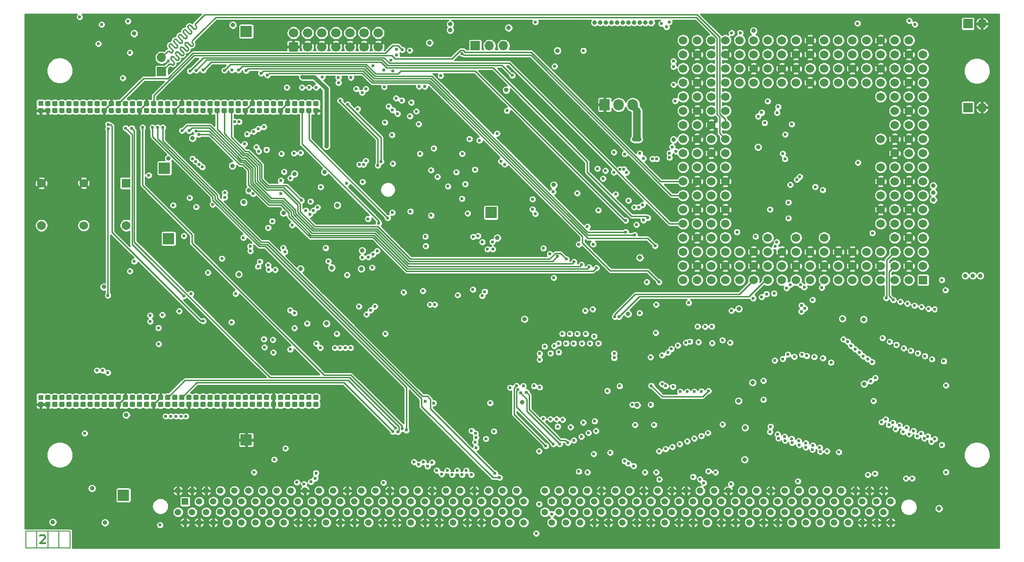
<source format=gbr>
G04 #@! TF.GenerationSoftware,KiCad,Pcbnew,(5.1.10-1-10_14)*
G04 #@! TF.CreationDate,2021-08-09T19:17:03+02:00*
G04 #@! TF.ProjectId,A3660_shanshe_mod2,41333636-305f-4736-9861-6e7368655f6d,rev?*
G04 #@! TF.SameCoordinates,Original*
G04 #@! TF.FileFunction,Copper,L2,Inr*
G04 #@! TF.FilePolarity,Positive*
%FSLAX46Y46*%
G04 Gerber Fmt 4.6, Leading zero omitted, Abs format (unit mm)*
G04 Created by KiCad (PCBNEW (5.1.10-1-10_14)) date 2021-08-09 19:17:03*
%MOMM*%
%LPD*%
G01*
G04 APERTURE LIST*
G04 #@! TA.AperFunction,NonConductor*
%ADD10C,0.150000*%
G04 #@! TD*
G04 #@! TA.AperFunction,NonConductor*
%ADD11C,0.300000*%
G04 #@! TD*
G04 #@! TA.AperFunction,ComponentPad*
%ADD12R,1.524000X1.524000*%
G04 #@! TD*
G04 #@! TA.AperFunction,ComponentPad*
%ADD13C,1.524000*%
G04 #@! TD*
G04 #@! TA.AperFunction,ComponentPad*
%ADD14R,0.950000X0.950000*%
G04 #@! TD*
G04 #@! TA.AperFunction,ComponentPad*
%ADD15C,1.700000*%
G04 #@! TD*
G04 #@! TA.AperFunction,ComponentPad*
%ADD16R,1.905000X2.000000*%
G04 #@! TD*
G04 #@! TA.AperFunction,ComponentPad*
%ADD17O,1.905000X2.000000*%
G04 #@! TD*
G04 #@! TA.AperFunction,ComponentPad*
%ADD18R,1.700000X1.700000*%
G04 #@! TD*
G04 #@! TA.AperFunction,ComponentPad*
%ADD19O,1.700000X1.700000*%
G04 #@! TD*
G04 #@! TA.AperFunction,ComponentPad*
%ADD20O,1.200000X1.200000*%
G04 #@! TD*
G04 #@! TA.AperFunction,ComponentPad*
%ADD21R,1.200000X1.200000*%
G04 #@! TD*
G04 #@! TA.AperFunction,ComponentPad*
%ADD22C,1.600000*%
G04 #@! TD*
G04 #@! TA.AperFunction,ComponentPad*
%ADD23R,1.600000X1.600000*%
G04 #@! TD*
G04 #@! TA.AperFunction,ComponentPad*
%ADD24R,2.000000X2.000000*%
G04 #@! TD*
G04 #@! TA.AperFunction,ViaPad*
%ADD25C,0.800000*%
G04 #@! TD*
G04 #@! TA.AperFunction,ViaPad*
%ADD26C,0.600000*%
G04 #@! TD*
G04 #@! TA.AperFunction,Conductor*
%ADD27C,0.800000*%
G04 #@! TD*
G04 #@! TA.AperFunction,Conductor*
%ADD28C,0.250000*%
G04 #@! TD*
G04 #@! TA.AperFunction,Conductor*
%ADD29C,0.300000*%
G04 #@! TD*
G04 #@! TA.AperFunction,Conductor*
%ADD30C,0.254000*%
G04 #@! TD*
G04 #@! TA.AperFunction,Conductor*
%ADD31C,0.100000*%
G04 #@! TD*
G04 APERTURE END LIST*
D10*
X84555500Y-122301000D02*
X84555500Y-125349000D01*
X80555500Y-122301000D02*
X80555500Y-125349000D01*
X82555500Y-122301000D02*
X82555500Y-125349000D01*
X78549500Y-122301000D02*
X86549500Y-122301000D01*
X78549500Y-125349000D02*
X78549500Y-122301000D01*
X86549500Y-125349000D02*
X78549500Y-125349000D01*
X86549500Y-122301000D02*
X86549500Y-125349000D01*
D11*
X81168928Y-123146428D02*
X81240357Y-123075000D01*
X81383214Y-123003571D01*
X81740357Y-123003571D01*
X81883214Y-123075000D01*
X81954642Y-123146428D01*
X82026071Y-123289285D01*
X82026071Y-123432142D01*
X81954642Y-123646428D01*
X81097500Y-124503571D01*
X82026071Y-124503571D01*
D12*
X240055000Y-77050900D03*
D13*
X237515000Y-77050900D03*
X234975000Y-77050900D03*
X232435000Y-77050900D03*
X229895000Y-77050900D03*
X227355000Y-77050900D03*
X224815000Y-77050900D03*
X222275000Y-77050900D03*
X219735000Y-77050900D03*
X217195000Y-77050900D03*
X214655000Y-77050900D03*
X212115000Y-77050900D03*
X209575000Y-77050900D03*
X207035000Y-77050900D03*
X204495000Y-77050900D03*
X201955000Y-77050900D03*
X199415000Y-77050900D03*
X196875000Y-77050900D03*
X240055000Y-74510900D03*
X237515000Y-74510900D03*
X234975000Y-74510900D03*
X232435000Y-74510900D03*
X229895000Y-74510900D03*
X227355000Y-74510900D03*
X224815000Y-74510900D03*
X222275000Y-74510900D03*
X219735000Y-74510900D03*
X217195000Y-74510900D03*
X214655000Y-74510900D03*
X212115000Y-74510900D03*
X209575000Y-74510900D03*
X207035000Y-74510900D03*
X204495000Y-74510900D03*
X201955000Y-74510900D03*
X199415000Y-74510900D03*
X196875000Y-74510900D03*
X240055000Y-71970900D03*
X237515000Y-71970900D03*
X234975000Y-71970900D03*
X232435000Y-71970900D03*
X229895000Y-71970900D03*
X227355000Y-71970900D03*
X224815000Y-71970900D03*
X222275000Y-71970900D03*
X219735000Y-71970900D03*
X217195000Y-71970900D03*
X214655000Y-71970900D03*
X212115000Y-71970900D03*
X209575000Y-71970900D03*
X207035000Y-71970900D03*
X204495000Y-71970900D03*
X201955000Y-71970900D03*
X199415000Y-71970900D03*
X196875000Y-71970900D03*
X240055000Y-69430900D03*
X237515000Y-69430900D03*
X234975000Y-69430900D03*
X201955000Y-69430900D03*
X199415000Y-69430900D03*
X196875000Y-69430900D03*
X240055000Y-66890900D03*
X237515000Y-66890900D03*
X234975000Y-66890900D03*
X201955000Y-66890900D03*
X199415000Y-66890900D03*
X196875000Y-66890900D03*
X240055000Y-64350900D03*
X237515000Y-64350900D03*
X234975000Y-64350900D03*
X201955000Y-64350900D03*
X199415000Y-64350900D03*
X196875000Y-64350900D03*
X240055000Y-61810900D03*
X237515000Y-61810900D03*
X234975000Y-61810900D03*
X201955000Y-61810900D03*
X199415000Y-61810900D03*
X196875000Y-61810900D03*
X240055000Y-59270900D03*
X237515000Y-59270900D03*
X234975000Y-59270900D03*
X201955000Y-59270900D03*
X199415000Y-59270900D03*
X196875000Y-59270900D03*
X240055000Y-56730900D03*
X237515000Y-56730900D03*
X234975000Y-56730900D03*
X201955000Y-56730900D03*
X199415000Y-56730900D03*
X196875000Y-56730900D03*
X240055000Y-54190900D03*
X237515000Y-54190900D03*
X234975000Y-54190900D03*
X201955000Y-54190900D03*
X199415000Y-54190900D03*
X196875000Y-54190900D03*
X240055000Y-51650900D03*
X237515000Y-51650900D03*
X234975000Y-51650900D03*
X201955000Y-51650900D03*
X199415000Y-51650900D03*
X196875000Y-51650900D03*
X240055000Y-49110900D03*
X237515000Y-49110900D03*
X234975000Y-49110900D03*
X201955000Y-49110900D03*
X199415000Y-49110900D03*
X196875000Y-49110900D03*
X240055000Y-46570900D03*
X237515000Y-46570900D03*
X234975000Y-46570900D03*
X201955000Y-46570900D03*
X199415000Y-46570900D03*
X196875000Y-46570900D03*
X240055000Y-44030900D03*
X237515000Y-44030900D03*
X234975000Y-44030900D03*
X201955000Y-44030900D03*
X199415000Y-44030900D03*
X196875000Y-44030900D03*
X240055000Y-41490900D03*
X237515000Y-41490900D03*
X234975000Y-41490900D03*
X201955000Y-41490900D03*
X199415000Y-41490900D03*
X196875000Y-41490900D03*
X240055000Y-38950900D03*
X237515000Y-38950900D03*
X234975000Y-38950900D03*
X232435000Y-38950900D03*
X229895000Y-38950900D03*
X227355000Y-38950900D03*
X224815000Y-38950900D03*
X222275000Y-38950900D03*
X219735000Y-38950900D03*
X217195000Y-38950900D03*
X214655000Y-38950900D03*
X212115000Y-38950900D03*
X209575000Y-38950900D03*
X207035000Y-38950900D03*
X204495000Y-38950900D03*
X201955000Y-38950900D03*
X199415000Y-38950900D03*
X196875000Y-38950900D03*
X240055000Y-36410900D03*
X237515000Y-36410900D03*
X234975000Y-36410900D03*
X232435000Y-36410900D03*
X229895000Y-36410900D03*
X227355000Y-36410900D03*
X224815000Y-36410900D03*
X222275000Y-36410900D03*
X219735000Y-36410900D03*
X217195000Y-36410900D03*
X214655000Y-36410900D03*
X212115000Y-36410900D03*
X209575000Y-36410900D03*
X207035000Y-36410900D03*
X204495000Y-36410900D03*
X201955000Y-36410900D03*
X199415000Y-36410900D03*
X196875000Y-36410900D03*
X237515000Y-33870900D03*
X234975000Y-33870900D03*
X232435000Y-33870900D03*
X229895000Y-33870900D03*
X227355000Y-33870900D03*
X224815000Y-33870900D03*
X222275000Y-33870900D03*
X219735000Y-33870900D03*
X217195000Y-33870900D03*
X214655000Y-33870900D03*
X212115000Y-33870900D03*
X209575000Y-33870900D03*
X207035000Y-33870900D03*
X204495000Y-33870900D03*
X201955000Y-33870900D03*
X199415000Y-33870900D03*
X196875000Y-33870900D03*
X222275000Y-69430900D03*
X217195000Y-69430900D03*
X212115000Y-69430900D03*
X204495000Y-69430900D03*
X232435000Y-66890900D03*
X204495000Y-66890900D03*
X232435000Y-64350900D03*
X204495000Y-64350900D03*
X232435000Y-61810900D03*
X204495000Y-61810900D03*
X232435000Y-59270900D03*
X204495000Y-59270900D03*
X232435000Y-56730900D03*
X204495000Y-56730900D03*
X204495000Y-54190900D03*
X232435000Y-51650900D03*
X204495000Y-51650900D03*
X204495000Y-49110900D03*
X204495000Y-46570900D03*
X232435000Y-44030900D03*
X204495000Y-44030900D03*
X232435000Y-41490900D03*
X229895000Y-41490900D03*
X227355000Y-41490900D03*
X224815000Y-41490900D03*
X222275000Y-41490900D03*
X219735000Y-41490900D03*
X217195000Y-41490900D03*
X214655000Y-41490900D03*
X212115000Y-41490900D03*
X209575000Y-41490900D03*
X207035000Y-41490900D03*
X204495000Y-41490900D03*
G04 #@! TA.AperFunction,ComponentPad*
G36*
G01*
X130555500Y-46051500D02*
X131030500Y-46051500D01*
G75*
G02*
X131268000Y-46289000I0J-237500D01*
G01*
X131268000Y-46764000D01*
G75*
G02*
X131030500Y-47001500I-237500J0D01*
G01*
X130555500Y-47001500D01*
G75*
G02*
X130318000Y-46764000I0J237500D01*
G01*
X130318000Y-46289000D01*
G75*
G02*
X130555500Y-46051500I237500J0D01*
G01*
G37*
G04 #@! TD.AperFunction*
G04 #@! TA.AperFunction,ComponentPad*
G36*
G01*
X130555500Y-44781500D02*
X131030500Y-44781500D01*
G75*
G02*
X131268000Y-45019000I0J-237500D01*
G01*
X131268000Y-45494000D01*
G75*
G02*
X131030500Y-45731500I-237500J0D01*
G01*
X130555500Y-45731500D01*
G75*
G02*
X130318000Y-45494000I0J237500D01*
G01*
X130318000Y-45019000D01*
G75*
G02*
X130555500Y-44781500I237500J0D01*
G01*
G37*
G04 #@! TD.AperFunction*
G04 #@! TA.AperFunction,ComponentPad*
G36*
G01*
X129285500Y-46051500D02*
X129760500Y-46051500D01*
G75*
G02*
X129998000Y-46289000I0J-237500D01*
G01*
X129998000Y-46764000D01*
G75*
G02*
X129760500Y-47001500I-237500J0D01*
G01*
X129285500Y-47001500D01*
G75*
G02*
X129048000Y-46764000I0J237500D01*
G01*
X129048000Y-46289000D01*
G75*
G02*
X129285500Y-46051500I237500J0D01*
G01*
G37*
G04 #@! TD.AperFunction*
G04 #@! TA.AperFunction,ComponentPad*
G36*
G01*
X129285500Y-44781500D02*
X129760500Y-44781500D01*
G75*
G02*
X129998000Y-45019000I0J-237500D01*
G01*
X129998000Y-45494000D01*
G75*
G02*
X129760500Y-45731500I-237500J0D01*
G01*
X129285500Y-45731500D01*
G75*
G02*
X129048000Y-45494000I0J237500D01*
G01*
X129048000Y-45019000D01*
G75*
G02*
X129285500Y-44781500I237500J0D01*
G01*
G37*
G04 #@! TD.AperFunction*
G04 #@! TA.AperFunction,ComponentPad*
G36*
G01*
X128015500Y-46051500D02*
X128490500Y-46051500D01*
G75*
G02*
X128728000Y-46289000I0J-237500D01*
G01*
X128728000Y-46764000D01*
G75*
G02*
X128490500Y-47001500I-237500J0D01*
G01*
X128015500Y-47001500D01*
G75*
G02*
X127778000Y-46764000I0J237500D01*
G01*
X127778000Y-46289000D01*
G75*
G02*
X128015500Y-46051500I237500J0D01*
G01*
G37*
G04 #@! TD.AperFunction*
G04 #@! TA.AperFunction,ComponentPad*
G36*
G01*
X128015500Y-44781500D02*
X128490500Y-44781500D01*
G75*
G02*
X128728000Y-45019000I0J-237500D01*
G01*
X128728000Y-45494000D01*
G75*
G02*
X128490500Y-45731500I-237500J0D01*
G01*
X128015500Y-45731500D01*
G75*
G02*
X127778000Y-45494000I0J237500D01*
G01*
X127778000Y-45019000D01*
G75*
G02*
X128015500Y-44781500I237500J0D01*
G01*
G37*
G04 #@! TD.AperFunction*
G04 #@! TA.AperFunction,ComponentPad*
G36*
G01*
X126745500Y-46051500D02*
X127220500Y-46051500D01*
G75*
G02*
X127458000Y-46289000I0J-237500D01*
G01*
X127458000Y-46764000D01*
G75*
G02*
X127220500Y-47001500I-237500J0D01*
G01*
X126745500Y-47001500D01*
G75*
G02*
X126508000Y-46764000I0J237500D01*
G01*
X126508000Y-46289000D01*
G75*
G02*
X126745500Y-46051500I237500J0D01*
G01*
G37*
G04 #@! TD.AperFunction*
G04 #@! TA.AperFunction,ComponentPad*
G36*
G01*
X126745500Y-44781500D02*
X127220500Y-44781500D01*
G75*
G02*
X127458000Y-45019000I0J-237500D01*
G01*
X127458000Y-45494000D01*
G75*
G02*
X127220500Y-45731500I-237500J0D01*
G01*
X126745500Y-45731500D01*
G75*
G02*
X126508000Y-45494000I0J237500D01*
G01*
X126508000Y-45019000D01*
G75*
G02*
X126745500Y-44781500I237500J0D01*
G01*
G37*
G04 #@! TD.AperFunction*
G04 #@! TA.AperFunction,ComponentPad*
G36*
G01*
X125475500Y-46051500D02*
X125950500Y-46051500D01*
G75*
G02*
X126188000Y-46289000I0J-237500D01*
G01*
X126188000Y-46764000D01*
G75*
G02*
X125950500Y-47001500I-237500J0D01*
G01*
X125475500Y-47001500D01*
G75*
G02*
X125238000Y-46764000I0J237500D01*
G01*
X125238000Y-46289000D01*
G75*
G02*
X125475500Y-46051500I237500J0D01*
G01*
G37*
G04 #@! TD.AperFunction*
G04 #@! TA.AperFunction,ComponentPad*
G36*
G01*
X125475500Y-44781500D02*
X125950500Y-44781500D01*
G75*
G02*
X126188000Y-45019000I0J-237500D01*
G01*
X126188000Y-45494000D01*
G75*
G02*
X125950500Y-45731500I-237500J0D01*
G01*
X125475500Y-45731500D01*
G75*
G02*
X125238000Y-45494000I0J237500D01*
G01*
X125238000Y-45019000D01*
G75*
G02*
X125475500Y-44781500I237500J0D01*
G01*
G37*
G04 #@! TD.AperFunction*
G04 #@! TA.AperFunction,ComponentPad*
G36*
G01*
X124205500Y-46051500D02*
X124680500Y-46051500D01*
G75*
G02*
X124918000Y-46289000I0J-237500D01*
G01*
X124918000Y-46764000D01*
G75*
G02*
X124680500Y-47001500I-237500J0D01*
G01*
X124205500Y-47001500D01*
G75*
G02*
X123968000Y-46764000I0J237500D01*
G01*
X123968000Y-46289000D01*
G75*
G02*
X124205500Y-46051500I237500J0D01*
G01*
G37*
G04 #@! TD.AperFunction*
G04 #@! TA.AperFunction,ComponentPad*
G36*
G01*
X124205500Y-44781500D02*
X124680500Y-44781500D01*
G75*
G02*
X124918000Y-45019000I0J-237500D01*
G01*
X124918000Y-45494000D01*
G75*
G02*
X124680500Y-45731500I-237500J0D01*
G01*
X124205500Y-45731500D01*
G75*
G02*
X123968000Y-45494000I0J237500D01*
G01*
X123968000Y-45019000D01*
G75*
G02*
X124205500Y-44781500I237500J0D01*
G01*
G37*
G04 #@! TD.AperFunction*
G04 #@! TA.AperFunction,ComponentPad*
G36*
G01*
X122935500Y-46051500D02*
X123410500Y-46051500D01*
G75*
G02*
X123648000Y-46289000I0J-237500D01*
G01*
X123648000Y-46764000D01*
G75*
G02*
X123410500Y-47001500I-237500J0D01*
G01*
X122935500Y-47001500D01*
G75*
G02*
X122698000Y-46764000I0J237500D01*
G01*
X122698000Y-46289000D01*
G75*
G02*
X122935500Y-46051500I237500J0D01*
G01*
G37*
G04 #@! TD.AperFunction*
G04 #@! TA.AperFunction,ComponentPad*
G36*
G01*
X122935500Y-44781500D02*
X123410500Y-44781500D01*
G75*
G02*
X123648000Y-45019000I0J-237500D01*
G01*
X123648000Y-45494000D01*
G75*
G02*
X123410500Y-45731500I-237500J0D01*
G01*
X122935500Y-45731500D01*
G75*
G02*
X122698000Y-45494000I0J237500D01*
G01*
X122698000Y-45019000D01*
G75*
G02*
X122935500Y-44781500I237500J0D01*
G01*
G37*
G04 #@! TD.AperFunction*
G04 #@! TA.AperFunction,ComponentPad*
G36*
G01*
X121665500Y-46051500D02*
X122140500Y-46051500D01*
G75*
G02*
X122378000Y-46289000I0J-237500D01*
G01*
X122378000Y-46764000D01*
G75*
G02*
X122140500Y-47001500I-237500J0D01*
G01*
X121665500Y-47001500D01*
G75*
G02*
X121428000Y-46764000I0J237500D01*
G01*
X121428000Y-46289000D01*
G75*
G02*
X121665500Y-46051500I237500J0D01*
G01*
G37*
G04 #@! TD.AperFunction*
G04 #@! TA.AperFunction,ComponentPad*
G36*
G01*
X121665500Y-44781500D02*
X122140500Y-44781500D01*
G75*
G02*
X122378000Y-45019000I0J-237500D01*
G01*
X122378000Y-45494000D01*
G75*
G02*
X122140500Y-45731500I-237500J0D01*
G01*
X121665500Y-45731500D01*
G75*
G02*
X121428000Y-45494000I0J237500D01*
G01*
X121428000Y-45019000D01*
G75*
G02*
X121665500Y-44781500I237500J0D01*
G01*
G37*
G04 #@! TD.AperFunction*
G04 #@! TA.AperFunction,ComponentPad*
G36*
G01*
X120395500Y-46051500D02*
X120870500Y-46051500D01*
G75*
G02*
X121108000Y-46289000I0J-237500D01*
G01*
X121108000Y-46764000D01*
G75*
G02*
X120870500Y-47001500I-237500J0D01*
G01*
X120395500Y-47001500D01*
G75*
G02*
X120158000Y-46764000I0J237500D01*
G01*
X120158000Y-46289000D01*
G75*
G02*
X120395500Y-46051500I237500J0D01*
G01*
G37*
G04 #@! TD.AperFunction*
G04 #@! TA.AperFunction,ComponentPad*
G36*
G01*
X120395500Y-44781500D02*
X120870500Y-44781500D01*
G75*
G02*
X121108000Y-45019000I0J-237500D01*
G01*
X121108000Y-45494000D01*
G75*
G02*
X120870500Y-45731500I-237500J0D01*
G01*
X120395500Y-45731500D01*
G75*
G02*
X120158000Y-45494000I0J237500D01*
G01*
X120158000Y-45019000D01*
G75*
G02*
X120395500Y-44781500I237500J0D01*
G01*
G37*
G04 #@! TD.AperFunction*
G04 #@! TA.AperFunction,ComponentPad*
G36*
G01*
X119125500Y-46051500D02*
X119600500Y-46051500D01*
G75*
G02*
X119838000Y-46289000I0J-237500D01*
G01*
X119838000Y-46764000D01*
G75*
G02*
X119600500Y-47001500I-237500J0D01*
G01*
X119125500Y-47001500D01*
G75*
G02*
X118888000Y-46764000I0J237500D01*
G01*
X118888000Y-46289000D01*
G75*
G02*
X119125500Y-46051500I237500J0D01*
G01*
G37*
G04 #@! TD.AperFunction*
G04 #@! TA.AperFunction,ComponentPad*
G36*
G01*
X119125500Y-44781500D02*
X119600500Y-44781500D01*
G75*
G02*
X119838000Y-45019000I0J-237500D01*
G01*
X119838000Y-45494000D01*
G75*
G02*
X119600500Y-45731500I-237500J0D01*
G01*
X119125500Y-45731500D01*
G75*
G02*
X118888000Y-45494000I0J237500D01*
G01*
X118888000Y-45019000D01*
G75*
G02*
X119125500Y-44781500I237500J0D01*
G01*
G37*
G04 #@! TD.AperFunction*
G04 #@! TA.AperFunction,ComponentPad*
G36*
G01*
X117855500Y-46051500D02*
X118330500Y-46051500D01*
G75*
G02*
X118568000Y-46289000I0J-237500D01*
G01*
X118568000Y-46764000D01*
G75*
G02*
X118330500Y-47001500I-237500J0D01*
G01*
X117855500Y-47001500D01*
G75*
G02*
X117618000Y-46764000I0J237500D01*
G01*
X117618000Y-46289000D01*
G75*
G02*
X117855500Y-46051500I237500J0D01*
G01*
G37*
G04 #@! TD.AperFunction*
G04 #@! TA.AperFunction,ComponentPad*
G36*
G01*
X117855500Y-44781500D02*
X118330500Y-44781500D01*
G75*
G02*
X118568000Y-45019000I0J-237500D01*
G01*
X118568000Y-45494000D01*
G75*
G02*
X118330500Y-45731500I-237500J0D01*
G01*
X117855500Y-45731500D01*
G75*
G02*
X117618000Y-45494000I0J237500D01*
G01*
X117618000Y-45019000D01*
G75*
G02*
X117855500Y-44781500I237500J0D01*
G01*
G37*
G04 #@! TD.AperFunction*
G04 #@! TA.AperFunction,ComponentPad*
G36*
G01*
X116585500Y-46051500D02*
X117060500Y-46051500D01*
G75*
G02*
X117298000Y-46289000I0J-237500D01*
G01*
X117298000Y-46764000D01*
G75*
G02*
X117060500Y-47001500I-237500J0D01*
G01*
X116585500Y-47001500D01*
G75*
G02*
X116348000Y-46764000I0J237500D01*
G01*
X116348000Y-46289000D01*
G75*
G02*
X116585500Y-46051500I237500J0D01*
G01*
G37*
G04 #@! TD.AperFunction*
G04 #@! TA.AperFunction,ComponentPad*
G36*
G01*
X116585500Y-44781500D02*
X117060500Y-44781500D01*
G75*
G02*
X117298000Y-45019000I0J-237500D01*
G01*
X117298000Y-45494000D01*
G75*
G02*
X117060500Y-45731500I-237500J0D01*
G01*
X116585500Y-45731500D01*
G75*
G02*
X116348000Y-45494000I0J237500D01*
G01*
X116348000Y-45019000D01*
G75*
G02*
X116585500Y-44781500I237500J0D01*
G01*
G37*
G04 #@! TD.AperFunction*
G04 #@! TA.AperFunction,ComponentPad*
G36*
G01*
X115315500Y-46051500D02*
X115790500Y-46051500D01*
G75*
G02*
X116028000Y-46289000I0J-237500D01*
G01*
X116028000Y-46764000D01*
G75*
G02*
X115790500Y-47001500I-237500J0D01*
G01*
X115315500Y-47001500D01*
G75*
G02*
X115078000Y-46764000I0J237500D01*
G01*
X115078000Y-46289000D01*
G75*
G02*
X115315500Y-46051500I237500J0D01*
G01*
G37*
G04 #@! TD.AperFunction*
G04 #@! TA.AperFunction,ComponentPad*
G36*
G01*
X115315500Y-44781500D02*
X115790500Y-44781500D01*
G75*
G02*
X116028000Y-45019000I0J-237500D01*
G01*
X116028000Y-45494000D01*
G75*
G02*
X115790500Y-45731500I-237500J0D01*
G01*
X115315500Y-45731500D01*
G75*
G02*
X115078000Y-45494000I0J237500D01*
G01*
X115078000Y-45019000D01*
G75*
G02*
X115315500Y-44781500I237500J0D01*
G01*
G37*
G04 #@! TD.AperFunction*
G04 #@! TA.AperFunction,ComponentPad*
G36*
G01*
X114045500Y-46051500D02*
X114520500Y-46051500D01*
G75*
G02*
X114758000Y-46289000I0J-237500D01*
G01*
X114758000Y-46764000D01*
G75*
G02*
X114520500Y-47001500I-237500J0D01*
G01*
X114045500Y-47001500D01*
G75*
G02*
X113808000Y-46764000I0J237500D01*
G01*
X113808000Y-46289000D01*
G75*
G02*
X114045500Y-46051500I237500J0D01*
G01*
G37*
G04 #@! TD.AperFunction*
G04 #@! TA.AperFunction,ComponentPad*
G36*
G01*
X114045500Y-44781500D02*
X114520500Y-44781500D01*
G75*
G02*
X114758000Y-45019000I0J-237500D01*
G01*
X114758000Y-45494000D01*
G75*
G02*
X114520500Y-45731500I-237500J0D01*
G01*
X114045500Y-45731500D01*
G75*
G02*
X113808000Y-45494000I0J237500D01*
G01*
X113808000Y-45019000D01*
G75*
G02*
X114045500Y-44781500I237500J0D01*
G01*
G37*
G04 #@! TD.AperFunction*
G04 #@! TA.AperFunction,ComponentPad*
G36*
G01*
X112775500Y-46051500D02*
X113250500Y-46051500D01*
G75*
G02*
X113488000Y-46289000I0J-237500D01*
G01*
X113488000Y-46764000D01*
G75*
G02*
X113250500Y-47001500I-237500J0D01*
G01*
X112775500Y-47001500D01*
G75*
G02*
X112538000Y-46764000I0J237500D01*
G01*
X112538000Y-46289000D01*
G75*
G02*
X112775500Y-46051500I237500J0D01*
G01*
G37*
G04 #@! TD.AperFunction*
G04 #@! TA.AperFunction,ComponentPad*
G36*
G01*
X112775500Y-44781500D02*
X113250500Y-44781500D01*
G75*
G02*
X113488000Y-45019000I0J-237500D01*
G01*
X113488000Y-45494000D01*
G75*
G02*
X113250500Y-45731500I-237500J0D01*
G01*
X112775500Y-45731500D01*
G75*
G02*
X112538000Y-45494000I0J237500D01*
G01*
X112538000Y-45019000D01*
G75*
G02*
X112775500Y-44781500I237500J0D01*
G01*
G37*
G04 #@! TD.AperFunction*
G04 #@! TA.AperFunction,ComponentPad*
G36*
G01*
X111505500Y-46051500D02*
X111980500Y-46051500D01*
G75*
G02*
X112218000Y-46289000I0J-237500D01*
G01*
X112218000Y-46764000D01*
G75*
G02*
X111980500Y-47001500I-237500J0D01*
G01*
X111505500Y-47001500D01*
G75*
G02*
X111268000Y-46764000I0J237500D01*
G01*
X111268000Y-46289000D01*
G75*
G02*
X111505500Y-46051500I237500J0D01*
G01*
G37*
G04 #@! TD.AperFunction*
G04 #@! TA.AperFunction,ComponentPad*
G36*
G01*
X111505500Y-44781500D02*
X111980500Y-44781500D01*
G75*
G02*
X112218000Y-45019000I0J-237500D01*
G01*
X112218000Y-45494000D01*
G75*
G02*
X111980500Y-45731500I-237500J0D01*
G01*
X111505500Y-45731500D01*
G75*
G02*
X111268000Y-45494000I0J237500D01*
G01*
X111268000Y-45019000D01*
G75*
G02*
X111505500Y-44781500I237500J0D01*
G01*
G37*
G04 #@! TD.AperFunction*
G04 #@! TA.AperFunction,ComponentPad*
G36*
G01*
X110235500Y-46051500D02*
X110710500Y-46051500D01*
G75*
G02*
X110948000Y-46289000I0J-237500D01*
G01*
X110948000Y-46764000D01*
G75*
G02*
X110710500Y-47001500I-237500J0D01*
G01*
X110235500Y-47001500D01*
G75*
G02*
X109998000Y-46764000I0J237500D01*
G01*
X109998000Y-46289000D01*
G75*
G02*
X110235500Y-46051500I237500J0D01*
G01*
G37*
G04 #@! TD.AperFunction*
G04 #@! TA.AperFunction,ComponentPad*
G36*
G01*
X110235500Y-44781500D02*
X110710500Y-44781500D01*
G75*
G02*
X110948000Y-45019000I0J-237500D01*
G01*
X110948000Y-45494000D01*
G75*
G02*
X110710500Y-45731500I-237500J0D01*
G01*
X110235500Y-45731500D01*
G75*
G02*
X109998000Y-45494000I0J237500D01*
G01*
X109998000Y-45019000D01*
G75*
G02*
X110235500Y-44781500I237500J0D01*
G01*
G37*
G04 #@! TD.AperFunction*
G04 #@! TA.AperFunction,ComponentPad*
G36*
G01*
X108965500Y-46051500D02*
X109440500Y-46051500D01*
G75*
G02*
X109678000Y-46289000I0J-237500D01*
G01*
X109678000Y-46764000D01*
G75*
G02*
X109440500Y-47001500I-237500J0D01*
G01*
X108965500Y-47001500D01*
G75*
G02*
X108728000Y-46764000I0J237500D01*
G01*
X108728000Y-46289000D01*
G75*
G02*
X108965500Y-46051500I237500J0D01*
G01*
G37*
G04 #@! TD.AperFunction*
G04 #@! TA.AperFunction,ComponentPad*
G36*
G01*
X108965500Y-44781500D02*
X109440500Y-44781500D01*
G75*
G02*
X109678000Y-45019000I0J-237500D01*
G01*
X109678000Y-45494000D01*
G75*
G02*
X109440500Y-45731500I-237500J0D01*
G01*
X108965500Y-45731500D01*
G75*
G02*
X108728000Y-45494000I0J237500D01*
G01*
X108728000Y-45019000D01*
G75*
G02*
X108965500Y-44781500I237500J0D01*
G01*
G37*
G04 #@! TD.AperFunction*
G04 #@! TA.AperFunction,ComponentPad*
G36*
G01*
X107695500Y-46051500D02*
X108170500Y-46051500D01*
G75*
G02*
X108408000Y-46289000I0J-237500D01*
G01*
X108408000Y-46764000D01*
G75*
G02*
X108170500Y-47001500I-237500J0D01*
G01*
X107695500Y-47001500D01*
G75*
G02*
X107458000Y-46764000I0J237500D01*
G01*
X107458000Y-46289000D01*
G75*
G02*
X107695500Y-46051500I237500J0D01*
G01*
G37*
G04 #@! TD.AperFunction*
G04 #@! TA.AperFunction,ComponentPad*
G36*
G01*
X107695500Y-44781500D02*
X108170500Y-44781500D01*
G75*
G02*
X108408000Y-45019000I0J-237500D01*
G01*
X108408000Y-45494000D01*
G75*
G02*
X108170500Y-45731500I-237500J0D01*
G01*
X107695500Y-45731500D01*
G75*
G02*
X107458000Y-45494000I0J237500D01*
G01*
X107458000Y-45019000D01*
G75*
G02*
X107695500Y-44781500I237500J0D01*
G01*
G37*
G04 #@! TD.AperFunction*
G04 #@! TA.AperFunction,ComponentPad*
G36*
G01*
X106425500Y-46051500D02*
X106900500Y-46051500D01*
G75*
G02*
X107138000Y-46289000I0J-237500D01*
G01*
X107138000Y-46764000D01*
G75*
G02*
X106900500Y-47001500I-237500J0D01*
G01*
X106425500Y-47001500D01*
G75*
G02*
X106188000Y-46764000I0J237500D01*
G01*
X106188000Y-46289000D01*
G75*
G02*
X106425500Y-46051500I237500J0D01*
G01*
G37*
G04 #@! TD.AperFunction*
G04 #@! TA.AperFunction,ComponentPad*
G36*
G01*
X106425500Y-44781500D02*
X106900500Y-44781500D01*
G75*
G02*
X107138000Y-45019000I0J-237500D01*
G01*
X107138000Y-45494000D01*
G75*
G02*
X106900500Y-45731500I-237500J0D01*
G01*
X106425500Y-45731500D01*
G75*
G02*
X106188000Y-45494000I0J237500D01*
G01*
X106188000Y-45019000D01*
G75*
G02*
X106425500Y-44781500I237500J0D01*
G01*
G37*
G04 #@! TD.AperFunction*
G04 #@! TA.AperFunction,ComponentPad*
G36*
G01*
X105155500Y-46051500D02*
X105630500Y-46051500D01*
G75*
G02*
X105868000Y-46289000I0J-237500D01*
G01*
X105868000Y-46764000D01*
G75*
G02*
X105630500Y-47001500I-237500J0D01*
G01*
X105155500Y-47001500D01*
G75*
G02*
X104918000Y-46764000I0J237500D01*
G01*
X104918000Y-46289000D01*
G75*
G02*
X105155500Y-46051500I237500J0D01*
G01*
G37*
G04 #@! TD.AperFunction*
G04 #@! TA.AperFunction,ComponentPad*
G36*
G01*
X105155500Y-44781500D02*
X105630500Y-44781500D01*
G75*
G02*
X105868000Y-45019000I0J-237500D01*
G01*
X105868000Y-45494000D01*
G75*
G02*
X105630500Y-45731500I-237500J0D01*
G01*
X105155500Y-45731500D01*
G75*
G02*
X104918000Y-45494000I0J237500D01*
G01*
X104918000Y-45019000D01*
G75*
G02*
X105155500Y-44781500I237500J0D01*
G01*
G37*
G04 #@! TD.AperFunction*
G04 #@! TA.AperFunction,ComponentPad*
G36*
G01*
X103885500Y-46051500D02*
X104360500Y-46051500D01*
G75*
G02*
X104598000Y-46289000I0J-237500D01*
G01*
X104598000Y-46764000D01*
G75*
G02*
X104360500Y-47001500I-237500J0D01*
G01*
X103885500Y-47001500D01*
G75*
G02*
X103648000Y-46764000I0J237500D01*
G01*
X103648000Y-46289000D01*
G75*
G02*
X103885500Y-46051500I237500J0D01*
G01*
G37*
G04 #@! TD.AperFunction*
G04 #@! TA.AperFunction,ComponentPad*
G36*
G01*
X103885500Y-44781500D02*
X104360500Y-44781500D01*
G75*
G02*
X104598000Y-45019000I0J-237500D01*
G01*
X104598000Y-45494000D01*
G75*
G02*
X104360500Y-45731500I-237500J0D01*
G01*
X103885500Y-45731500D01*
G75*
G02*
X103648000Y-45494000I0J237500D01*
G01*
X103648000Y-45019000D01*
G75*
G02*
X103885500Y-44781500I237500J0D01*
G01*
G37*
G04 #@! TD.AperFunction*
G04 #@! TA.AperFunction,ComponentPad*
G36*
G01*
X102615500Y-46051500D02*
X103090500Y-46051500D01*
G75*
G02*
X103328000Y-46289000I0J-237500D01*
G01*
X103328000Y-46764000D01*
G75*
G02*
X103090500Y-47001500I-237500J0D01*
G01*
X102615500Y-47001500D01*
G75*
G02*
X102378000Y-46764000I0J237500D01*
G01*
X102378000Y-46289000D01*
G75*
G02*
X102615500Y-46051500I237500J0D01*
G01*
G37*
G04 #@! TD.AperFunction*
G04 #@! TA.AperFunction,ComponentPad*
G36*
G01*
X102615500Y-44781500D02*
X103090500Y-44781500D01*
G75*
G02*
X103328000Y-45019000I0J-237500D01*
G01*
X103328000Y-45494000D01*
G75*
G02*
X103090500Y-45731500I-237500J0D01*
G01*
X102615500Y-45731500D01*
G75*
G02*
X102378000Y-45494000I0J237500D01*
G01*
X102378000Y-45019000D01*
G75*
G02*
X102615500Y-44781500I237500J0D01*
G01*
G37*
G04 #@! TD.AperFunction*
G04 #@! TA.AperFunction,ComponentPad*
G36*
G01*
X101345500Y-46051500D02*
X101820500Y-46051500D01*
G75*
G02*
X102058000Y-46289000I0J-237500D01*
G01*
X102058000Y-46764000D01*
G75*
G02*
X101820500Y-47001500I-237500J0D01*
G01*
X101345500Y-47001500D01*
G75*
G02*
X101108000Y-46764000I0J237500D01*
G01*
X101108000Y-46289000D01*
G75*
G02*
X101345500Y-46051500I237500J0D01*
G01*
G37*
G04 #@! TD.AperFunction*
G04 #@! TA.AperFunction,ComponentPad*
G36*
G01*
X101345500Y-44781500D02*
X101820500Y-44781500D01*
G75*
G02*
X102058000Y-45019000I0J-237500D01*
G01*
X102058000Y-45494000D01*
G75*
G02*
X101820500Y-45731500I-237500J0D01*
G01*
X101345500Y-45731500D01*
G75*
G02*
X101108000Y-45494000I0J237500D01*
G01*
X101108000Y-45019000D01*
G75*
G02*
X101345500Y-44781500I237500J0D01*
G01*
G37*
G04 #@! TD.AperFunction*
G04 #@! TA.AperFunction,ComponentPad*
G36*
G01*
X100075500Y-46051500D02*
X100550500Y-46051500D01*
G75*
G02*
X100788000Y-46289000I0J-237500D01*
G01*
X100788000Y-46764000D01*
G75*
G02*
X100550500Y-47001500I-237500J0D01*
G01*
X100075500Y-47001500D01*
G75*
G02*
X99838000Y-46764000I0J237500D01*
G01*
X99838000Y-46289000D01*
G75*
G02*
X100075500Y-46051500I237500J0D01*
G01*
G37*
G04 #@! TD.AperFunction*
G04 #@! TA.AperFunction,ComponentPad*
G36*
G01*
X100075500Y-44781500D02*
X100550500Y-44781500D01*
G75*
G02*
X100788000Y-45019000I0J-237500D01*
G01*
X100788000Y-45494000D01*
G75*
G02*
X100550500Y-45731500I-237500J0D01*
G01*
X100075500Y-45731500D01*
G75*
G02*
X99838000Y-45494000I0J237500D01*
G01*
X99838000Y-45019000D01*
G75*
G02*
X100075500Y-44781500I237500J0D01*
G01*
G37*
G04 #@! TD.AperFunction*
G04 #@! TA.AperFunction,ComponentPad*
G36*
G01*
X98805500Y-46051500D02*
X99280500Y-46051500D01*
G75*
G02*
X99518000Y-46289000I0J-237500D01*
G01*
X99518000Y-46764000D01*
G75*
G02*
X99280500Y-47001500I-237500J0D01*
G01*
X98805500Y-47001500D01*
G75*
G02*
X98568000Y-46764000I0J237500D01*
G01*
X98568000Y-46289000D01*
G75*
G02*
X98805500Y-46051500I237500J0D01*
G01*
G37*
G04 #@! TD.AperFunction*
G04 #@! TA.AperFunction,ComponentPad*
G36*
G01*
X98805500Y-44781500D02*
X99280500Y-44781500D01*
G75*
G02*
X99518000Y-45019000I0J-237500D01*
G01*
X99518000Y-45494000D01*
G75*
G02*
X99280500Y-45731500I-237500J0D01*
G01*
X98805500Y-45731500D01*
G75*
G02*
X98568000Y-45494000I0J237500D01*
G01*
X98568000Y-45019000D01*
G75*
G02*
X98805500Y-44781500I237500J0D01*
G01*
G37*
G04 #@! TD.AperFunction*
G04 #@! TA.AperFunction,ComponentPad*
G36*
G01*
X97535500Y-46051500D02*
X98010500Y-46051500D01*
G75*
G02*
X98248000Y-46289000I0J-237500D01*
G01*
X98248000Y-46764000D01*
G75*
G02*
X98010500Y-47001500I-237500J0D01*
G01*
X97535500Y-47001500D01*
G75*
G02*
X97298000Y-46764000I0J237500D01*
G01*
X97298000Y-46289000D01*
G75*
G02*
X97535500Y-46051500I237500J0D01*
G01*
G37*
G04 #@! TD.AperFunction*
G04 #@! TA.AperFunction,ComponentPad*
G36*
G01*
X97535500Y-44781500D02*
X98010500Y-44781500D01*
G75*
G02*
X98248000Y-45019000I0J-237500D01*
G01*
X98248000Y-45494000D01*
G75*
G02*
X98010500Y-45731500I-237500J0D01*
G01*
X97535500Y-45731500D01*
G75*
G02*
X97298000Y-45494000I0J237500D01*
G01*
X97298000Y-45019000D01*
G75*
G02*
X97535500Y-44781500I237500J0D01*
G01*
G37*
G04 #@! TD.AperFunction*
G04 #@! TA.AperFunction,ComponentPad*
G36*
G01*
X96265500Y-46051500D02*
X96740500Y-46051500D01*
G75*
G02*
X96978000Y-46289000I0J-237500D01*
G01*
X96978000Y-46764000D01*
G75*
G02*
X96740500Y-47001500I-237500J0D01*
G01*
X96265500Y-47001500D01*
G75*
G02*
X96028000Y-46764000I0J237500D01*
G01*
X96028000Y-46289000D01*
G75*
G02*
X96265500Y-46051500I237500J0D01*
G01*
G37*
G04 #@! TD.AperFunction*
G04 #@! TA.AperFunction,ComponentPad*
G36*
G01*
X96265500Y-44781500D02*
X96740500Y-44781500D01*
G75*
G02*
X96978000Y-45019000I0J-237500D01*
G01*
X96978000Y-45494000D01*
G75*
G02*
X96740500Y-45731500I-237500J0D01*
G01*
X96265500Y-45731500D01*
G75*
G02*
X96028000Y-45494000I0J237500D01*
G01*
X96028000Y-45019000D01*
G75*
G02*
X96265500Y-44781500I237500J0D01*
G01*
G37*
G04 #@! TD.AperFunction*
G04 #@! TA.AperFunction,ComponentPad*
G36*
G01*
X94995500Y-46051500D02*
X95470500Y-46051500D01*
G75*
G02*
X95708000Y-46289000I0J-237500D01*
G01*
X95708000Y-46764000D01*
G75*
G02*
X95470500Y-47001500I-237500J0D01*
G01*
X94995500Y-47001500D01*
G75*
G02*
X94758000Y-46764000I0J237500D01*
G01*
X94758000Y-46289000D01*
G75*
G02*
X94995500Y-46051500I237500J0D01*
G01*
G37*
G04 #@! TD.AperFunction*
G04 #@! TA.AperFunction,ComponentPad*
G36*
G01*
X94995500Y-44781500D02*
X95470500Y-44781500D01*
G75*
G02*
X95708000Y-45019000I0J-237500D01*
G01*
X95708000Y-45494000D01*
G75*
G02*
X95470500Y-45731500I-237500J0D01*
G01*
X94995500Y-45731500D01*
G75*
G02*
X94758000Y-45494000I0J237500D01*
G01*
X94758000Y-45019000D01*
G75*
G02*
X94995500Y-44781500I237500J0D01*
G01*
G37*
G04 #@! TD.AperFunction*
G04 #@! TA.AperFunction,ComponentPad*
G36*
G01*
X93725500Y-46051500D02*
X94200500Y-46051500D01*
G75*
G02*
X94438000Y-46289000I0J-237500D01*
G01*
X94438000Y-46764000D01*
G75*
G02*
X94200500Y-47001500I-237500J0D01*
G01*
X93725500Y-47001500D01*
G75*
G02*
X93488000Y-46764000I0J237500D01*
G01*
X93488000Y-46289000D01*
G75*
G02*
X93725500Y-46051500I237500J0D01*
G01*
G37*
G04 #@! TD.AperFunction*
G04 #@! TA.AperFunction,ComponentPad*
G36*
G01*
X93725500Y-44781500D02*
X94200500Y-44781500D01*
G75*
G02*
X94438000Y-45019000I0J-237500D01*
G01*
X94438000Y-45494000D01*
G75*
G02*
X94200500Y-45731500I-237500J0D01*
G01*
X93725500Y-45731500D01*
G75*
G02*
X93488000Y-45494000I0J237500D01*
G01*
X93488000Y-45019000D01*
G75*
G02*
X93725500Y-44781500I237500J0D01*
G01*
G37*
G04 #@! TD.AperFunction*
G04 #@! TA.AperFunction,ComponentPad*
G36*
G01*
X92455500Y-46051500D02*
X92930500Y-46051500D01*
G75*
G02*
X93168000Y-46289000I0J-237500D01*
G01*
X93168000Y-46764000D01*
G75*
G02*
X92930500Y-47001500I-237500J0D01*
G01*
X92455500Y-47001500D01*
G75*
G02*
X92218000Y-46764000I0J237500D01*
G01*
X92218000Y-46289000D01*
G75*
G02*
X92455500Y-46051500I237500J0D01*
G01*
G37*
G04 #@! TD.AperFunction*
G04 #@! TA.AperFunction,ComponentPad*
G36*
G01*
X92455500Y-44781500D02*
X92930500Y-44781500D01*
G75*
G02*
X93168000Y-45019000I0J-237500D01*
G01*
X93168000Y-45494000D01*
G75*
G02*
X92930500Y-45731500I-237500J0D01*
G01*
X92455500Y-45731500D01*
G75*
G02*
X92218000Y-45494000I0J237500D01*
G01*
X92218000Y-45019000D01*
G75*
G02*
X92455500Y-44781500I237500J0D01*
G01*
G37*
G04 #@! TD.AperFunction*
G04 #@! TA.AperFunction,ComponentPad*
G36*
G01*
X91185500Y-46051500D02*
X91660500Y-46051500D01*
G75*
G02*
X91898000Y-46289000I0J-237500D01*
G01*
X91898000Y-46764000D01*
G75*
G02*
X91660500Y-47001500I-237500J0D01*
G01*
X91185500Y-47001500D01*
G75*
G02*
X90948000Y-46764000I0J237500D01*
G01*
X90948000Y-46289000D01*
G75*
G02*
X91185500Y-46051500I237500J0D01*
G01*
G37*
G04 #@! TD.AperFunction*
G04 #@! TA.AperFunction,ComponentPad*
G36*
G01*
X91185500Y-44781500D02*
X91660500Y-44781500D01*
G75*
G02*
X91898000Y-45019000I0J-237500D01*
G01*
X91898000Y-45494000D01*
G75*
G02*
X91660500Y-45731500I-237500J0D01*
G01*
X91185500Y-45731500D01*
G75*
G02*
X90948000Y-45494000I0J237500D01*
G01*
X90948000Y-45019000D01*
G75*
G02*
X91185500Y-44781500I237500J0D01*
G01*
G37*
G04 #@! TD.AperFunction*
G04 #@! TA.AperFunction,ComponentPad*
G36*
G01*
X89915500Y-46051500D02*
X90390500Y-46051500D01*
G75*
G02*
X90628000Y-46289000I0J-237500D01*
G01*
X90628000Y-46764000D01*
G75*
G02*
X90390500Y-47001500I-237500J0D01*
G01*
X89915500Y-47001500D01*
G75*
G02*
X89678000Y-46764000I0J237500D01*
G01*
X89678000Y-46289000D01*
G75*
G02*
X89915500Y-46051500I237500J0D01*
G01*
G37*
G04 #@! TD.AperFunction*
G04 #@! TA.AperFunction,ComponentPad*
G36*
G01*
X89915500Y-44781500D02*
X90390500Y-44781500D01*
G75*
G02*
X90628000Y-45019000I0J-237500D01*
G01*
X90628000Y-45494000D01*
G75*
G02*
X90390500Y-45731500I-237500J0D01*
G01*
X89915500Y-45731500D01*
G75*
G02*
X89678000Y-45494000I0J237500D01*
G01*
X89678000Y-45019000D01*
G75*
G02*
X89915500Y-44781500I237500J0D01*
G01*
G37*
G04 #@! TD.AperFunction*
G04 #@! TA.AperFunction,ComponentPad*
G36*
G01*
X88645500Y-46051500D02*
X89120500Y-46051500D01*
G75*
G02*
X89358000Y-46289000I0J-237500D01*
G01*
X89358000Y-46764000D01*
G75*
G02*
X89120500Y-47001500I-237500J0D01*
G01*
X88645500Y-47001500D01*
G75*
G02*
X88408000Y-46764000I0J237500D01*
G01*
X88408000Y-46289000D01*
G75*
G02*
X88645500Y-46051500I237500J0D01*
G01*
G37*
G04 #@! TD.AperFunction*
G04 #@! TA.AperFunction,ComponentPad*
G36*
G01*
X88645500Y-44781500D02*
X89120500Y-44781500D01*
G75*
G02*
X89358000Y-45019000I0J-237500D01*
G01*
X89358000Y-45494000D01*
G75*
G02*
X89120500Y-45731500I-237500J0D01*
G01*
X88645500Y-45731500D01*
G75*
G02*
X88408000Y-45494000I0J237500D01*
G01*
X88408000Y-45019000D01*
G75*
G02*
X88645500Y-44781500I237500J0D01*
G01*
G37*
G04 #@! TD.AperFunction*
G04 #@! TA.AperFunction,ComponentPad*
G36*
G01*
X87375500Y-46051500D02*
X87850500Y-46051500D01*
G75*
G02*
X88088000Y-46289000I0J-237500D01*
G01*
X88088000Y-46764000D01*
G75*
G02*
X87850500Y-47001500I-237500J0D01*
G01*
X87375500Y-47001500D01*
G75*
G02*
X87138000Y-46764000I0J237500D01*
G01*
X87138000Y-46289000D01*
G75*
G02*
X87375500Y-46051500I237500J0D01*
G01*
G37*
G04 #@! TD.AperFunction*
G04 #@! TA.AperFunction,ComponentPad*
G36*
G01*
X87375500Y-44781500D02*
X87850500Y-44781500D01*
G75*
G02*
X88088000Y-45019000I0J-237500D01*
G01*
X88088000Y-45494000D01*
G75*
G02*
X87850500Y-45731500I-237500J0D01*
G01*
X87375500Y-45731500D01*
G75*
G02*
X87138000Y-45494000I0J237500D01*
G01*
X87138000Y-45019000D01*
G75*
G02*
X87375500Y-44781500I237500J0D01*
G01*
G37*
G04 #@! TD.AperFunction*
G04 #@! TA.AperFunction,ComponentPad*
G36*
G01*
X86105500Y-46051500D02*
X86580500Y-46051500D01*
G75*
G02*
X86818000Y-46289000I0J-237500D01*
G01*
X86818000Y-46764000D01*
G75*
G02*
X86580500Y-47001500I-237500J0D01*
G01*
X86105500Y-47001500D01*
G75*
G02*
X85868000Y-46764000I0J237500D01*
G01*
X85868000Y-46289000D01*
G75*
G02*
X86105500Y-46051500I237500J0D01*
G01*
G37*
G04 #@! TD.AperFunction*
G04 #@! TA.AperFunction,ComponentPad*
G36*
G01*
X86105500Y-44781500D02*
X86580500Y-44781500D01*
G75*
G02*
X86818000Y-45019000I0J-237500D01*
G01*
X86818000Y-45494000D01*
G75*
G02*
X86580500Y-45731500I-237500J0D01*
G01*
X86105500Y-45731500D01*
G75*
G02*
X85868000Y-45494000I0J237500D01*
G01*
X85868000Y-45019000D01*
G75*
G02*
X86105500Y-44781500I237500J0D01*
G01*
G37*
G04 #@! TD.AperFunction*
G04 #@! TA.AperFunction,ComponentPad*
G36*
G01*
X84835500Y-46051500D02*
X85310500Y-46051500D01*
G75*
G02*
X85548000Y-46289000I0J-237500D01*
G01*
X85548000Y-46764000D01*
G75*
G02*
X85310500Y-47001500I-237500J0D01*
G01*
X84835500Y-47001500D01*
G75*
G02*
X84598000Y-46764000I0J237500D01*
G01*
X84598000Y-46289000D01*
G75*
G02*
X84835500Y-46051500I237500J0D01*
G01*
G37*
G04 #@! TD.AperFunction*
G04 #@! TA.AperFunction,ComponentPad*
G36*
G01*
X84835500Y-44781500D02*
X85310500Y-44781500D01*
G75*
G02*
X85548000Y-45019000I0J-237500D01*
G01*
X85548000Y-45494000D01*
G75*
G02*
X85310500Y-45731500I-237500J0D01*
G01*
X84835500Y-45731500D01*
G75*
G02*
X84598000Y-45494000I0J237500D01*
G01*
X84598000Y-45019000D01*
G75*
G02*
X84835500Y-44781500I237500J0D01*
G01*
G37*
G04 #@! TD.AperFunction*
G04 #@! TA.AperFunction,ComponentPad*
G36*
G01*
X83565500Y-46051500D02*
X84040500Y-46051500D01*
G75*
G02*
X84278000Y-46289000I0J-237500D01*
G01*
X84278000Y-46764000D01*
G75*
G02*
X84040500Y-47001500I-237500J0D01*
G01*
X83565500Y-47001500D01*
G75*
G02*
X83328000Y-46764000I0J237500D01*
G01*
X83328000Y-46289000D01*
G75*
G02*
X83565500Y-46051500I237500J0D01*
G01*
G37*
G04 #@! TD.AperFunction*
G04 #@! TA.AperFunction,ComponentPad*
G36*
G01*
X83565500Y-44781500D02*
X84040500Y-44781500D01*
G75*
G02*
X84278000Y-45019000I0J-237500D01*
G01*
X84278000Y-45494000D01*
G75*
G02*
X84040500Y-45731500I-237500J0D01*
G01*
X83565500Y-45731500D01*
G75*
G02*
X83328000Y-45494000I0J237500D01*
G01*
X83328000Y-45019000D01*
G75*
G02*
X83565500Y-44781500I237500J0D01*
G01*
G37*
G04 #@! TD.AperFunction*
G04 #@! TA.AperFunction,ComponentPad*
G36*
G01*
X82295500Y-46051500D02*
X82770500Y-46051500D01*
G75*
G02*
X83008000Y-46289000I0J-237500D01*
G01*
X83008000Y-46764000D01*
G75*
G02*
X82770500Y-47001500I-237500J0D01*
G01*
X82295500Y-47001500D01*
G75*
G02*
X82058000Y-46764000I0J237500D01*
G01*
X82058000Y-46289000D01*
G75*
G02*
X82295500Y-46051500I237500J0D01*
G01*
G37*
G04 #@! TD.AperFunction*
G04 #@! TA.AperFunction,ComponentPad*
G36*
G01*
X82295500Y-44781500D02*
X82770500Y-44781500D01*
G75*
G02*
X83008000Y-45019000I0J-237500D01*
G01*
X83008000Y-45494000D01*
G75*
G02*
X82770500Y-45731500I-237500J0D01*
G01*
X82295500Y-45731500D01*
G75*
G02*
X82058000Y-45494000I0J237500D01*
G01*
X82058000Y-45019000D01*
G75*
G02*
X82295500Y-44781500I237500J0D01*
G01*
G37*
G04 #@! TD.AperFunction*
G04 #@! TA.AperFunction,ComponentPad*
G36*
G01*
X81025500Y-46051500D02*
X81500500Y-46051500D01*
G75*
G02*
X81738000Y-46289000I0J-237500D01*
G01*
X81738000Y-46764000D01*
G75*
G02*
X81500500Y-47001500I-237500J0D01*
G01*
X81025500Y-47001500D01*
G75*
G02*
X80788000Y-46764000I0J237500D01*
G01*
X80788000Y-46289000D01*
G75*
G02*
X81025500Y-46051500I237500J0D01*
G01*
G37*
G04 #@! TD.AperFunction*
D14*
X81263000Y-45256500D03*
G04 #@! TA.AperFunction,ComponentPad*
G36*
G01*
X130555500Y-98988000D02*
X131030500Y-98988000D01*
G75*
G02*
X131268000Y-99225500I0J-237500D01*
G01*
X131268000Y-99700500D01*
G75*
G02*
X131030500Y-99938000I-237500J0D01*
G01*
X130555500Y-99938000D01*
G75*
G02*
X130318000Y-99700500I0J237500D01*
G01*
X130318000Y-99225500D01*
G75*
G02*
X130555500Y-98988000I237500J0D01*
G01*
G37*
G04 #@! TD.AperFunction*
G04 #@! TA.AperFunction,ComponentPad*
G36*
G01*
X130555500Y-97718000D02*
X131030500Y-97718000D01*
G75*
G02*
X131268000Y-97955500I0J-237500D01*
G01*
X131268000Y-98430500D01*
G75*
G02*
X131030500Y-98668000I-237500J0D01*
G01*
X130555500Y-98668000D01*
G75*
G02*
X130318000Y-98430500I0J237500D01*
G01*
X130318000Y-97955500D01*
G75*
G02*
X130555500Y-97718000I237500J0D01*
G01*
G37*
G04 #@! TD.AperFunction*
G04 #@! TA.AperFunction,ComponentPad*
G36*
G01*
X129285500Y-98988000D02*
X129760500Y-98988000D01*
G75*
G02*
X129998000Y-99225500I0J-237500D01*
G01*
X129998000Y-99700500D01*
G75*
G02*
X129760500Y-99938000I-237500J0D01*
G01*
X129285500Y-99938000D01*
G75*
G02*
X129048000Y-99700500I0J237500D01*
G01*
X129048000Y-99225500D01*
G75*
G02*
X129285500Y-98988000I237500J0D01*
G01*
G37*
G04 #@! TD.AperFunction*
G04 #@! TA.AperFunction,ComponentPad*
G36*
G01*
X129285500Y-97718000D02*
X129760500Y-97718000D01*
G75*
G02*
X129998000Y-97955500I0J-237500D01*
G01*
X129998000Y-98430500D01*
G75*
G02*
X129760500Y-98668000I-237500J0D01*
G01*
X129285500Y-98668000D01*
G75*
G02*
X129048000Y-98430500I0J237500D01*
G01*
X129048000Y-97955500D01*
G75*
G02*
X129285500Y-97718000I237500J0D01*
G01*
G37*
G04 #@! TD.AperFunction*
G04 #@! TA.AperFunction,ComponentPad*
G36*
G01*
X128015500Y-98988000D02*
X128490500Y-98988000D01*
G75*
G02*
X128728000Y-99225500I0J-237500D01*
G01*
X128728000Y-99700500D01*
G75*
G02*
X128490500Y-99938000I-237500J0D01*
G01*
X128015500Y-99938000D01*
G75*
G02*
X127778000Y-99700500I0J237500D01*
G01*
X127778000Y-99225500D01*
G75*
G02*
X128015500Y-98988000I237500J0D01*
G01*
G37*
G04 #@! TD.AperFunction*
G04 #@! TA.AperFunction,ComponentPad*
G36*
G01*
X128015500Y-97718000D02*
X128490500Y-97718000D01*
G75*
G02*
X128728000Y-97955500I0J-237500D01*
G01*
X128728000Y-98430500D01*
G75*
G02*
X128490500Y-98668000I-237500J0D01*
G01*
X128015500Y-98668000D01*
G75*
G02*
X127778000Y-98430500I0J237500D01*
G01*
X127778000Y-97955500D01*
G75*
G02*
X128015500Y-97718000I237500J0D01*
G01*
G37*
G04 #@! TD.AperFunction*
G04 #@! TA.AperFunction,ComponentPad*
G36*
G01*
X126745500Y-98988000D02*
X127220500Y-98988000D01*
G75*
G02*
X127458000Y-99225500I0J-237500D01*
G01*
X127458000Y-99700500D01*
G75*
G02*
X127220500Y-99938000I-237500J0D01*
G01*
X126745500Y-99938000D01*
G75*
G02*
X126508000Y-99700500I0J237500D01*
G01*
X126508000Y-99225500D01*
G75*
G02*
X126745500Y-98988000I237500J0D01*
G01*
G37*
G04 #@! TD.AperFunction*
G04 #@! TA.AperFunction,ComponentPad*
G36*
G01*
X126745500Y-97718000D02*
X127220500Y-97718000D01*
G75*
G02*
X127458000Y-97955500I0J-237500D01*
G01*
X127458000Y-98430500D01*
G75*
G02*
X127220500Y-98668000I-237500J0D01*
G01*
X126745500Y-98668000D01*
G75*
G02*
X126508000Y-98430500I0J237500D01*
G01*
X126508000Y-97955500D01*
G75*
G02*
X126745500Y-97718000I237500J0D01*
G01*
G37*
G04 #@! TD.AperFunction*
G04 #@! TA.AperFunction,ComponentPad*
G36*
G01*
X125475500Y-98988000D02*
X125950500Y-98988000D01*
G75*
G02*
X126188000Y-99225500I0J-237500D01*
G01*
X126188000Y-99700500D01*
G75*
G02*
X125950500Y-99938000I-237500J0D01*
G01*
X125475500Y-99938000D01*
G75*
G02*
X125238000Y-99700500I0J237500D01*
G01*
X125238000Y-99225500D01*
G75*
G02*
X125475500Y-98988000I237500J0D01*
G01*
G37*
G04 #@! TD.AperFunction*
G04 #@! TA.AperFunction,ComponentPad*
G36*
G01*
X125475500Y-97718000D02*
X125950500Y-97718000D01*
G75*
G02*
X126188000Y-97955500I0J-237500D01*
G01*
X126188000Y-98430500D01*
G75*
G02*
X125950500Y-98668000I-237500J0D01*
G01*
X125475500Y-98668000D01*
G75*
G02*
X125238000Y-98430500I0J237500D01*
G01*
X125238000Y-97955500D01*
G75*
G02*
X125475500Y-97718000I237500J0D01*
G01*
G37*
G04 #@! TD.AperFunction*
G04 #@! TA.AperFunction,ComponentPad*
G36*
G01*
X124205500Y-98988000D02*
X124680500Y-98988000D01*
G75*
G02*
X124918000Y-99225500I0J-237500D01*
G01*
X124918000Y-99700500D01*
G75*
G02*
X124680500Y-99938000I-237500J0D01*
G01*
X124205500Y-99938000D01*
G75*
G02*
X123968000Y-99700500I0J237500D01*
G01*
X123968000Y-99225500D01*
G75*
G02*
X124205500Y-98988000I237500J0D01*
G01*
G37*
G04 #@! TD.AperFunction*
G04 #@! TA.AperFunction,ComponentPad*
G36*
G01*
X124205500Y-97718000D02*
X124680500Y-97718000D01*
G75*
G02*
X124918000Y-97955500I0J-237500D01*
G01*
X124918000Y-98430500D01*
G75*
G02*
X124680500Y-98668000I-237500J0D01*
G01*
X124205500Y-98668000D01*
G75*
G02*
X123968000Y-98430500I0J237500D01*
G01*
X123968000Y-97955500D01*
G75*
G02*
X124205500Y-97718000I237500J0D01*
G01*
G37*
G04 #@! TD.AperFunction*
G04 #@! TA.AperFunction,ComponentPad*
G36*
G01*
X122935500Y-98988000D02*
X123410500Y-98988000D01*
G75*
G02*
X123648000Y-99225500I0J-237500D01*
G01*
X123648000Y-99700500D01*
G75*
G02*
X123410500Y-99938000I-237500J0D01*
G01*
X122935500Y-99938000D01*
G75*
G02*
X122698000Y-99700500I0J237500D01*
G01*
X122698000Y-99225500D01*
G75*
G02*
X122935500Y-98988000I237500J0D01*
G01*
G37*
G04 #@! TD.AperFunction*
G04 #@! TA.AperFunction,ComponentPad*
G36*
G01*
X122935500Y-97718000D02*
X123410500Y-97718000D01*
G75*
G02*
X123648000Y-97955500I0J-237500D01*
G01*
X123648000Y-98430500D01*
G75*
G02*
X123410500Y-98668000I-237500J0D01*
G01*
X122935500Y-98668000D01*
G75*
G02*
X122698000Y-98430500I0J237500D01*
G01*
X122698000Y-97955500D01*
G75*
G02*
X122935500Y-97718000I237500J0D01*
G01*
G37*
G04 #@! TD.AperFunction*
G04 #@! TA.AperFunction,ComponentPad*
G36*
G01*
X121665500Y-98988000D02*
X122140500Y-98988000D01*
G75*
G02*
X122378000Y-99225500I0J-237500D01*
G01*
X122378000Y-99700500D01*
G75*
G02*
X122140500Y-99938000I-237500J0D01*
G01*
X121665500Y-99938000D01*
G75*
G02*
X121428000Y-99700500I0J237500D01*
G01*
X121428000Y-99225500D01*
G75*
G02*
X121665500Y-98988000I237500J0D01*
G01*
G37*
G04 #@! TD.AperFunction*
G04 #@! TA.AperFunction,ComponentPad*
G36*
G01*
X121665500Y-97718000D02*
X122140500Y-97718000D01*
G75*
G02*
X122378000Y-97955500I0J-237500D01*
G01*
X122378000Y-98430500D01*
G75*
G02*
X122140500Y-98668000I-237500J0D01*
G01*
X121665500Y-98668000D01*
G75*
G02*
X121428000Y-98430500I0J237500D01*
G01*
X121428000Y-97955500D01*
G75*
G02*
X121665500Y-97718000I237500J0D01*
G01*
G37*
G04 #@! TD.AperFunction*
G04 #@! TA.AperFunction,ComponentPad*
G36*
G01*
X120395500Y-98988000D02*
X120870500Y-98988000D01*
G75*
G02*
X121108000Y-99225500I0J-237500D01*
G01*
X121108000Y-99700500D01*
G75*
G02*
X120870500Y-99938000I-237500J0D01*
G01*
X120395500Y-99938000D01*
G75*
G02*
X120158000Y-99700500I0J237500D01*
G01*
X120158000Y-99225500D01*
G75*
G02*
X120395500Y-98988000I237500J0D01*
G01*
G37*
G04 #@! TD.AperFunction*
G04 #@! TA.AperFunction,ComponentPad*
G36*
G01*
X120395500Y-97718000D02*
X120870500Y-97718000D01*
G75*
G02*
X121108000Y-97955500I0J-237500D01*
G01*
X121108000Y-98430500D01*
G75*
G02*
X120870500Y-98668000I-237500J0D01*
G01*
X120395500Y-98668000D01*
G75*
G02*
X120158000Y-98430500I0J237500D01*
G01*
X120158000Y-97955500D01*
G75*
G02*
X120395500Y-97718000I237500J0D01*
G01*
G37*
G04 #@! TD.AperFunction*
G04 #@! TA.AperFunction,ComponentPad*
G36*
G01*
X119125500Y-98988000D02*
X119600500Y-98988000D01*
G75*
G02*
X119838000Y-99225500I0J-237500D01*
G01*
X119838000Y-99700500D01*
G75*
G02*
X119600500Y-99938000I-237500J0D01*
G01*
X119125500Y-99938000D01*
G75*
G02*
X118888000Y-99700500I0J237500D01*
G01*
X118888000Y-99225500D01*
G75*
G02*
X119125500Y-98988000I237500J0D01*
G01*
G37*
G04 #@! TD.AperFunction*
G04 #@! TA.AperFunction,ComponentPad*
G36*
G01*
X119125500Y-97718000D02*
X119600500Y-97718000D01*
G75*
G02*
X119838000Y-97955500I0J-237500D01*
G01*
X119838000Y-98430500D01*
G75*
G02*
X119600500Y-98668000I-237500J0D01*
G01*
X119125500Y-98668000D01*
G75*
G02*
X118888000Y-98430500I0J237500D01*
G01*
X118888000Y-97955500D01*
G75*
G02*
X119125500Y-97718000I237500J0D01*
G01*
G37*
G04 #@! TD.AperFunction*
G04 #@! TA.AperFunction,ComponentPad*
G36*
G01*
X117855500Y-98988000D02*
X118330500Y-98988000D01*
G75*
G02*
X118568000Y-99225500I0J-237500D01*
G01*
X118568000Y-99700500D01*
G75*
G02*
X118330500Y-99938000I-237500J0D01*
G01*
X117855500Y-99938000D01*
G75*
G02*
X117618000Y-99700500I0J237500D01*
G01*
X117618000Y-99225500D01*
G75*
G02*
X117855500Y-98988000I237500J0D01*
G01*
G37*
G04 #@! TD.AperFunction*
G04 #@! TA.AperFunction,ComponentPad*
G36*
G01*
X117855500Y-97718000D02*
X118330500Y-97718000D01*
G75*
G02*
X118568000Y-97955500I0J-237500D01*
G01*
X118568000Y-98430500D01*
G75*
G02*
X118330500Y-98668000I-237500J0D01*
G01*
X117855500Y-98668000D01*
G75*
G02*
X117618000Y-98430500I0J237500D01*
G01*
X117618000Y-97955500D01*
G75*
G02*
X117855500Y-97718000I237500J0D01*
G01*
G37*
G04 #@! TD.AperFunction*
G04 #@! TA.AperFunction,ComponentPad*
G36*
G01*
X116585500Y-98988000D02*
X117060500Y-98988000D01*
G75*
G02*
X117298000Y-99225500I0J-237500D01*
G01*
X117298000Y-99700500D01*
G75*
G02*
X117060500Y-99938000I-237500J0D01*
G01*
X116585500Y-99938000D01*
G75*
G02*
X116348000Y-99700500I0J237500D01*
G01*
X116348000Y-99225500D01*
G75*
G02*
X116585500Y-98988000I237500J0D01*
G01*
G37*
G04 #@! TD.AperFunction*
G04 #@! TA.AperFunction,ComponentPad*
G36*
G01*
X116585500Y-97718000D02*
X117060500Y-97718000D01*
G75*
G02*
X117298000Y-97955500I0J-237500D01*
G01*
X117298000Y-98430500D01*
G75*
G02*
X117060500Y-98668000I-237500J0D01*
G01*
X116585500Y-98668000D01*
G75*
G02*
X116348000Y-98430500I0J237500D01*
G01*
X116348000Y-97955500D01*
G75*
G02*
X116585500Y-97718000I237500J0D01*
G01*
G37*
G04 #@! TD.AperFunction*
G04 #@! TA.AperFunction,ComponentPad*
G36*
G01*
X115315500Y-98988000D02*
X115790500Y-98988000D01*
G75*
G02*
X116028000Y-99225500I0J-237500D01*
G01*
X116028000Y-99700500D01*
G75*
G02*
X115790500Y-99938000I-237500J0D01*
G01*
X115315500Y-99938000D01*
G75*
G02*
X115078000Y-99700500I0J237500D01*
G01*
X115078000Y-99225500D01*
G75*
G02*
X115315500Y-98988000I237500J0D01*
G01*
G37*
G04 #@! TD.AperFunction*
G04 #@! TA.AperFunction,ComponentPad*
G36*
G01*
X115315500Y-97718000D02*
X115790500Y-97718000D01*
G75*
G02*
X116028000Y-97955500I0J-237500D01*
G01*
X116028000Y-98430500D01*
G75*
G02*
X115790500Y-98668000I-237500J0D01*
G01*
X115315500Y-98668000D01*
G75*
G02*
X115078000Y-98430500I0J237500D01*
G01*
X115078000Y-97955500D01*
G75*
G02*
X115315500Y-97718000I237500J0D01*
G01*
G37*
G04 #@! TD.AperFunction*
G04 #@! TA.AperFunction,ComponentPad*
G36*
G01*
X114045500Y-98988000D02*
X114520500Y-98988000D01*
G75*
G02*
X114758000Y-99225500I0J-237500D01*
G01*
X114758000Y-99700500D01*
G75*
G02*
X114520500Y-99938000I-237500J0D01*
G01*
X114045500Y-99938000D01*
G75*
G02*
X113808000Y-99700500I0J237500D01*
G01*
X113808000Y-99225500D01*
G75*
G02*
X114045500Y-98988000I237500J0D01*
G01*
G37*
G04 #@! TD.AperFunction*
G04 #@! TA.AperFunction,ComponentPad*
G36*
G01*
X114045500Y-97718000D02*
X114520500Y-97718000D01*
G75*
G02*
X114758000Y-97955500I0J-237500D01*
G01*
X114758000Y-98430500D01*
G75*
G02*
X114520500Y-98668000I-237500J0D01*
G01*
X114045500Y-98668000D01*
G75*
G02*
X113808000Y-98430500I0J237500D01*
G01*
X113808000Y-97955500D01*
G75*
G02*
X114045500Y-97718000I237500J0D01*
G01*
G37*
G04 #@! TD.AperFunction*
G04 #@! TA.AperFunction,ComponentPad*
G36*
G01*
X112775500Y-98988000D02*
X113250500Y-98988000D01*
G75*
G02*
X113488000Y-99225500I0J-237500D01*
G01*
X113488000Y-99700500D01*
G75*
G02*
X113250500Y-99938000I-237500J0D01*
G01*
X112775500Y-99938000D01*
G75*
G02*
X112538000Y-99700500I0J237500D01*
G01*
X112538000Y-99225500D01*
G75*
G02*
X112775500Y-98988000I237500J0D01*
G01*
G37*
G04 #@! TD.AperFunction*
G04 #@! TA.AperFunction,ComponentPad*
G36*
G01*
X112775500Y-97718000D02*
X113250500Y-97718000D01*
G75*
G02*
X113488000Y-97955500I0J-237500D01*
G01*
X113488000Y-98430500D01*
G75*
G02*
X113250500Y-98668000I-237500J0D01*
G01*
X112775500Y-98668000D01*
G75*
G02*
X112538000Y-98430500I0J237500D01*
G01*
X112538000Y-97955500D01*
G75*
G02*
X112775500Y-97718000I237500J0D01*
G01*
G37*
G04 #@! TD.AperFunction*
G04 #@! TA.AperFunction,ComponentPad*
G36*
G01*
X111505500Y-98988000D02*
X111980500Y-98988000D01*
G75*
G02*
X112218000Y-99225500I0J-237500D01*
G01*
X112218000Y-99700500D01*
G75*
G02*
X111980500Y-99938000I-237500J0D01*
G01*
X111505500Y-99938000D01*
G75*
G02*
X111268000Y-99700500I0J237500D01*
G01*
X111268000Y-99225500D01*
G75*
G02*
X111505500Y-98988000I237500J0D01*
G01*
G37*
G04 #@! TD.AperFunction*
G04 #@! TA.AperFunction,ComponentPad*
G36*
G01*
X111505500Y-97718000D02*
X111980500Y-97718000D01*
G75*
G02*
X112218000Y-97955500I0J-237500D01*
G01*
X112218000Y-98430500D01*
G75*
G02*
X111980500Y-98668000I-237500J0D01*
G01*
X111505500Y-98668000D01*
G75*
G02*
X111268000Y-98430500I0J237500D01*
G01*
X111268000Y-97955500D01*
G75*
G02*
X111505500Y-97718000I237500J0D01*
G01*
G37*
G04 #@! TD.AperFunction*
G04 #@! TA.AperFunction,ComponentPad*
G36*
G01*
X110235500Y-98988000D02*
X110710500Y-98988000D01*
G75*
G02*
X110948000Y-99225500I0J-237500D01*
G01*
X110948000Y-99700500D01*
G75*
G02*
X110710500Y-99938000I-237500J0D01*
G01*
X110235500Y-99938000D01*
G75*
G02*
X109998000Y-99700500I0J237500D01*
G01*
X109998000Y-99225500D01*
G75*
G02*
X110235500Y-98988000I237500J0D01*
G01*
G37*
G04 #@! TD.AperFunction*
G04 #@! TA.AperFunction,ComponentPad*
G36*
G01*
X110235500Y-97718000D02*
X110710500Y-97718000D01*
G75*
G02*
X110948000Y-97955500I0J-237500D01*
G01*
X110948000Y-98430500D01*
G75*
G02*
X110710500Y-98668000I-237500J0D01*
G01*
X110235500Y-98668000D01*
G75*
G02*
X109998000Y-98430500I0J237500D01*
G01*
X109998000Y-97955500D01*
G75*
G02*
X110235500Y-97718000I237500J0D01*
G01*
G37*
G04 #@! TD.AperFunction*
G04 #@! TA.AperFunction,ComponentPad*
G36*
G01*
X108965500Y-98988000D02*
X109440500Y-98988000D01*
G75*
G02*
X109678000Y-99225500I0J-237500D01*
G01*
X109678000Y-99700500D01*
G75*
G02*
X109440500Y-99938000I-237500J0D01*
G01*
X108965500Y-99938000D01*
G75*
G02*
X108728000Y-99700500I0J237500D01*
G01*
X108728000Y-99225500D01*
G75*
G02*
X108965500Y-98988000I237500J0D01*
G01*
G37*
G04 #@! TD.AperFunction*
G04 #@! TA.AperFunction,ComponentPad*
G36*
G01*
X108965500Y-97718000D02*
X109440500Y-97718000D01*
G75*
G02*
X109678000Y-97955500I0J-237500D01*
G01*
X109678000Y-98430500D01*
G75*
G02*
X109440500Y-98668000I-237500J0D01*
G01*
X108965500Y-98668000D01*
G75*
G02*
X108728000Y-98430500I0J237500D01*
G01*
X108728000Y-97955500D01*
G75*
G02*
X108965500Y-97718000I237500J0D01*
G01*
G37*
G04 #@! TD.AperFunction*
G04 #@! TA.AperFunction,ComponentPad*
G36*
G01*
X107695500Y-98988000D02*
X108170500Y-98988000D01*
G75*
G02*
X108408000Y-99225500I0J-237500D01*
G01*
X108408000Y-99700500D01*
G75*
G02*
X108170500Y-99938000I-237500J0D01*
G01*
X107695500Y-99938000D01*
G75*
G02*
X107458000Y-99700500I0J237500D01*
G01*
X107458000Y-99225500D01*
G75*
G02*
X107695500Y-98988000I237500J0D01*
G01*
G37*
G04 #@! TD.AperFunction*
G04 #@! TA.AperFunction,ComponentPad*
G36*
G01*
X107695500Y-97718000D02*
X108170500Y-97718000D01*
G75*
G02*
X108408000Y-97955500I0J-237500D01*
G01*
X108408000Y-98430500D01*
G75*
G02*
X108170500Y-98668000I-237500J0D01*
G01*
X107695500Y-98668000D01*
G75*
G02*
X107458000Y-98430500I0J237500D01*
G01*
X107458000Y-97955500D01*
G75*
G02*
X107695500Y-97718000I237500J0D01*
G01*
G37*
G04 #@! TD.AperFunction*
G04 #@! TA.AperFunction,ComponentPad*
G36*
G01*
X106425500Y-98988000D02*
X106900500Y-98988000D01*
G75*
G02*
X107138000Y-99225500I0J-237500D01*
G01*
X107138000Y-99700500D01*
G75*
G02*
X106900500Y-99938000I-237500J0D01*
G01*
X106425500Y-99938000D01*
G75*
G02*
X106188000Y-99700500I0J237500D01*
G01*
X106188000Y-99225500D01*
G75*
G02*
X106425500Y-98988000I237500J0D01*
G01*
G37*
G04 #@! TD.AperFunction*
G04 #@! TA.AperFunction,ComponentPad*
G36*
G01*
X106425500Y-97718000D02*
X106900500Y-97718000D01*
G75*
G02*
X107138000Y-97955500I0J-237500D01*
G01*
X107138000Y-98430500D01*
G75*
G02*
X106900500Y-98668000I-237500J0D01*
G01*
X106425500Y-98668000D01*
G75*
G02*
X106188000Y-98430500I0J237500D01*
G01*
X106188000Y-97955500D01*
G75*
G02*
X106425500Y-97718000I237500J0D01*
G01*
G37*
G04 #@! TD.AperFunction*
G04 #@! TA.AperFunction,ComponentPad*
G36*
G01*
X105155500Y-98988000D02*
X105630500Y-98988000D01*
G75*
G02*
X105868000Y-99225500I0J-237500D01*
G01*
X105868000Y-99700500D01*
G75*
G02*
X105630500Y-99938000I-237500J0D01*
G01*
X105155500Y-99938000D01*
G75*
G02*
X104918000Y-99700500I0J237500D01*
G01*
X104918000Y-99225500D01*
G75*
G02*
X105155500Y-98988000I237500J0D01*
G01*
G37*
G04 #@! TD.AperFunction*
G04 #@! TA.AperFunction,ComponentPad*
G36*
G01*
X105155500Y-97718000D02*
X105630500Y-97718000D01*
G75*
G02*
X105868000Y-97955500I0J-237500D01*
G01*
X105868000Y-98430500D01*
G75*
G02*
X105630500Y-98668000I-237500J0D01*
G01*
X105155500Y-98668000D01*
G75*
G02*
X104918000Y-98430500I0J237500D01*
G01*
X104918000Y-97955500D01*
G75*
G02*
X105155500Y-97718000I237500J0D01*
G01*
G37*
G04 #@! TD.AperFunction*
G04 #@! TA.AperFunction,ComponentPad*
G36*
G01*
X103885500Y-98988000D02*
X104360500Y-98988000D01*
G75*
G02*
X104598000Y-99225500I0J-237500D01*
G01*
X104598000Y-99700500D01*
G75*
G02*
X104360500Y-99938000I-237500J0D01*
G01*
X103885500Y-99938000D01*
G75*
G02*
X103648000Y-99700500I0J237500D01*
G01*
X103648000Y-99225500D01*
G75*
G02*
X103885500Y-98988000I237500J0D01*
G01*
G37*
G04 #@! TD.AperFunction*
G04 #@! TA.AperFunction,ComponentPad*
G36*
G01*
X103885500Y-97718000D02*
X104360500Y-97718000D01*
G75*
G02*
X104598000Y-97955500I0J-237500D01*
G01*
X104598000Y-98430500D01*
G75*
G02*
X104360500Y-98668000I-237500J0D01*
G01*
X103885500Y-98668000D01*
G75*
G02*
X103648000Y-98430500I0J237500D01*
G01*
X103648000Y-97955500D01*
G75*
G02*
X103885500Y-97718000I237500J0D01*
G01*
G37*
G04 #@! TD.AperFunction*
G04 #@! TA.AperFunction,ComponentPad*
G36*
G01*
X102615500Y-98988000D02*
X103090500Y-98988000D01*
G75*
G02*
X103328000Y-99225500I0J-237500D01*
G01*
X103328000Y-99700500D01*
G75*
G02*
X103090500Y-99938000I-237500J0D01*
G01*
X102615500Y-99938000D01*
G75*
G02*
X102378000Y-99700500I0J237500D01*
G01*
X102378000Y-99225500D01*
G75*
G02*
X102615500Y-98988000I237500J0D01*
G01*
G37*
G04 #@! TD.AperFunction*
G04 #@! TA.AperFunction,ComponentPad*
G36*
G01*
X102615500Y-97718000D02*
X103090500Y-97718000D01*
G75*
G02*
X103328000Y-97955500I0J-237500D01*
G01*
X103328000Y-98430500D01*
G75*
G02*
X103090500Y-98668000I-237500J0D01*
G01*
X102615500Y-98668000D01*
G75*
G02*
X102378000Y-98430500I0J237500D01*
G01*
X102378000Y-97955500D01*
G75*
G02*
X102615500Y-97718000I237500J0D01*
G01*
G37*
G04 #@! TD.AperFunction*
G04 #@! TA.AperFunction,ComponentPad*
G36*
G01*
X101345500Y-98988000D02*
X101820500Y-98988000D01*
G75*
G02*
X102058000Y-99225500I0J-237500D01*
G01*
X102058000Y-99700500D01*
G75*
G02*
X101820500Y-99938000I-237500J0D01*
G01*
X101345500Y-99938000D01*
G75*
G02*
X101108000Y-99700500I0J237500D01*
G01*
X101108000Y-99225500D01*
G75*
G02*
X101345500Y-98988000I237500J0D01*
G01*
G37*
G04 #@! TD.AperFunction*
G04 #@! TA.AperFunction,ComponentPad*
G36*
G01*
X101345500Y-97718000D02*
X101820500Y-97718000D01*
G75*
G02*
X102058000Y-97955500I0J-237500D01*
G01*
X102058000Y-98430500D01*
G75*
G02*
X101820500Y-98668000I-237500J0D01*
G01*
X101345500Y-98668000D01*
G75*
G02*
X101108000Y-98430500I0J237500D01*
G01*
X101108000Y-97955500D01*
G75*
G02*
X101345500Y-97718000I237500J0D01*
G01*
G37*
G04 #@! TD.AperFunction*
G04 #@! TA.AperFunction,ComponentPad*
G36*
G01*
X100075500Y-98988000D02*
X100550500Y-98988000D01*
G75*
G02*
X100788000Y-99225500I0J-237500D01*
G01*
X100788000Y-99700500D01*
G75*
G02*
X100550500Y-99938000I-237500J0D01*
G01*
X100075500Y-99938000D01*
G75*
G02*
X99838000Y-99700500I0J237500D01*
G01*
X99838000Y-99225500D01*
G75*
G02*
X100075500Y-98988000I237500J0D01*
G01*
G37*
G04 #@! TD.AperFunction*
G04 #@! TA.AperFunction,ComponentPad*
G36*
G01*
X100075500Y-97718000D02*
X100550500Y-97718000D01*
G75*
G02*
X100788000Y-97955500I0J-237500D01*
G01*
X100788000Y-98430500D01*
G75*
G02*
X100550500Y-98668000I-237500J0D01*
G01*
X100075500Y-98668000D01*
G75*
G02*
X99838000Y-98430500I0J237500D01*
G01*
X99838000Y-97955500D01*
G75*
G02*
X100075500Y-97718000I237500J0D01*
G01*
G37*
G04 #@! TD.AperFunction*
G04 #@! TA.AperFunction,ComponentPad*
G36*
G01*
X98805500Y-98988000D02*
X99280500Y-98988000D01*
G75*
G02*
X99518000Y-99225500I0J-237500D01*
G01*
X99518000Y-99700500D01*
G75*
G02*
X99280500Y-99938000I-237500J0D01*
G01*
X98805500Y-99938000D01*
G75*
G02*
X98568000Y-99700500I0J237500D01*
G01*
X98568000Y-99225500D01*
G75*
G02*
X98805500Y-98988000I237500J0D01*
G01*
G37*
G04 #@! TD.AperFunction*
G04 #@! TA.AperFunction,ComponentPad*
G36*
G01*
X98805500Y-97718000D02*
X99280500Y-97718000D01*
G75*
G02*
X99518000Y-97955500I0J-237500D01*
G01*
X99518000Y-98430500D01*
G75*
G02*
X99280500Y-98668000I-237500J0D01*
G01*
X98805500Y-98668000D01*
G75*
G02*
X98568000Y-98430500I0J237500D01*
G01*
X98568000Y-97955500D01*
G75*
G02*
X98805500Y-97718000I237500J0D01*
G01*
G37*
G04 #@! TD.AperFunction*
G04 #@! TA.AperFunction,ComponentPad*
G36*
G01*
X97535500Y-98988000D02*
X98010500Y-98988000D01*
G75*
G02*
X98248000Y-99225500I0J-237500D01*
G01*
X98248000Y-99700500D01*
G75*
G02*
X98010500Y-99938000I-237500J0D01*
G01*
X97535500Y-99938000D01*
G75*
G02*
X97298000Y-99700500I0J237500D01*
G01*
X97298000Y-99225500D01*
G75*
G02*
X97535500Y-98988000I237500J0D01*
G01*
G37*
G04 #@! TD.AperFunction*
G04 #@! TA.AperFunction,ComponentPad*
G36*
G01*
X97535500Y-97718000D02*
X98010500Y-97718000D01*
G75*
G02*
X98248000Y-97955500I0J-237500D01*
G01*
X98248000Y-98430500D01*
G75*
G02*
X98010500Y-98668000I-237500J0D01*
G01*
X97535500Y-98668000D01*
G75*
G02*
X97298000Y-98430500I0J237500D01*
G01*
X97298000Y-97955500D01*
G75*
G02*
X97535500Y-97718000I237500J0D01*
G01*
G37*
G04 #@! TD.AperFunction*
G04 #@! TA.AperFunction,ComponentPad*
G36*
G01*
X96265500Y-98988000D02*
X96740500Y-98988000D01*
G75*
G02*
X96978000Y-99225500I0J-237500D01*
G01*
X96978000Y-99700500D01*
G75*
G02*
X96740500Y-99938000I-237500J0D01*
G01*
X96265500Y-99938000D01*
G75*
G02*
X96028000Y-99700500I0J237500D01*
G01*
X96028000Y-99225500D01*
G75*
G02*
X96265500Y-98988000I237500J0D01*
G01*
G37*
G04 #@! TD.AperFunction*
G04 #@! TA.AperFunction,ComponentPad*
G36*
G01*
X96265500Y-97718000D02*
X96740500Y-97718000D01*
G75*
G02*
X96978000Y-97955500I0J-237500D01*
G01*
X96978000Y-98430500D01*
G75*
G02*
X96740500Y-98668000I-237500J0D01*
G01*
X96265500Y-98668000D01*
G75*
G02*
X96028000Y-98430500I0J237500D01*
G01*
X96028000Y-97955500D01*
G75*
G02*
X96265500Y-97718000I237500J0D01*
G01*
G37*
G04 #@! TD.AperFunction*
G04 #@! TA.AperFunction,ComponentPad*
G36*
G01*
X94995500Y-98988000D02*
X95470500Y-98988000D01*
G75*
G02*
X95708000Y-99225500I0J-237500D01*
G01*
X95708000Y-99700500D01*
G75*
G02*
X95470500Y-99938000I-237500J0D01*
G01*
X94995500Y-99938000D01*
G75*
G02*
X94758000Y-99700500I0J237500D01*
G01*
X94758000Y-99225500D01*
G75*
G02*
X94995500Y-98988000I237500J0D01*
G01*
G37*
G04 #@! TD.AperFunction*
G04 #@! TA.AperFunction,ComponentPad*
G36*
G01*
X94995500Y-97718000D02*
X95470500Y-97718000D01*
G75*
G02*
X95708000Y-97955500I0J-237500D01*
G01*
X95708000Y-98430500D01*
G75*
G02*
X95470500Y-98668000I-237500J0D01*
G01*
X94995500Y-98668000D01*
G75*
G02*
X94758000Y-98430500I0J237500D01*
G01*
X94758000Y-97955500D01*
G75*
G02*
X94995500Y-97718000I237500J0D01*
G01*
G37*
G04 #@! TD.AperFunction*
G04 #@! TA.AperFunction,ComponentPad*
G36*
G01*
X93725500Y-98988000D02*
X94200500Y-98988000D01*
G75*
G02*
X94438000Y-99225500I0J-237500D01*
G01*
X94438000Y-99700500D01*
G75*
G02*
X94200500Y-99938000I-237500J0D01*
G01*
X93725500Y-99938000D01*
G75*
G02*
X93488000Y-99700500I0J237500D01*
G01*
X93488000Y-99225500D01*
G75*
G02*
X93725500Y-98988000I237500J0D01*
G01*
G37*
G04 #@! TD.AperFunction*
G04 #@! TA.AperFunction,ComponentPad*
G36*
G01*
X93725500Y-97718000D02*
X94200500Y-97718000D01*
G75*
G02*
X94438000Y-97955500I0J-237500D01*
G01*
X94438000Y-98430500D01*
G75*
G02*
X94200500Y-98668000I-237500J0D01*
G01*
X93725500Y-98668000D01*
G75*
G02*
X93488000Y-98430500I0J237500D01*
G01*
X93488000Y-97955500D01*
G75*
G02*
X93725500Y-97718000I237500J0D01*
G01*
G37*
G04 #@! TD.AperFunction*
G04 #@! TA.AperFunction,ComponentPad*
G36*
G01*
X92455500Y-98988000D02*
X92930500Y-98988000D01*
G75*
G02*
X93168000Y-99225500I0J-237500D01*
G01*
X93168000Y-99700500D01*
G75*
G02*
X92930500Y-99938000I-237500J0D01*
G01*
X92455500Y-99938000D01*
G75*
G02*
X92218000Y-99700500I0J237500D01*
G01*
X92218000Y-99225500D01*
G75*
G02*
X92455500Y-98988000I237500J0D01*
G01*
G37*
G04 #@! TD.AperFunction*
G04 #@! TA.AperFunction,ComponentPad*
G36*
G01*
X92455500Y-97718000D02*
X92930500Y-97718000D01*
G75*
G02*
X93168000Y-97955500I0J-237500D01*
G01*
X93168000Y-98430500D01*
G75*
G02*
X92930500Y-98668000I-237500J0D01*
G01*
X92455500Y-98668000D01*
G75*
G02*
X92218000Y-98430500I0J237500D01*
G01*
X92218000Y-97955500D01*
G75*
G02*
X92455500Y-97718000I237500J0D01*
G01*
G37*
G04 #@! TD.AperFunction*
G04 #@! TA.AperFunction,ComponentPad*
G36*
G01*
X91185500Y-98988000D02*
X91660500Y-98988000D01*
G75*
G02*
X91898000Y-99225500I0J-237500D01*
G01*
X91898000Y-99700500D01*
G75*
G02*
X91660500Y-99938000I-237500J0D01*
G01*
X91185500Y-99938000D01*
G75*
G02*
X90948000Y-99700500I0J237500D01*
G01*
X90948000Y-99225500D01*
G75*
G02*
X91185500Y-98988000I237500J0D01*
G01*
G37*
G04 #@! TD.AperFunction*
G04 #@! TA.AperFunction,ComponentPad*
G36*
G01*
X91185500Y-97718000D02*
X91660500Y-97718000D01*
G75*
G02*
X91898000Y-97955500I0J-237500D01*
G01*
X91898000Y-98430500D01*
G75*
G02*
X91660500Y-98668000I-237500J0D01*
G01*
X91185500Y-98668000D01*
G75*
G02*
X90948000Y-98430500I0J237500D01*
G01*
X90948000Y-97955500D01*
G75*
G02*
X91185500Y-97718000I237500J0D01*
G01*
G37*
G04 #@! TD.AperFunction*
G04 #@! TA.AperFunction,ComponentPad*
G36*
G01*
X89915500Y-98988000D02*
X90390500Y-98988000D01*
G75*
G02*
X90628000Y-99225500I0J-237500D01*
G01*
X90628000Y-99700500D01*
G75*
G02*
X90390500Y-99938000I-237500J0D01*
G01*
X89915500Y-99938000D01*
G75*
G02*
X89678000Y-99700500I0J237500D01*
G01*
X89678000Y-99225500D01*
G75*
G02*
X89915500Y-98988000I237500J0D01*
G01*
G37*
G04 #@! TD.AperFunction*
G04 #@! TA.AperFunction,ComponentPad*
G36*
G01*
X89915500Y-97718000D02*
X90390500Y-97718000D01*
G75*
G02*
X90628000Y-97955500I0J-237500D01*
G01*
X90628000Y-98430500D01*
G75*
G02*
X90390500Y-98668000I-237500J0D01*
G01*
X89915500Y-98668000D01*
G75*
G02*
X89678000Y-98430500I0J237500D01*
G01*
X89678000Y-97955500D01*
G75*
G02*
X89915500Y-97718000I237500J0D01*
G01*
G37*
G04 #@! TD.AperFunction*
G04 #@! TA.AperFunction,ComponentPad*
G36*
G01*
X88645500Y-98988000D02*
X89120500Y-98988000D01*
G75*
G02*
X89358000Y-99225500I0J-237500D01*
G01*
X89358000Y-99700500D01*
G75*
G02*
X89120500Y-99938000I-237500J0D01*
G01*
X88645500Y-99938000D01*
G75*
G02*
X88408000Y-99700500I0J237500D01*
G01*
X88408000Y-99225500D01*
G75*
G02*
X88645500Y-98988000I237500J0D01*
G01*
G37*
G04 #@! TD.AperFunction*
G04 #@! TA.AperFunction,ComponentPad*
G36*
G01*
X88645500Y-97718000D02*
X89120500Y-97718000D01*
G75*
G02*
X89358000Y-97955500I0J-237500D01*
G01*
X89358000Y-98430500D01*
G75*
G02*
X89120500Y-98668000I-237500J0D01*
G01*
X88645500Y-98668000D01*
G75*
G02*
X88408000Y-98430500I0J237500D01*
G01*
X88408000Y-97955500D01*
G75*
G02*
X88645500Y-97718000I237500J0D01*
G01*
G37*
G04 #@! TD.AperFunction*
G04 #@! TA.AperFunction,ComponentPad*
G36*
G01*
X87375500Y-98988000D02*
X87850500Y-98988000D01*
G75*
G02*
X88088000Y-99225500I0J-237500D01*
G01*
X88088000Y-99700500D01*
G75*
G02*
X87850500Y-99938000I-237500J0D01*
G01*
X87375500Y-99938000D01*
G75*
G02*
X87138000Y-99700500I0J237500D01*
G01*
X87138000Y-99225500D01*
G75*
G02*
X87375500Y-98988000I237500J0D01*
G01*
G37*
G04 #@! TD.AperFunction*
G04 #@! TA.AperFunction,ComponentPad*
G36*
G01*
X87375500Y-97718000D02*
X87850500Y-97718000D01*
G75*
G02*
X88088000Y-97955500I0J-237500D01*
G01*
X88088000Y-98430500D01*
G75*
G02*
X87850500Y-98668000I-237500J0D01*
G01*
X87375500Y-98668000D01*
G75*
G02*
X87138000Y-98430500I0J237500D01*
G01*
X87138000Y-97955500D01*
G75*
G02*
X87375500Y-97718000I237500J0D01*
G01*
G37*
G04 #@! TD.AperFunction*
G04 #@! TA.AperFunction,ComponentPad*
G36*
G01*
X86105500Y-98988000D02*
X86580500Y-98988000D01*
G75*
G02*
X86818000Y-99225500I0J-237500D01*
G01*
X86818000Y-99700500D01*
G75*
G02*
X86580500Y-99938000I-237500J0D01*
G01*
X86105500Y-99938000D01*
G75*
G02*
X85868000Y-99700500I0J237500D01*
G01*
X85868000Y-99225500D01*
G75*
G02*
X86105500Y-98988000I237500J0D01*
G01*
G37*
G04 #@! TD.AperFunction*
G04 #@! TA.AperFunction,ComponentPad*
G36*
G01*
X86105500Y-97718000D02*
X86580500Y-97718000D01*
G75*
G02*
X86818000Y-97955500I0J-237500D01*
G01*
X86818000Y-98430500D01*
G75*
G02*
X86580500Y-98668000I-237500J0D01*
G01*
X86105500Y-98668000D01*
G75*
G02*
X85868000Y-98430500I0J237500D01*
G01*
X85868000Y-97955500D01*
G75*
G02*
X86105500Y-97718000I237500J0D01*
G01*
G37*
G04 #@! TD.AperFunction*
G04 #@! TA.AperFunction,ComponentPad*
G36*
G01*
X84835500Y-98988000D02*
X85310500Y-98988000D01*
G75*
G02*
X85548000Y-99225500I0J-237500D01*
G01*
X85548000Y-99700500D01*
G75*
G02*
X85310500Y-99938000I-237500J0D01*
G01*
X84835500Y-99938000D01*
G75*
G02*
X84598000Y-99700500I0J237500D01*
G01*
X84598000Y-99225500D01*
G75*
G02*
X84835500Y-98988000I237500J0D01*
G01*
G37*
G04 #@! TD.AperFunction*
G04 #@! TA.AperFunction,ComponentPad*
G36*
G01*
X84835500Y-97718000D02*
X85310500Y-97718000D01*
G75*
G02*
X85548000Y-97955500I0J-237500D01*
G01*
X85548000Y-98430500D01*
G75*
G02*
X85310500Y-98668000I-237500J0D01*
G01*
X84835500Y-98668000D01*
G75*
G02*
X84598000Y-98430500I0J237500D01*
G01*
X84598000Y-97955500D01*
G75*
G02*
X84835500Y-97718000I237500J0D01*
G01*
G37*
G04 #@! TD.AperFunction*
G04 #@! TA.AperFunction,ComponentPad*
G36*
G01*
X83565500Y-98988000D02*
X84040500Y-98988000D01*
G75*
G02*
X84278000Y-99225500I0J-237500D01*
G01*
X84278000Y-99700500D01*
G75*
G02*
X84040500Y-99938000I-237500J0D01*
G01*
X83565500Y-99938000D01*
G75*
G02*
X83328000Y-99700500I0J237500D01*
G01*
X83328000Y-99225500D01*
G75*
G02*
X83565500Y-98988000I237500J0D01*
G01*
G37*
G04 #@! TD.AperFunction*
G04 #@! TA.AperFunction,ComponentPad*
G36*
G01*
X83565500Y-97718000D02*
X84040500Y-97718000D01*
G75*
G02*
X84278000Y-97955500I0J-237500D01*
G01*
X84278000Y-98430500D01*
G75*
G02*
X84040500Y-98668000I-237500J0D01*
G01*
X83565500Y-98668000D01*
G75*
G02*
X83328000Y-98430500I0J237500D01*
G01*
X83328000Y-97955500D01*
G75*
G02*
X83565500Y-97718000I237500J0D01*
G01*
G37*
G04 #@! TD.AperFunction*
G04 #@! TA.AperFunction,ComponentPad*
G36*
G01*
X82295500Y-98988000D02*
X82770500Y-98988000D01*
G75*
G02*
X83008000Y-99225500I0J-237500D01*
G01*
X83008000Y-99700500D01*
G75*
G02*
X82770500Y-99938000I-237500J0D01*
G01*
X82295500Y-99938000D01*
G75*
G02*
X82058000Y-99700500I0J237500D01*
G01*
X82058000Y-99225500D01*
G75*
G02*
X82295500Y-98988000I237500J0D01*
G01*
G37*
G04 #@! TD.AperFunction*
G04 #@! TA.AperFunction,ComponentPad*
G36*
G01*
X82295500Y-97718000D02*
X82770500Y-97718000D01*
G75*
G02*
X83008000Y-97955500I0J-237500D01*
G01*
X83008000Y-98430500D01*
G75*
G02*
X82770500Y-98668000I-237500J0D01*
G01*
X82295500Y-98668000D01*
G75*
G02*
X82058000Y-98430500I0J237500D01*
G01*
X82058000Y-97955500D01*
G75*
G02*
X82295500Y-97718000I237500J0D01*
G01*
G37*
G04 #@! TD.AperFunction*
G04 #@! TA.AperFunction,ComponentPad*
G36*
G01*
X81025500Y-98988000D02*
X81500500Y-98988000D01*
G75*
G02*
X81738000Y-99225500I0J-237500D01*
G01*
X81738000Y-99700500D01*
G75*
G02*
X81500500Y-99938000I-237500J0D01*
G01*
X81025500Y-99938000D01*
G75*
G02*
X80788000Y-99700500I0J237500D01*
G01*
X80788000Y-99225500D01*
G75*
G02*
X81025500Y-98988000I237500J0D01*
G01*
G37*
G04 #@! TD.AperFunction*
X81263000Y-98193000D03*
G04 #@! TA.AperFunction,ComponentPad*
G36*
G01*
X127346000Y-35902000D02*
X126146000Y-35902000D01*
G75*
G02*
X125896000Y-35652000I0J250000D01*
G01*
X125896000Y-34452000D01*
G75*
G02*
X126146000Y-34202000I250000J0D01*
G01*
X127346000Y-34202000D01*
G75*
G02*
X127596000Y-34452000I0J-250000D01*
G01*
X127596000Y-35652000D01*
G75*
G02*
X127346000Y-35902000I-250000J0D01*
G01*
G37*
G04 #@! TD.AperFunction*
D15*
X129286000Y-35052000D03*
X131826000Y-35052000D03*
X134366000Y-35052000D03*
X136906000Y-35052000D03*
X139446000Y-35052000D03*
X141986000Y-35052000D03*
X126746000Y-32512000D03*
X129286000Y-32512000D03*
X131826000Y-32512000D03*
X134366000Y-32512000D03*
X136906000Y-32512000D03*
X139446000Y-32512000D03*
X141986000Y-32512000D03*
D16*
X182753000Y-45466000D03*
D17*
X185293000Y-45466000D03*
X187833000Y-45466000D03*
D18*
X159461000Y-34823400D03*
D19*
X162001000Y-34823400D03*
X164541000Y-34823400D03*
D20*
X232964986Y-118859500D03*
X234234986Y-120739415D03*
X232964986Y-115024415D03*
X234234986Y-116954500D03*
X230424986Y-118834415D03*
X231694986Y-120739415D03*
X230424986Y-115024415D03*
X231694986Y-116954500D03*
X227884986Y-118834415D03*
X229154986Y-120739415D03*
X227884986Y-115024415D03*
X229154986Y-116954500D03*
X225344986Y-118859500D03*
X226614986Y-120739415D03*
X225344986Y-115024415D03*
X226614986Y-116954500D03*
X222804986Y-118859500D03*
X224074986Y-120739415D03*
X222804986Y-115024415D03*
X224074986Y-116954500D03*
X220264986Y-118859500D03*
X221534986Y-120739415D03*
X220264986Y-115024415D03*
X221534986Y-116954500D03*
X217724986Y-118859500D03*
X218994986Y-120739415D03*
X217724986Y-115024415D03*
X218994986Y-116954500D03*
X215184986Y-118859500D03*
X216454986Y-120739415D03*
X215184986Y-115024415D03*
X216454986Y-116954500D03*
X212644986Y-118859500D03*
X213914986Y-120739415D03*
X212644986Y-115024415D03*
X213919000Y-116954500D03*
X210104986Y-118859500D03*
X211374986Y-120739415D03*
X210104986Y-115024415D03*
X211379000Y-116954500D03*
X207564986Y-118859500D03*
X208834986Y-120739415D03*
X207564986Y-115024415D03*
X208834986Y-116954500D03*
X205024986Y-118834415D03*
X206294986Y-120739415D03*
X205024986Y-115024415D03*
X206294986Y-116954500D03*
X202484986Y-118859500D03*
X203754986Y-120739415D03*
X202484986Y-115024415D03*
X203754986Y-116929415D03*
X199944986Y-118859500D03*
X201214986Y-120739415D03*
X199944986Y-115024415D03*
X201219000Y-116954500D03*
X197404986Y-118859500D03*
X198674986Y-120739415D03*
X197404986Y-115024415D03*
X198674986Y-116954500D03*
X194864986Y-118859500D03*
X196134986Y-120739415D03*
X194864986Y-115024415D03*
X196134986Y-116929415D03*
X192324986Y-118834415D03*
X193594986Y-120739415D03*
X192324986Y-115024415D03*
X193594986Y-116929415D03*
X189784986Y-118859500D03*
X191054986Y-120739415D03*
X189784986Y-115024415D03*
X191054986Y-116929415D03*
X187244986Y-118859500D03*
X188514986Y-120739415D03*
X187244986Y-115024415D03*
X188514986Y-116954500D03*
X184704986Y-118859500D03*
X185974986Y-120739415D03*
X184704986Y-115024415D03*
X185974986Y-116929415D03*
X182164986Y-118834415D03*
X183434986Y-120739415D03*
X182164986Y-115024415D03*
X183434986Y-116954500D03*
X179624986Y-118859500D03*
X180894986Y-120739415D03*
X179624986Y-115024415D03*
X180894986Y-116954500D03*
X177084986Y-118859500D03*
X178354986Y-120739415D03*
X177084986Y-115024415D03*
X178354986Y-116929415D03*
X174544986Y-118834415D03*
X175814986Y-120739415D03*
X174544986Y-115024415D03*
X175814986Y-116929415D03*
X172004986Y-118859500D03*
X173274986Y-120739415D03*
X172004986Y-115024415D03*
X173274986Y-116929415D03*
X166924986Y-118859500D03*
X168194986Y-120739415D03*
X166924986Y-115024415D03*
X168194986Y-116929415D03*
X164384986Y-118834415D03*
X165654986Y-120739415D03*
X164384986Y-115024415D03*
X165654986Y-116954500D03*
X161844986Y-118859500D03*
X163114986Y-120739415D03*
X161844986Y-115024415D03*
X163114986Y-116954500D03*
X159304986Y-118834415D03*
X160574986Y-120739415D03*
X159304986Y-115024415D03*
X160574986Y-116954500D03*
X156764986Y-118859500D03*
X158034986Y-120739415D03*
X156764986Y-115024415D03*
X158034986Y-116954500D03*
X154224986Y-118834415D03*
X155494986Y-120739415D03*
X154224986Y-115024415D03*
X155494986Y-116954500D03*
X151684986Y-118859500D03*
X152954986Y-120739415D03*
X151684986Y-115024415D03*
X152954986Y-116954500D03*
X149144986Y-118834415D03*
X150414986Y-120739415D03*
X149144986Y-115024415D03*
X150414986Y-116954500D03*
X146604986Y-118859500D03*
X147874986Y-120739415D03*
X146604986Y-115024415D03*
X147874986Y-116954500D03*
X144064986Y-118859500D03*
X145334986Y-120739415D03*
X144064986Y-115024415D03*
X145334986Y-116954500D03*
X141524986Y-118834415D03*
X142794986Y-120739415D03*
X141524986Y-115024415D03*
X142794986Y-116954500D03*
X138984986Y-118859500D03*
X140254986Y-120739415D03*
X138984986Y-115024415D03*
X140254986Y-116954500D03*
X136444986Y-118859500D03*
X137714986Y-120739415D03*
X136444986Y-115024415D03*
X137714986Y-116929415D03*
X133904986Y-118859500D03*
X135174986Y-120739415D03*
X133904986Y-115024415D03*
X135174986Y-116954500D03*
X131364986Y-118834415D03*
X132634986Y-120739415D03*
X131364986Y-115024415D03*
X132634986Y-116929415D03*
X128824986Y-118859500D03*
X130094986Y-120739415D03*
X128824986Y-115024415D03*
X130094986Y-116954500D03*
X126284986Y-118834415D03*
X127554986Y-120739415D03*
X126284986Y-115024415D03*
X127554986Y-116954500D03*
X123744986Y-118859500D03*
X125014986Y-120739415D03*
X123744986Y-115024415D03*
X125014986Y-116954500D03*
X121204986Y-118834415D03*
X122474986Y-120739415D03*
X121204986Y-115024415D03*
X122474986Y-116954500D03*
X118664986Y-118859500D03*
X119934986Y-120739415D03*
X118664986Y-115024415D03*
X119934986Y-116954500D03*
X116124986Y-118859500D03*
X117394986Y-120739415D03*
X116124986Y-115024415D03*
X117394986Y-116954500D03*
X113584986Y-118834415D03*
X114854986Y-120739415D03*
X113584986Y-115024415D03*
X114854986Y-116954500D03*
X111044986Y-118859500D03*
X112314986Y-120739415D03*
X111044986Y-115024415D03*
X112314986Y-116929415D03*
X108504986Y-118859500D03*
X109774986Y-120739415D03*
X108504986Y-115024415D03*
X109774986Y-116954500D03*
X105964986Y-118859500D03*
X107234986Y-120739415D03*
X105964986Y-115024415D03*
D21*
X107239000Y-116954500D03*
D22*
X81375000Y-59585000D03*
X81375000Y-67205000D03*
X96615000Y-67205000D03*
D23*
X96615000Y-59585000D03*
D13*
X88995000Y-59585000D03*
X88995000Y-67205000D03*
D18*
X102997000Y-39497000D03*
D19*
X102997000Y-36957000D03*
D18*
X248158000Y-30861000D03*
D19*
X250698000Y-30861000D03*
D18*
X248158000Y-45974000D03*
D19*
X250698000Y-45974000D03*
D24*
X162306000Y-64897000D03*
X118237000Y-32258000D03*
X118237000Y-105854500D03*
X103505000Y-56896000D03*
X96139000Y-115824000D03*
X104267000Y-69596000D03*
D25*
X169291000Y-32131000D03*
X170307000Y-32131000D03*
X171323000Y-32131000D03*
X169291000Y-33147000D03*
X169291000Y-34163000D03*
X170307000Y-33147000D03*
X174244000Y-30607000D03*
X181737000Y-37973000D03*
X177673000Y-37973000D03*
X176657000Y-37973000D03*
X179705000Y-37973000D03*
X182753000Y-37973000D03*
X180721000Y-37980645D03*
X178689000Y-37973000D03*
X209129000Y-65272500D03*
X90487500Y-123571000D03*
X184912000Y-110109000D03*
X223571000Y-95453200D03*
X210058000Y-111862000D03*
X208153000Y-102489000D03*
X97790000Y-77470000D03*
X188468000Y-101854000D03*
X244246000Y-34848800D03*
X228856000Y-85979000D03*
X249047000Y-66992500D03*
X156972000Y-34925000D03*
X232410000Y-98933000D03*
X251673990Y-117896000D03*
X117729000Y-65913000D03*
X85023721Y-91467111D03*
X250316950Y-65786000D03*
X249047000Y-65786000D03*
X247777008Y-65786000D03*
X117602000Y-74676000D03*
X98074004Y-34036000D03*
X98044000Y-79629000D03*
X100457000Y-79629000D03*
X105917994Y-89027000D03*
X163758825Y-70615295D03*
X111379000Y-34544006D03*
X224005294Y-108311377D03*
X91440000Y-102489000D03*
X81724500Y-117348000D03*
X128206500Y-73025000D03*
X136839706Y-57253510D03*
X130937000Y-57603183D03*
X243682732Y-95203136D03*
X244034979Y-108331000D03*
X90297000Y-37274498D03*
X79502023Y-39941477D03*
X193093776Y-41852891D03*
X247777000Y-66992500D03*
X250317000Y-66992500D03*
X134048508Y-65785998D03*
X226522249Y-66511160D03*
X186385744Y-49987744D03*
X210402390Y-61571510D03*
X182508439Y-67673334D03*
X176718981Y-55685021D03*
X174048474Y-43240584D03*
X202583928Y-98776043D03*
X179641500Y-61023500D03*
X204035731Y-111732731D03*
X182694410Y-102545481D03*
X242864010Y-98671061D03*
X205608538Y-86393474D03*
X243014500Y-82423000D03*
X222758002Y-85725000D03*
X202732010Y-81795646D03*
X204240657Y-96483186D03*
X92325958Y-51261983D03*
X125539500Y-66611500D03*
X133604000Y-72979042D03*
X136574644Y-77279500D03*
X183701010Y-96248587D03*
X165497788Y-86945221D03*
X184746641Y-76935605D03*
X222741301Y-98357021D03*
X167068500Y-103250996D03*
X122237500Y-58928000D03*
X117538500Y-57658000D03*
X117813540Y-70519711D03*
X124968000Y-75565000D03*
X134455038Y-60973447D03*
X188786500Y-87404147D03*
X120650000Y-75438000D03*
X184023000Y-30670500D03*
X185039000Y-30670500D03*
X186055000Y-30670500D03*
X187071000Y-30670500D03*
X188087000Y-30670500D03*
X189103000Y-30670500D03*
X190119000Y-30670500D03*
X191135000Y-30670500D03*
X181991000Y-30670500D03*
X183007000Y-30670500D03*
X180975000Y-30670500D03*
X90487500Y-114554000D03*
X207975000Y-109398000D03*
X229489000Y-95758000D03*
X92608400Y-78282800D03*
X115854000Y-31115000D03*
X249047000Y-76263500D03*
X92837000Y-120777000D03*
X188976049Y-51688509D03*
X206858000Y-98831000D03*
X151257000Y-34290000D03*
X154952215Y-30939032D03*
X174238990Y-35715896D03*
X165481000Y-31622996D03*
X98074000Y-32638998D03*
X163449000Y-69469000D03*
X173608248Y-59916845D03*
X104255010Y-55112514D03*
X165039457Y-42808847D03*
X96647000Y-101346000D03*
X83439000Y-120650000D03*
X242950998Y-118236998D03*
X247650002Y-76263500D03*
X250380504Y-76263498D03*
X188023016Y-51688514D03*
X206901684Y-82212307D03*
X225551998Y-84010500D03*
X229362000Y-84137500D03*
X188592849Y-99605104D03*
X168332544Y-84110466D03*
X167949424Y-99039262D03*
X186953554Y-83180131D03*
D26*
X241554000Y-106172008D03*
X221458418Y-107242076D03*
X230886000Y-91821000D03*
X241681000Y-91313002D03*
X222052000Y-91135096D03*
X240284000Y-105596990D03*
X220218000Y-106842065D03*
X230107057Y-91272990D03*
X240411000Y-90741500D03*
X220495553Y-90897098D03*
X238125000Y-112776000D03*
X239014017Y-105196979D03*
X218948000Y-106442054D03*
X229288048Y-90765689D03*
X239141000Y-90233500D03*
X219148370Y-90731490D03*
X236982000Y-112776000D03*
X237607328Y-104796968D03*
X217678000Y-106042043D03*
X228627566Y-90082838D03*
X237871000Y-89789000D03*
X218275031Y-90474858D03*
X236465167Y-104396957D03*
X216408000Y-105642032D03*
X227870385Y-89509079D03*
X236601000Y-89344500D03*
X216891627Y-90865545D03*
X235135874Y-103921424D03*
X215138000Y-105242021D03*
X227125294Y-88919704D03*
X235267500Y-88709500D03*
X215717834Y-90465534D03*
X233915935Y-103168818D03*
X213868000Y-104842010D03*
X226490671Y-88155421D03*
X234061000Y-88138002D03*
X214838793Y-91250685D03*
X212598000Y-103441500D03*
X232599966Y-102659529D03*
X217550996Y-113284000D03*
X232791003Y-87500549D03*
X225731245Y-87747576D03*
X213377575Y-91521654D03*
X171939711Y-89032211D03*
X193095887Y-90611380D03*
X192024000Y-111696500D03*
X205486000Y-113792000D03*
X173689733Y-88900000D03*
X187007500Y-110109000D03*
X194151640Y-90086673D03*
X184464550Y-91067542D03*
X174463317Y-88459010D03*
X187978331Y-110557010D03*
X194777655Y-89460657D03*
X184464397Y-90254202D03*
X175822019Y-88459010D03*
X195941357Y-88832990D03*
X200588445Y-113608386D03*
X177172030Y-88459010D03*
X197362639Y-88312836D03*
X199935339Y-112955280D03*
X178646990Y-88459010D03*
X178105710Y-111553448D03*
X198088911Y-88125629D03*
X192595502Y-112950999D03*
X198683450Y-112502134D03*
X179670574Y-111680934D03*
X180110119Y-88459010D03*
X199635137Y-88230076D03*
X201441794Y-111486206D03*
X181610000Y-88459010D03*
X202092758Y-88411555D03*
X157117057Y-54295457D03*
X162162946Y-99196342D03*
X109728000Y-56197500D03*
X150048539Y-78994000D03*
X141795500Y-71818496D03*
X157095490Y-62388046D03*
X129799985Y-62885985D03*
X156068913Y-57617021D03*
X162838438Y-104302621D03*
X119467056Y-61507944D03*
X131095782Y-63960650D03*
X158115000Y-65024000D03*
X150495000Y-69215000D03*
X117729000Y-69405500D03*
X161396606Y-105656379D03*
X157670500Y-59753500D03*
X131635494Y-60277001D03*
X126905496Y-83019710D03*
X151298550Y-81470500D03*
X108267500Y-79520467D03*
X116321451Y-79512541D03*
X158801048Y-104214960D03*
X170434000Y-122682000D03*
X89153992Y-104648000D03*
X112218442Y-63452032D03*
X107011960Y-69108316D03*
X108033168Y-62225521D03*
X140208000Y-72898000D03*
X146558002Y-79248002D03*
X142960221Y-113555730D03*
X140647487Y-82489404D03*
X127356191Y-113492202D03*
X126176173Y-89546164D03*
X141097000Y-72390000D03*
X156295468Y-79752490D03*
X109156500Y-55689500D03*
X152009237Y-53316377D03*
X152146000Y-81470500D03*
X159497365Y-104705849D03*
X126936500Y-85684990D03*
X154561911Y-60162935D03*
X151511000Y-57269989D03*
X123450034Y-75184435D03*
X139128502Y-72966956D03*
X102743000Y-121197403D03*
X138524030Y-81820970D03*
X132557586Y-71263054D03*
X115596044Y-84642946D03*
X125200700Y-71956579D03*
X133021760Y-73654052D03*
X100711000Y-58166002D03*
X143200217Y-48650827D03*
X108585000Y-55181500D03*
X186330029Y-109676038D03*
X98089345Y-73701655D03*
X192087500Y-55245000D03*
X182489063Y-58773358D03*
X202692000Y-111696500D03*
X222758000Y-107886500D03*
X243459000Y-106743500D03*
X128159249Y-62700412D03*
X140181443Y-66019021D03*
X211328000Y-98602800D03*
X231140000Y-98806000D03*
X162546073Y-70168461D03*
X110354470Y-56693063D03*
X171063813Y-91353979D03*
X191057205Y-99482532D03*
X151525955Y-65419588D03*
X149500066Y-54278644D03*
X191004238Y-90958499D03*
X164782500Y-56197500D03*
X136330268Y-59633031D03*
X165175430Y-46535081D03*
X106206071Y-82644044D03*
X122174000Y-74358500D03*
X194437000Y-54991000D03*
X143700500Y-65853010D03*
X194432580Y-54177501D03*
X142101466Y-66819043D03*
X164084000Y-55626000D03*
X139171226Y-59361791D03*
X97282000Y-75438000D03*
X113860835Y-73188959D03*
X143071255Y-42231146D03*
X145235853Y-44311040D03*
X103124000Y-83311994D03*
X144581662Y-46435020D03*
X120393901Y-49803538D03*
X171069000Y-96393000D03*
X126132966Y-82466790D03*
X122171275Y-67628116D03*
X170969000Y-107900000D03*
X183769000Y-108140155D03*
X188224665Y-103122846D03*
X161176238Y-79144297D03*
X191937010Y-86558508D03*
X184405671Y-57641402D03*
X122912677Y-66448013D03*
X222042004Y-60836510D03*
X231471510Y-94682191D03*
X243809304Y-91663304D03*
X231409000Y-111913000D03*
X129201639Y-84887456D03*
X244180990Y-111650402D03*
X119636196Y-111699622D03*
X161671000Y-71501002D03*
X143256000Y-86700990D03*
X134556500Y-86737490D03*
X150368000Y-42167510D03*
X146217181Y-44684989D03*
X123114645Y-90090845D03*
X131596844Y-89256156D03*
X147967212Y-45041471D03*
X141414498Y-81820978D03*
X147715532Y-47516724D03*
X139889446Y-83247444D03*
X118408437Y-50764651D03*
X119595150Y-50317852D03*
X194927423Y-53070762D03*
X191337838Y-55222089D03*
X237562000Y-30335800D03*
X139773849Y-42602143D03*
X194373500Y-30543500D03*
X189736355Y-55143558D03*
X189103000Y-54229000D03*
X139085865Y-43257277D03*
X193893279Y-31460736D03*
X162620949Y-71490011D03*
X130355886Y-64529532D03*
X160746116Y-70223982D03*
X129694050Y-65211071D03*
X159405831Y-57135468D03*
X230124000Y-112141000D03*
X244180990Y-96012000D03*
X124589853Y-54296979D03*
X189992000Y-111700979D03*
X126527913Y-67150062D03*
X170945030Y-117411572D03*
X228282500Y-30797500D03*
X138059352Y-42602143D03*
X102426012Y-85662012D03*
X123045212Y-87806402D03*
X130863393Y-88512916D03*
D25*
X133635000Y-74833700D03*
X209550004Y-32139065D03*
X117804000Y-63043986D03*
X241935000Y-60071000D03*
X241934960Y-61300950D03*
X241935000Y-62610982D03*
X154940000Y-32004000D03*
X189103000Y-73025000D03*
X208026000Y-103632000D03*
X195156913Y-51777303D03*
X108585000Y-51501958D03*
X128015996Y-75057000D03*
X132329978Y-57603183D03*
X126909237Y-57904888D03*
X134614374Y-63572466D03*
X116899043Y-76011998D03*
X128397000Y-40452121D03*
X132660266Y-84887468D03*
X210375500Y-53086000D03*
X132651500Y-52926643D03*
D26*
X158750000Y-112141000D03*
X151693001Y-109910003D03*
X157861000Y-111379000D03*
X150876000Y-110617000D03*
X157099000Y-112141000D03*
X150123043Y-109850500D03*
X156210000Y-111379000D03*
X149272806Y-110274316D03*
X155321000Y-112141000D03*
X148429180Y-109837489D03*
X130794085Y-111826121D03*
X130683000Y-112776000D03*
X129913673Y-113416308D03*
X128651000Y-113792000D03*
X135140020Y-89282156D03*
X134190032Y-89275361D03*
X137039689Y-89273717D03*
X136089775Y-89260072D03*
X125285500Y-107378502D03*
X123285252Y-109378750D03*
X154432000Y-111379000D03*
X153416000Y-112014000D03*
X152539491Y-111366509D03*
X143882360Y-45760010D03*
X134846797Y-40553010D03*
X131908836Y-40452110D03*
X180688638Y-70593049D03*
X179940641Y-74718005D03*
X178094010Y-70641438D03*
X178601454Y-74273598D03*
X177251443Y-73778045D03*
X175854990Y-73273514D03*
X172873979Y-72343071D03*
X171744010Y-71333990D03*
X180807990Y-108393878D03*
X180975000Y-102489000D03*
X179356844Y-86737490D03*
X176635438Y-103549964D03*
X177847031Y-86737490D03*
X176497020Y-86737490D03*
X175209455Y-102191212D03*
X175147009Y-86737490D03*
X174476180Y-90054100D03*
X173018765Y-90236963D03*
X171069000Y-90296996D03*
X181203100Y-104238271D03*
X100963260Y-83433454D03*
X179853816Y-104593612D03*
X100965000Y-84531845D03*
X178589443Y-105246671D03*
X173528988Y-106586445D03*
X192534000Y-107888979D03*
X172179088Y-106922703D03*
X216414406Y-48977218D03*
X214801565Y-54264356D03*
X215265000Y-50800000D03*
X110490000Y-84414990D03*
X209931000Y-69215000D03*
X169785906Y-62470906D03*
X146305650Y-35540559D03*
X195580096Y-53847991D03*
X192024000Y-81470214D03*
X206565500Y-68389500D03*
X173485733Y-61147327D03*
X147657187Y-35682201D03*
X96520000Y-49679000D03*
X169761524Y-64302201D03*
X145299888Y-35529929D03*
X97663000Y-49679000D03*
X145320964Y-36479707D03*
X170275608Y-65117919D03*
X99568002Y-49552000D03*
X101346000Y-49552000D03*
X163830000Y-112649000D03*
X102296013Y-49552000D03*
X160210500Y-51879500D03*
X144325827Y-37403913D03*
X103246022Y-49554449D03*
X163004499Y-111844187D03*
X135150523Y-44704000D03*
X130810000Y-42354500D03*
X108101105Y-39394105D03*
X109248457Y-39261971D03*
X166121005Y-40190495D03*
X110490000Y-39243000D03*
X195147885Y-38583305D03*
X148849037Y-46647209D03*
X143042010Y-39252068D03*
X213783984Y-46884968D03*
X114328017Y-39271017D03*
X115697000Y-39242998D03*
X195135511Y-37619661D03*
X145501990Y-47100196D03*
X141111512Y-38452046D03*
X213995000Y-45847002D03*
X116840000Y-39243000D03*
X118195699Y-39328694D03*
X120904000Y-39802066D03*
X122047000Y-40132000D03*
X137074521Y-40553010D03*
X195453000Y-44767500D03*
X212534500Y-64325500D03*
X215201500Y-55245000D03*
X195162989Y-41852891D03*
X149302530Y-48947243D03*
X125539500Y-42354500D03*
X144610921Y-39353946D03*
X228346000Y-55880000D03*
X210390618Y-47557990D03*
X134850947Y-41503013D03*
X215836500Y-65916510D03*
X215836500Y-63055500D03*
X128270000Y-42354500D03*
X153236595Y-40247907D03*
X213744510Y-70219017D03*
X163385500Y-50651032D03*
X217887488Y-58420434D03*
X149352000Y-42164000D03*
X129540000Y-42354500D03*
X213487000Y-70929500D03*
X158432500Y-51625500D03*
X217349883Y-58943405D03*
X230954885Y-68568898D03*
X136499125Y-45379010D03*
X128016000Y-54126676D03*
X92202000Y-30987996D03*
X88265000Y-29654500D03*
X207161579Y-32505773D03*
X212089999Y-44830999D03*
X96964500Y-30416500D03*
X96012000Y-40640000D03*
X205616974Y-32508044D03*
X211559762Y-48736570D03*
X91630500Y-34480502D03*
X140905445Y-74804053D03*
X97282000Y-36068000D03*
X178943032Y-35707609D03*
X170307000Y-30558032D03*
X192970540Y-30859420D03*
X138303000Y-46228000D03*
X211038306Y-46879472D03*
X177800000Y-61387087D03*
X121539000Y-89154000D03*
X121412000Y-87693500D03*
X122300023Y-75205542D03*
X116205000Y-48514000D03*
X160721900Y-79892062D03*
X183261000Y-97004305D03*
X182909258Y-57318570D03*
X205606380Y-82563880D03*
X223499555Y-91904417D03*
X189040711Y-83008588D03*
X211328000Y-95186500D03*
X120706012Y-73736290D03*
X159053216Y-78765304D03*
X203962000Y-103060500D03*
X191643002Y-103124000D03*
X170049226Y-96148587D03*
X185460793Y-96148426D03*
X120369794Y-74635500D03*
X203951724Y-87876742D03*
X124472980Y-61471510D03*
X181471864Y-56973412D03*
X184729321Y-61591490D03*
X187751854Y-99481618D03*
X118999000Y-71818500D03*
X144526000Y-64897000D03*
X147793346Y-64678065D03*
X102489000Y-88582500D03*
X116976840Y-48523841D03*
X117939147Y-52538673D03*
X138585479Y-56227673D03*
X139335273Y-56245738D03*
X139759990Y-55578928D03*
X238617000Y-31009970D03*
X159975537Y-69091510D03*
X205359000Y-88328500D03*
X128994444Y-64508392D03*
X168124000Y-96148587D03*
X126198010Y-58674000D03*
X124460000Y-59118500D03*
X173228000Y-119189500D03*
X152654000Y-58420009D03*
X230640938Y-95257201D03*
X220647559Y-60261500D03*
X184432077Y-54026120D03*
X126827211Y-54229433D03*
X159090021Y-69251002D03*
X165748962Y-96421598D03*
X224917000Y-108042098D03*
X118935500Y-70993000D03*
X150558499Y-70925989D03*
X121409062Y-49474117D03*
X124915146Y-71263054D03*
D25*
X115737010Y-56459074D03*
X209392495Y-95536614D03*
X124951166Y-64963092D03*
X139117273Y-71716945D03*
X138938000Y-75016990D03*
X118738291Y-60920600D03*
D26*
X120491501Y-53845711D03*
X120073501Y-53088350D03*
X181268288Y-74854000D03*
X109728000Y-50807020D03*
X179636407Y-67391143D03*
X109220000Y-50232010D03*
X107950000Y-50165000D03*
X106680000Y-50101502D03*
X174286010Y-72774510D03*
X151959756Y-99209358D03*
X173609000Y-76644500D03*
X150471829Y-98928242D03*
X180848000Y-87185500D03*
X218670960Y-78323135D03*
X221565143Y-107984455D03*
X218036493Y-77923173D03*
X220173837Y-107590775D03*
X178904318Y-102707760D03*
X199476828Y-85407256D03*
X216177862Y-77883394D03*
X218967567Y-107191811D03*
X174307500Y-103441500D03*
X200833279Y-85441256D03*
X215523408Y-78486813D03*
X103723741Y-101588039D03*
X217777651Y-106785405D03*
X213259446Y-79470720D03*
X202057000Y-85407500D03*
X104656907Y-101588043D03*
X216526843Y-106382569D03*
X174118850Y-102109841D03*
X211899498Y-79565500D03*
X105600500Y-101588043D03*
X215236453Y-105985543D03*
X211033850Y-80109162D03*
X172974000Y-102108000D03*
X106489500Y-101600000D03*
X214031755Y-105573926D03*
X212503510Y-104393765D03*
X209502582Y-80324330D03*
X107378500Y-101588046D03*
X171684724Y-102054937D03*
X201362010Y-104600990D03*
X218160740Y-82747511D03*
X184617965Y-83680133D03*
X200148490Y-105137903D03*
X218787282Y-82156420D03*
X185367978Y-83680133D03*
X198882010Y-105602119D03*
X218186000Y-81597500D03*
X144662292Y-104361338D03*
X197612000Y-106100990D03*
X220186334Y-80607630D03*
X145164510Y-103722437D03*
X177239432Y-105927587D03*
X196282010Y-106603000D03*
X221846161Y-78419089D03*
X168692554Y-97259958D03*
X176149000Y-106369520D03*
X194948510Y-107100990D03*
X174658315Y-106588424D03*
X167623419Y-97405490D03*
X193734990Y-107497965D03*
X167163356Y-96813156D03*
X166876927Y-96119992D03*
X242189000Y-105711010D03*
X201422000Y-97028000D03*
X242164985Y-82325079D03*
X191149447Y-96084024D03*
X200152000Y-97091506D03*
X241046002Y-82232500D03*
X93345000Y-93748521D03*
X240930261Y-105216378D03*
X239708990Y-104711010D03*
X198882000Y-97155000D03*
X239770854Y-81909860D03*
X92392500Y-93348510D03*
X238369000Y-104211010D03*
X197612034Y-97155000D03*
X238506000Y-81661000D03*
X91388489Y-93345000D03*
X237101988Y-103688488D03*
X196342000Y-97155000D03*
X237236000Y-81279992D03*
X235835489Y-103211010D03*
X235966000Y-80962499D03*
X195045990Y-96254367D03*
X234628990Y-102746510D03*
X234696000Y-80645000D03*
X193753356Y-96147345D03*
X233340925Y-102149925D03*
X233425997Y-80264003D03*
X193099481Y-95779968D03*
X121894406Y-53574206D03*
X197866000Y-81152998D03*
X93407212Y-49000088D03*
X93345000Y-79819500D03*
X93408500Y-49811988D03*
X180594000Y-82296000D03*
X106997498Y-79920478D03*
X179264010Y-82560335D03*
X145542000Y-104394000D03*
X159588280Y-105450330D03*
X244094000Y-78867000D03*
X146314521Y-103822500D03*
X159446589Y-106254452D03*
X147052115Y-104113502D03*
X159634724Y-107255775D03*
X157099000Y-36240407D03*
X186372257Y-54342453D03*
X189594410Y-63516054D03*
X243459000Y-77025500D03*
X186713965Y-57678812D03*
X188097103Y-63927124D03*
X141945019Y-56396153D03*
X181610000Y-64473033D03*
X190542348Y-65838864D03*
X189734573Y-66266110D03*
X186559589Y-66305915D03*
X188468000Y-67059510D03*
X186519064Y-68389500D03*
X188129455Y-68908583D03*
X190338079Y-77406500D03*
X191833946Y-70878271D03*
X192532000Y-77406498D03*
X216159210Y-59861489D03*
X144493028Y-50910792D03*
X186236775Y-57100186D03*
X188899231Y-63916065D03*
X144605529Y-56060913D03*
X185486803Y-57092509D03*
X187032930Y-62716032D03*
X142520029Y-55695941D03*
X125047990Y-57544569D03*
X136387884Y-76146616D03*
X173768748Y-38540990D03*
X109220000Y-63881000D03*
X105081227Y-63574773D03*
X111361587Y-75712670D03*
X114375902Y-61302215D03*
X114363500Y-62166500D03*
D27*
X199415000Y-64350900D02*
X198209000Y-63144400D01*
D28*
X198209000Y-63144400D02*
X198209000Y-60477400D01*
D27*
X198209000Y-60477400D02*
X199415000Y-59270900D01*
D29*
X118093000Y-46526500D02*
X119363000Y-45256500D01*
X105393000Y-46526500D02*
X106663000Y-45256500D01*
X99043000Y-46526500D02*
X100313000Y-45256500D01*
X92693000Y-46526500D02*
X93963000Y-45256500D01*
D28*
X199415000Y-46570900D02*
X201955000Y-49110900D01*
D27*
X199415000Y-51650900D02*
X201955000Y-49110900D01*
D29*
X101583000Y-99463000D02*
X102853000Y-98193000D01*
X95233000Y-99463000D02*
X96503000Y-98193000D01*
X124443000Y-46526500D02*
X125713000Y-45256500D01*
D27*
X188849000Y-51561460D02*
X188976049Y-51688509D01*
X188849000Y-46482000D02*
X188849000Y-51561460D01*
X187833000Y-45466000D02*
X188849000Y-46482000D01*
X188023021Y-51688509D02*
X188023016Y-51688514D01*
X188976049Y-51688509D02*
X188023021Y-51688509D01*
X188214000Y-51497530D02*
X188023016Y-51688514D01*
X188214000Y-45847000D02*
X188214000Y-51497530D01*
X187833000Y-45466000D02*
X188214000Y-45847000D01*
D28*
X122174000Y-60007500D02*
X125466337Y-60007500D01*
X121031000Y-58864500D02*
X122174000Y-60007500D01*
X118068523Y-53847019D02*
X118645719Y-53847019D01*
X118645719Y-53847019D02*
X121031000Y-56232300D01*
X115553000Y-51331496D02*
X118068523Y-53847019D01*
X125466337Y-60007500D02*
X128159249Y-62700412D01*
X115553000Y-46526500D02*
X115553000Y-51331496D01*
X121031000Y-56232300D02*
X121031000Y-58864500D01*
X129523000Y-46526500D02*
X129523000Y-51675510D01*
X129523000Y-51675510D02*
X143700500Y-65853010D01*
X128253000Y-46526500D02*
X128253000Y-52546313D01*
X128253000Y-52546313D02*
X142101466Y-66394779D01*
X142101466Y-66394779D02*
X142101466Y-66819043D01*
D27*
X128397000Y-40452121D02*
X130502845Y-40452121D01*
X130502845Y-40452121D02*
X132651500Y-42600776D01*
X132651500Y-42600776D02*
X132651500Y-52926643D01*
D28*
X177251990Y-73777498D02*
X177251443Y-73778045D01*
X177969989Y-86747311D02*
X177856852Y-86747311D01*
X177856852Y-86747311D02*
X177847031Y-86737490D01*
X95233000Y-45256500D02*
X99786000Y-40703500D01*
X99786000Y-40703500D02*
X104140000Y-40703500D01*
X144620195Y-34830805D02*
X145595896Y-34830805D01*
X145595896Y-34830805D02*
X146305650Y-35540559D01*
X108666490Y-36177010D02*
X143273990Y-36177010D01*
X104140000Y-40703500D02*
X108666490Y-36177010D01*
X143273990Y-36177010D02*
X144620195Y-34830805D01*
X143702636Y-38378934D02*
X164309445Y-38378934D01*
X111133385Y-37377043D02*
X142700745Y-37377043D01*
X142700745Y-37377043D02*
X143702636Y-38378934D01*
X109248457Y-39261971D02*
X111133385Y-37377043D01*
X166121005Y-40190495D02*
X165708255Y-39777745D01*
X164309445Y-38378934D02*
X165708255Y-39777745D01*
X133845996Y-39777100D02*
X133858000Y-39789104D01*
X129767900Y-39777100D02*
X133845996Y-39777100D01*
X129767900Y-39777100D02*
X122401900Y-39777100D01*
X122401900Y-39777100D02*
X122047000Y-40132000D01*
X117074389Y-56247085D02*
X111634324Y-50807020D01*
X122307356Y-63535056D02*
X118630934Y-59858634D01*
X141072009Y-69394100D02*
X129770953Y-69394100D01*
X117651585Y-56247085D02*
X117074389Y-56247085D01*
X180679821Y-75442467D02*
X147120376Y-75442467D01*
X118630934Y-57226434D02*
X117651585Y-56247085D01*
X118630934Y-59858634D02*
X118630934Y-57226434D01*
X181268288Y-74854000D02*
X180679821Y-75442467D01*
X147120376Y-75442467D02*
X141072009Y-69394100D01*
X125923068Y-64980384D02*
X124477740Y-63535056D01*
X129770953Y-69394100D02*
X125923068Y-65546215D01*
X125923068Y-65546215D02*
X125923068Y-64980384D01*
X124477740Y-63535056D02*
X122307356Y-63535056D01*
X111634324Y-50807020D02*
X109728000Y-50807020D01*
X129936642Y-68994089D02*
X126323079Y-65380526D01*
X124643429Y-63135045D02*
X122473045Y-63135045D01*
X117817274Y-55847074D02*
X117240078Y-55847074D01*
X119030945Y-57060745D02*
X117817274Y-55847074D01*
X122473045Y-63135045D02*
X119030945Y-59692945D01*
X179940641Y-74718005D02*
X179640642Y-75018004D01*
X179640642Y-75018004D02*
X147261613Y-75018004D01*
X111625014Y-50232010D02*
X109220000Y-50232010D01*
X126323079Y-64814695D02*
X124643429Y-63135045D01*
X147261613Y-75018004D02*
X141237698Y-68994089D01*
X117240078Y-55847074D02*
X111625014Y-50232010D01*
X141237698Y-68994089D02*
X129936642Y-68994089D01*
X126323079Y-65380526D02*
X126323079Y-64814695D01*
X119030945Y-59692945D02*
X119030945Y-57060745D01*
X126723090Y-65214837D02*
X126723090Y-64649006D01*
X178601454Y-74273598D02*
X178301455Y-74573597D01*
X124809118Y-62735034D02*
X122638734Y-62735034D01*
X141403387Y-68594078D02*
X130102331Y-68594078D01*
X117982963Y-55447063D02*
X117405767Y-55447063D01*
X119430956Y-56895056D02*
X117982963Y-55447063D01*
X111615704Y-49657000D02*
X108458000Y-49657000D01*
X117405767Y-55447063D02*
X111615704Y-49657000D01*
X122638734Y-62735034D02*
X119430956Y-59527256D01*
X126723090Y-64649006D02*
X124809118Y-62735034D01*
X147382906Y-74573597D02*
X141403387Y-68594078D01*
X178301455Y-74573597D02*
X147382906Y-74573597D01*
X108458000Y-49657000D02*
X107950000Y-50165000D01*
X130102331Y-68594078D02*
X126723090Y-65214837D01*
X119430956Y-59527256D02*
X119430956Y-56895056D01*
X117571456Y-55047052D02*
X111736904Y-49212500D01*
X176950466Y-74079022D02*
X147454031Y-74079022D01*
X141569076Y-68194067D02*
X130268020Y-68194067D01*
X147454031Y-74079022D02*
X141569076Y-68194067D01*
X119830967Y-56729367D02*
X118148652Y-55047052D01*
X119830967Y-59361567D02*
X119830967Y-56729367D01*
X124974807Y-62335023D02*
X122804423Y-62335023D01*
X130268020Y-68194067D02*
X127123101Y-65049148D01*
X111736904Y-49212500D02*
X107569002Y-49212500D01*
X127123101Y-65049148D02*
X127123101Y-64483317D01*
X118148652Y-55047052D02*
X117571456Y-55047052D01*
X177251443Y-73778045D02*
X176950466Y-74079022D01*
X127123101Y-64483317D02*
X124974807Y-62335023D01*
X122804423Y-62335023D02*
X119830967Y-59361567D01*
X107569002Y-49212500D02*
X106680000Y-50101502D01*
X114283000Y-50627196D02*
X114283000Y-46526500D01*
X117902834Y-54247030D02*
X114283000Y-50627196D01*
X118480030Y-54247030D02*
X117902834Y-54247030D01*
X127923123Y-63323921D02*
X125006713Y-60407511D01*
X127923123Y-64717770D02*
X127923123Y-63323921D01*
X125006713Y-60407511D02*
X122008311Y-60407511D01*
X130599398Y-67394045D02*
X127923123Y-64717770D01*
X141901955Y-67394045D02*
X130599398Y-67394045D01*
X147786910Y-73279000D02*
X141901955Y-67394045D01*
X172847000Y-73279000D02*
X147786910Y-73279000D01*
X173926500Y-72199500D02*
X172847000Y-73279000D01*
X174780976Y-72199500D02*
X173926500Y-72199500D01*
X175854990Y-73273514D02*
X174780976Y-72199500D01*
X120630989Y-59030189D02*
X120630989Y-56397989D01*
X120630989Y-56397989D02*
X118480030Y-54247030D01*
X122008311Y-60407511D02*
X120630989Y-59030189D01*
X130433709Y-67794056D02*
X141736266Y-67794056D01*
X113013000Y-46526500D02*
X113013000Y-49922897D01*
X124841024Y-60807522D02*
X127523112Y-63489610D01*
X121842622Y-60807522D02*
X124841024Y-60807522D01*
X113013000Y-49922897D02*
X117737145Y-54647041D01*
X117737145Y-54647041D02*
X118314341Y-54647041D01*
X118314341Y-54647041D02*
X120230978Y-56563678D01*
X120230978Y-56563678D02*
X120230978Y-59195878D01*
X127523112Y-64883459D02*
X130433709Y-67794056D01*
X127523112Y-63489610D02*
X127523112Y-64883459D01*
X120230978Y-59195878D02*
X121842622Y-60807522D01*
X141736266Y-67794056D02*
X147621221Y-73679011D01*
X147621221Y-73679011D02*
X173381509Y-73679011D01*
X173381509Y-73679011D02*
X174286010Y-72774510D01*
X209575000Y-77050900D02*
X206996900Y-79629000D01*
X206996900Y-79629000D02*
X188244834Y-79629000D01*
X188244834Y-79629000D02*
X184617965Y-83255869D01*
X184617965Y-83255869D02*
X184617965Y-83680133D01*
X208720999Y-80051499D02*
X188996612Y-80051499D01*
X212115000Y-77050900D02*
X211721598Y-77050900D01*
X188996612Y-80051499D02*
X185367978Y-83680133D01*
X211721598Y-77050900D02*
X208720999Y-80051499D01*
X109338912Y-95517088D02*
X135818042Y-95517088D01*
X106663000Y-98193000D02*
X109338912Y-95517088D01*
X135818042Y-95517088D02*
X144662292Y-104361338D01*
X107198923Y-95117077D02*
X136559150Y-95117077D01*
X136559150Y-95117077D02*
X145164510Y-103722437D01*
X104123000Y-98193000D02*
X107198923Y-95117077D01*
X175697480Y-105918000D02*
X176149000Y-106369520D01*
X174734600Y-105918000D02*
X175697480Y-105918000D01*
X169164000Y-100347400D02*
X174734600Y-105918000D01*
X169164000Y-97731404D02*
X169164000Y-100347400D01*
X168692554Y-97259958D02*
X169164000Y-97731404D01*
X174658315Y-106588424D02*
X168763989Y-100694098D01*
X168763989Y-100694098D02*
X168763989Y-98546060D01*
X168763989Y-98546060D02*
X167623419Y-97405490D01*
X166897011Y-99954468D02*
X166897011Y-97079501D01*
X173528988Y-106586445D02*
X166897011Y-99954468D01*
X166897011Y-97079501D02*
X167163356Y-96813156D01*
X172179088Y-106922703D02*
X166497000Y-101240615D01*
X166497000Y-101240615D02*
X166497000Y-96499919D01*
X166497000Y-96499919D02*
X166876927Y-96119992D01*
X201422000Y-97028000D02*
X200402499Y-98047501D01*
X193112924Y-98047501D02*
X191149447Y-96084024D01*
X200402499Y-98047501D02*
X193112924Y-98047501D01*
X233937999Y-79886999D02*
X234696000Y-80645000D01*
X233937999Y-75547901D02*
X233937999Y-79886999D01*
X234975000Y-74510900D02*
X233937999Y-75547901D01*
X233489498Y-80200502D02*
X233425997Y-80264003D01*
X233489498Y-73456402D02*
X233489498Y-80200502D01*
X234975000Y-71970900D02*
X233489498Y-73456402D01*
X94107000Y-68456254D02*
X94107000Y-49275612D01*
X93831476Y-49000088D02*
X93407212Y-49000088D01*
X110065736Y-84414990D02*
X94107000Y-68456254D01*
X110490000Y-84414990D02*
X110065736Y-84414990D01*
X94107000Y-49275612D02*
X93831476Y-49000088D01*
X93345000Y-79819500D02*
X93345000Y-49875488D01*
X93345000Y-49875488D02*
X93408500Y-49811988D01*
X96520000Y-49679000D02*
X97690001Y-50849001D01*
X97690001Y-50849001D02*
X97690001Y-70612981D01*
X97690001Y-70612981D02*
X106997498Y-79920478D01*
X97663000Y-49679000D02*
X98090012Y-50106012D01*
X98090012Y-50106012D02*
X98090012Y-70164238D01*
X98090012Y-70164238D02*
X122496285Y-94570511D01*
X136863586Y-94570511D02*
X145739511Y-103446436D01*
X122496285Y-94570511D02*
X136863586Y-94570511D01*
X145739511Y-104196489D02*
X145542000Y-104394000D01*
X145739511Y-103446436D02*
X145739511Y-104196489D01*
X99568002Y-59960998D02*
X108498001Y-68890997D01*
X108498001Y-68890997D02*
X108498001Y-70414997D01*
X132253504Y-94170500D02*
X137086785Y-94170500D01*
X137086785Y-94170500D02*
X146314521Y-103398236D01*
X99568002Y-49552000D02*
X99568002Y-59960998D01*
X108498001Y-70414997D02*
X132253504Y-94170500D01*
X146314521Y-103398236D02*
X146314521Y-103822500D01*
X169516611Y-35981911D02*
X192805600Y-59270900D01*
X144433889Y-36577021D02*
X145069815Y-37212947D01*
X156822998Y-35665405D02*
X157357496Y-35665405D01*
X192805600Y-59270900D02*
X196875000Y-59270900D01*
X101583000Y-43826200D02*
X108832179Y-36577021D01*
X157357496Y-35665405D02*
X157674002Y-35981911D01*
X101583000Y-45256500D02*
X101583000Y-43826200D01*
X108832179Y-36577021D02*
X144433889Y-36577021D01*
X145069815Y-37212947D02*
X155275456Y-37212947D01*
X157674002Y-35981911D02*
X169516611Y-35981911D01*
X155275456Y-37212947D02*
X156822998Y-35665405D01*
X101346000Y-49552000D02*
X101346000Y-51197996D01*
X101346000Y-51197996D02*
X112226477Y-62078473D01*
X112226477Y-62078473D02*
X112226477Y-62646879D01*
X121666000Y-70993000D02*
X147052115Y-96379115D01*
X112226477Y-62646879D02*
X120572598Y-70993000D01*
X147052115Y-96379115D02*
X147052115Y-104113502D01*
X120572598Y-70993000D02*
X121666000Y-70993000D01*
X157398999Y-36540406D02*
X157099000Y-36240407D01*
X169509406Y-36540406D02*
X157398999Y-36540406D01*
X196875000Y-61810900D02*
X194779900Y-61810900D01*
X194779900Y-61810900D02*
X169509406Y-36540406D01*
X149820959Y-98412345D02*
X149820959Y-99846459D01*
X102296013Y-51582309D02*
X112626488Y-61912784D01*
X112626488Y-62481190D02*
X120738287Y-70592989D01*
X149820959Y-99846459D02*
X162623500Y-112649000D01*
X162623500Y-112649000D02*
X163830000Y-112649000D01*
X120738287Y-70592989D02*
X122001603Y-70592989D01*
X102296013Y-49552000D02*
X102296013Y-51582309D01*
X122001603Y-70592989D02*
X149820959Y-98412345D01*
X112626488Y-61912784D02*
X112626488Y-62481190D01*
X150851424Y-98012334D02*
X151384746Y-98545656D01*
X149986648Y-98012334D02*
X150851424Y-98012334D01*
X120903976Y-70192978D02*
X122167292Y-70192978D01*
X151384746Y-98545656D02*
X151384746Y-100224434D01*
X103246022Y-51966618D02*
X113026499Y-61747095D01*
X113026499Y-61747095D02*
X113026499Y-62315501D01*
X151384746Y-100224434D02*
X163004499Y-111844187D01*
X113026499Y-62315501D02*
X120903976Y-70192978D01*
X122167292Y-70192978D02*
X149986648Y-98012334D01*
X103246022Y-49554449D02*
X103246022Y-51966618D01*
X141945019Y-51648019D02*
X141945019Y-56396153D01*
X135150523Y-44853523D02*
X141945019Y-51648019D01*
X135150523Y-44704000D02*
X135150523Y-44853523D01*
X194443717Y-66890900D02*
X196875000Y-66890900D01*
X184980672Y-57369841D02*
X184980672Y-57427855D01*
X165589754Y-37978923D02*
X184980672Y-57369841D01*
X184980672Y-57427855D02*
X194443717Y-66890900D01*
X143001651Y-36977032D02*
X144003542Y-37978923D01*
X108101105Y-39394105D02*
X110518178Y-36977032D01*
X144003542Y-37978923D02*
X165589754Y-37978923D01*
X110518178Y-36977032D02*
X143001651Y-36977032D01*
X110490000Y-39243000D02*
X111955955Y-37777045D01*
X162661645Y-38778945D02*
X179628855Y-55746155D01*
X179628855Y-55746155D02*
X179628855Y-57607357D01*
X187560363Y-65538865D02*
X190242349Y-65538865D01*
X111955955Y-37777045D02*
X142535047Y-37777045D01*
X143536947Y-38778945D02*
X162661645Y-38778945D01*
X190242349Y-65538865D02*
X190542348Y-65838864D01*
X142535047Y-37777045D02*
X143536947Y-38778945D01*
X179628855Y-57607357D02*
X187560363Y-65538865D01*
X145519830Y-39928956D02*
X146078786Y-39370000D01*
X114328017Y-39271017D02*
X115421969Y-38177065D01*
X115421969Y-38177065D02*
X139817365Y-38177065D01*
X146078786Y-39370000D02*
X159404270Y-39370000D01*
X139817365Y-38177065D02*
X141569256Y-39928956D01*
X186340185Y-66305915D02*
X186559589Y-66305915D01*
X159404270Y-39370000D02*
X186340185Y-66305915D01*
X141569256Y-39928956D02*
X145519830Y-39928956D01*
X151636755Y-40328967D02*
X179697288Y-68389500D01*
X141403567Y-40328967D02*
X151636755Y-40328967D01*
X179697288Y-68389500D02*
X186519064Y-68389500D01*
X116840000Y-39243000D02*
X117505933Y-38577067D01*
X117505933Y-38577067D02*
X139651667Y-38577067D01*
X139651667Y-38577067D02*
X141403567Y-40328967D01*
X151471066Y-40728978D02*
X179706589Y-68964501D01*
X118547315Y-38977078D02*
X139485978Y-38977078D01*
X141237878Y-40728978D02*
X151471066Y-40728978D01*
X118195699Y-39328694D02*
X118547315Y-38977078D01*
X179706589Y-68964501D02*
X188073537Y-68964501D01*
X188073537Y-68964501D02*
X188129455Y-68908583D01*
X139485978Y-38977078D02*
X141237878Y-40728978D01*
X139320289Y-39377089D02*
X141072189Y-41128989D01*
X120904000Y-39802066D02*
X121328977Y-39377089D01*
X151305377Y-41128989D02*
X179732375Y-69555987D01*
X190511662Y-69555987D02*
X191833946Y-70878271D01*
X141072189Y-41128989D02*
X151305377Y-41128989D01*
X121328977Y-39377089D02*
X139320289Y-39377089D01*
X179732375Y-69555987D02*
X190511662Y-69555987D01*
X151139688Y-41529000D02*
X178768369Y-69157681D01*
X190496501Y-75370999D02*
X192532000Y-77406498D01*
X129767900Y-39777100D02*
X139154600Y-39777100D01*
X139154600Y-39777100D02*
X140906500Y-41529000D01*
X140906500Y-41529000D02*
X151139688Y-41529000D01*
X178768369Y-69157681D02*
X178768369Y-70365365D01*
X178768369Y-70365365D02*
X183774003Y-75370999D01*
X183774003Y-75370999D02*
X190496501Y-75370999D01*
X136499125Y-45379010D02*
X142520029Y-51399914D01*
X142520029Y-51399914D02*
X142520029Y-55695941D01*
X202992001Y-33424203D02*
X202992001Y-47168363D01*
X112791974Y-29702026D02*
X199269824Y-29702026D01*
X110438210Y-32055790D02*
X112791974Y-29702026D01*
X108531250Y-33973384D02*
X108573135Y-33920862D01*
X108487153Y-34099404D02*
X108502102Y-34033910D01*
X108487153Y-34166583D02*
X108487153Y-34099404D01*
X108573135Y-34345126D02*
X108531250Y-34292603D01*
X108648482Y-34431111D02*
X108606597Y-34378588D01*
X108677629Y-34491637D02*
X108648482Y-34431111D01*
X108677629Y-34689804D02*
X108692578Y-34624310D01*
X108606597Y-34802853D02*
X108648482Y-34750330D01*
X108493549Y-34873886D02*
X108554075Y-34844738D01*
X108234856Y-34844738D02*
X108295382Y-34873886D01*
X108182333Y-34802853D02*
X108234856Y-34844738D01*
X107638625Y-34269782D02*
X107691148Y-34311667D01*
X107691148Y-34311667D02*
X108182333Y-34802853D01*
X107578100Y-34240634D02*
X107638625Y-34269782D01*
X203434991Y-47611353D02*
X203434991Y-50590891D01*
X107445427Y-34225685D02*
X107512605Y-34225686D01*
X108554075Y-34844738D02*
X108606597Y-34802853D01*
X107379932Y-34240635D02*
X107445427Y-34225685D01*
X108531250Y-34292603D02*
X108502102Y-34232077D01*
X107319407Y-34269781D02*
X107379932Y-34240635D01*
X107266884Y-34311666D02*
X107319407Y-34269781D01*
X107224998Y-34364189D02*
X107266884Y-34311666D01*
X107195850Y-34424715D02*
X107224998Y-34364189D01*
X107180901Y-34557388D02*
X107180902Y-34490208D01*
X107195851Y-34622881D02*
X107180901Y-34557388D01*
X107224999Y-34683407D02*
X107195851Y-34622881D01*
X107266884Y-34735930D02*
X107224999Y-34683407D01*
X107758070Y-35227115D02*
X107266884Y-34735930D01*
X107799955Y-35279638D02*
X107758070Y-35227115D01*
X107844051Y-35405658D02*
X107829102Y-35340164D01*
X107844051Y-35472837D02*
X107844051Y-35405658D01*
X107758070Y-35651380D02*
X107799955Y-35598857D01*
X108502102Y-34232077D02*
X108487153Y-34166583D01*
X107705548Y-35693265D02*
X107758070Y-35651380D01*
X199269824Y-29702026D02*
X202992001Y-33424203D01*
X107645022Y-35722413D02*
X107705548Y-35693265D01*
X107579528Y-35737362D02*
X107645022Y-35722413D01*
X107512349Y-35737362D02*
X107579528Y-35737362D01*
X107446855Y-35722413D02*
X107512349Y-35737362D01*
X106790098Y-35118309D02*
X106842621Y-35160194D01*
X106729573Y-35089161D02*
X106790098Y-35118309D01*
X107799955Y-35598857D02*
X107829102Y-35538331D01*
X106596900Y-35074212D02*
X106664078Y-35074213D01*
X107180902Y-34490208D02*
X107195850Y-34424715D01*
X106531405Y-35089162D02*
X106596900Y-35074212D01*
X105748373Y-35922739D02*
X105815551Y-35922740D01*
X106376471Y-35212716D02*
X106418357Y-35160193D01*
X108692578Y-34557131D02*
X108677629Y-34491637D01*
X106347323Y-35273242D02*
X106376471Y-35212716D01*
X107512605Y-34225686D02*
X107578100Y-34240634D01*
X106418357Y-35160193D02*
X106470880Y-35118308D01*
X106664078Y-35074213D02*
X106729573Y-35089161D01*
X104650269Y-36970296D02*
X104679417Y-36909770D01*
X106376472Y-35531934D02*
X106347324Y-35471408D01*
X106909543Y-36075642D02*
X106418357Y-35584457D01*
X105527944Y-36061243D02*
X105569830Y-36008720D01*
X105483848Y-36187262D02*
X105498796Y-36121769D01*
X106796495Y-36570940D02*
X106857021Y-36541792D01*
X106951428Y-36128165D02*
X106909543Y-36075642D01*
X105298470Y-38018418D02*
X105298470Y-37951239D01*
X106537802Y-36541792D02*
X106598328Y-36570940D01*
X106980575Y-36188691D02*
X106951428Y-36128165D01*
X106995524Y-36254185D02*
X106980575Y-36188691D01*
X108502102Y-34033910D02*
X108531250Y-33973384D01*
X104635320Y-37102969D02*
X104635321Y-37035789D01*
X105145567Y-36857248D02*
X105636752Y-37348434D01*
X104966768Y-38282943D02*
X105033947Y-38282943D01*
X106995524Y-36321364D02*
X106995524Y-36254185D01*
X105033947Y-38282943D02*
X105099441Y-38267994D01*
X104576221Y-38077518D02*
X104641715Y-38092467D01*
X106980575Y-36386858D02*
X106995524Y-36321364D01*
X106951428Y-36447384D02*
X106980575Y-36386858D01*
X106663822Y-36585889D02*
X106731001Y-36585889D01*
X104788225Y-38196961D02*
X104840748Y-38238846D01*
X106598328Y-36570940D02*
X106663822Y-36585889D01*
X108573135Y-33920862D02*
X110438210Y-32055790D01*
X105483847Y-36254442D02*
X105483848Y-36187262D01*
X105941571Y-35966836D02*
X105994094Y-36008721D01*
X106102901Y-36976692D02*
X106061016Y-36924169D01*
X105881046Y-35937688D02*
X105941571Y-35966836D01*
X105622353Y-35966835D02*
X105682878Y-35937689D01*
X105498796Y-36121769D02*
X105527944Y-36061243D01*
X108648482Y-34750330D02*
X108677629Y-34689804D01*
X105994094Y-36008721D02*
X106485279Y-36499907D01*
X106842621Y-35160194D02*
X107333806Y-35651380D01*
X105498797Y-36319935D02*
X105483847Y-36254442D01*
X105636752Y-37348434D02*
X105689275Y-37390319D01*
X104330500Y-38163500D02*
X104383022Y-38121614D01*
X104650270Y-37168462D02*
X104635320Y-37102969D01*
X106909543Y-36499907D02*
X106951428Y-36447384D01*
X106418357Y-35584457D02*
X106376472Y-35531934D01*
X105815295Y-37434416D02*
X105882474Y-37434416D01*
X106146997Y-37102712D02*
X106132048Y-37037218D01*
X108692578Y-34624310D02*
X108692578Y-34557131D01*
X106146997Y-37169891D02*
X106146997Y-37102712D01*
X105947968Y-37419467D02*
X106008494Y-37390319D01*
X106132048Y-37235385D02*
X106146997Y-37169891D01*
X106332375Y-35338735D02*
X106347323Y-35273242D01*
X106731001Y-36585889D02*
X106796495Y-36570940D01*
X106332374Y-35405915D02*
X106332375Y-35338735D01*
X107386329Y-35693265D02*
X107446855Y-35722413D01*
X106061016Y-37348434D02*
X106102901Y-37295911D01*
X105527945Y-36380461D02*
X105498797Y-36319935D01*
X105212489Y-38196961D02*
X105254374Y-38144438D01*
X107829102Y-35340164D02*
X107799955Y-35279638D01*
X105689275Y-37390319D02*
X105749801Y-37419467D01*
X106008494Y-37390319D02*
X106061016Y-37348434D01*
X105882474Y-37434416D02*
X105947968Y-37419467D01*
X105298470Y-37951239D02*
X105283521Y-37885745D01*
X108295382Y-34873886D02*
X108360876Y-34888835D01*
X104840748Y-38238846D02*
X104901274Y-38267994D01*
X105283521Y-37885745D02*
X105254374Y-37825219D01*
X104773826Y-36815362D02*
X104834351Y-36786216D01*
X105815551Y-35922740D02*
X105881046Y-35937688D01*
X104679417Y-36909770D02*
X104721303Y-36857247D01*
X105569830Y-36008720D02*
X105622353Y-35966835D01*
X107829102Y-35538331D02*
X107844051Y-35472837D01*
X104679418Y-37228988D02*
X104650270Y-37168462D01*
X106102901Y-37295911D02*
X106132048Y-37235385D01*
X104721303Y-36857247D02*
X104773826Y-36815362D01*
X105212489Y-37772696D02*
X104721303Y-37281511D01*
X105254374Y-38144438D02*
X105283521Y-38083912D01*
X105569830Y-36432984D02*
X105527945Y-36380461D01*
X203434991Y-50590891D02*
X204495000Y-51650900D01*
X105159967Y-38238846D02*
X105212489Y-38196961D01*
X108428055Y-34888835D02*
X108493549Y-34873886D01*
X105254374Y-37825219D02*
X105212489Y-37772696D01*
X105093044Y-36815363D02*
X105145567Y-36857248D01*
X107333806Y-35651380D02*
X107386329Y-35693265D01*
X106347324Y-35471408D02*
X106332374Y-35405915D01*
X105749801Y-37419467D02*
X105815295Y-37434416D01*
X104899846Y-36771266D02*
X104967024Y-36771267D01*
X105283521Y-38083912D02*
X105298470Y-38018418D01*
X104834351Y-36786216D02*
X104899846Y-36771266D01*
X108606597Y-34378588D02*
X108573135Y-34345126D01*
X104641715Y-38092467D02*
X104702241Y-38121614D01*
X106485279Y-36499907D02*
X106537802Y-36541792D01*
X104901274Y-38267994D02*
X104966768Y-38282943D01*
X104702241Y-38121614D02*
X104754764Y-38163500D01*
X104509042Y-38077518D02*
X104576221Y-38077518D01*
X104754764Y-38163500D02*
X104788225Y-38196961D01*
X105032519Y-36786215D02*
X105093044Y-36815363D01*
X202992001Y-47168363D02*
X203434991Y-47611353D01*
X104721303Y-37281511D02*
X104679418Y-37228988D01*
X104443548Y-38092467D02*
X104509042Y-38077518D01*
X108360876Y-34888835D02*
X108428055Y-34888835D01*
X104383022Y-38121614D02*
X104443548Y-38092467D01*
X104967024Y-36771267D02*
X105032519Y-36786215D01*
X104635321Y-37035789D02*
X104650269Y-36970296D01*
X106061016Y-36924169D02*
X105569830Y-36432984D01*
X102997000Y-39497000D02*
X104330500Y-38163500D01*
X105682878Y-35937689D02*
X105748373Y-35922739D01*
X106470880Y-35118308D02*
X106531405Y-35089162D01*
X106857021Y-36541792D02*
X106909543Y-36499907D01*
X106132048Y-37037218D02*
X106102901Y-36976692D01*
X105099441Y-38267994D02*
X105159967Y-38238846D01*
X204495000Y-48105662D02*
X204495000Y-49110900D01*
X199394562Y-29210000D02*
X203457999Y-33273437D01*
X110744000Y-29210000D02*
X199394562Y-29210000D01*
X109135912Y-30818085D02*
X110744000Y-29210000D01*
X109094027Y-30870607D02*
X109135912Y-30818085D01*
X109264606Y-31611227D02*
X109279555Y-31545733D01*
X109193574Y-31724276D02*
X109235459Y-31671753D01*
X109080526Y-31795309D02*
X109141052Y-31766161D01*
X109279555Y-31478554D02*
X109264606Y-31413060D01*
X109015032Y-31810258D02*
X109080526Y-31795309D01*
X203457999Y-47068661D02*
X204495000Y-48105662D01*
X108882359Y-31795309D02*
X108947853Y-31810258D01*
X108821833Y-31766161D02*
X108882359Y-31795309D01*
X108229725Y-31184690D02*
X108769310Y-31724276D01*
X108177202Y-31142805D02*
X108229725Y-31184690D01*
X107918509Y-31113658D02*
X107984004Y-31098708D01*
X107857984Y-31142804D02*
X107918509Y-31113658D01*
X107805461Y-31184689D02*
X107857984Y-31142804D01*
X107763575Y-31237212D02*
X107805461Y-31184689D01*
X107734427Y-31297738D02*
X107763575Y-31237212D01*
X107734428Y-31495904D02*
X107719478Y-31430411D01*
X107763576Y-31556430D02*
X107734428Y-31495904D01*
X107805461Y-31608953D02*
X107763576Y-31556430D01*
X108345047Y-32148538D02*
X107805461Y-31608953D01*
X108431028Y-32327081D02*
X108416079Y-32261587D01*
X108431028Y-32394260D02*
X108431028Y-32327081D01*
X203457999Y-33273437D02*
X203457999Y-47068661D01*
X108051182Y-31098709D02*
X108116677Y-31113657D01*
X108416079Y-32459754D02*
X108431028Y-32394260D01*
X108386932Y-32520280D02*
X108416079Y-32459754D01*
X108292525Y-32614688D02*
X108345047Y-32572803D01*
X108166505Y-32658785D02*
X108231999Y-32643836D01*
X108099326Y-32658785D02*
X108166505Y-32658785D01*
X108033832Y-32643836D02*
X108099326Y-32658785D01*
X107920783Y-32572803D02*
X107973306Y-32614688D01*
X107381198Y-32033217D02*
X107920783Y-32572803D01*
X109193574Y-31300011D02*
X109135912Y-31242349D01*
X107328675Y-31991332D02*
X107381198Y-32033217D01*
X108116677Y-31113657D02*
X108177202Y-31142805D01*
X107009457Y-31991331D02*
X107069982Y-31962185D01*
X106885900Y-32146265D02*
X106915048Y-32085739D01*
X106870952Y-32211758D02*
X106885900Y-32146265D01*
X106870951Y-32278938D02*
X106870952Y-32211758D01*
X107496520Y-32997065D02*
X106956934Y-32457480D01*
X107582501Y-33175608D02*
X107567552Y-33110114D01*
X107582501Y-33242787D02*
X107582501Y-33175608D01*
X107443998Y-33463215D02*
X107496520Y-33421330D01*
X107383472Y-33492363D02*
X107443998Y-33463215D01*
X108345047Y-32572803D02*
X108386932Y-32520280D01*
X107124779Y-33463215D02*
X107185305Y-33492363D01*
X106532671Y-32881744D02*
X107072256Y-33421330D01*
X106733974Y-34091314D02*
X106733974Y-34024135D01*
X106419623Y-32810711D02*
X106480148Y-32839859D01*
X109141052Y-31766161D02*
X109193574Y-31724276D01*
X107072256Y-33421330D02*
X107124779Y-33463215D01*
X106354128Y-32795763D02*
X106419623Y-32810711D01*
X106108407Y-32881743D02*
X106160930Y-32839858D01*
X106221455Y-32810712D02*
X106286950Y-32795762D01*
X106037373Y-32994792D02*
X106066521Y-32934266D01*
X106223729Y-34269857D02*
X106276252Y-34311742D01*
X106037374Y-33192958D02*
X106022424Y-33127465D01*
X104722569Y-34507765D02*
X104783094Y-34536913D01*
X106066521Y-32934266D02*
X106108407Y-32881743D01*
X106108407Y-33306007D02*
X106066522Y-33253484D01*
X104992824Y-35914388D02*
X105021971Y-35853862D01*
X106647993Y-33845592D02*
X106108407Y-33306007D01*
X106915049Y-32404957D02*
X106885901Y-32344431D01*
X107250799Y-33507312D02*
X107317978Y-33507312D01*
X106719025Y-34156808D02*
X106733974Y-34091314D01*
X106689878Y-34217334D02*
X106719025Y-34156808D01*
X106480148Y-32839859D02*
X106532671Y-32881744D01*
X104411353Y-34578797D02*
X104463876Y-34536912D01*
X106595471Y-34311742D02*
X106647993Y-34269857D01*
X109235459Y-31352534D02*
X109193574Y-31300011D01*
X106534945Y-34340890D02*
X106595471Y-34311742D01*
X104369467Y-34631320D02*
X104411353Y-34578797D01*
X106469451Y-34355839D02*
X106534945Y-34340890D01*
X106719025Y-33958641D02*
X106689878Y-33898115D01*
X107538405Y-33368807D02*
X107567552Y-33308281D01*
X106336778Y-34340890D02*
X106402272Y-34355839D01*
X106276252Y-34311742D02*
X106336778Y-34340890D01*
X105684144Y-33730271D02*
X106223729Y-34269857D01*
X106915048Y-32085739D02*
X106956934Y-32033216D01*
X105571096Y-33659238D02*
X105631621Y-33688386D01*
X105505601Y-33644290D02*
X105571096Y-33659238D01*
X105438423Y-33644289D02*
X105505601Y-33644290D01*
X107268150Y-31962184D02*
X107328675Y-31991332D01*
X105312403Y-33688385D02*
X105372928Y-33659239D01*
X109049930Y-31063806D02*
X109049930Y-30996627D01*
X105259880Y-33730270D02*
X105312403Y-33688385D01*
X105173897Y-33975992D02*
X105173898Y-33908812D01*
X105188847Y-34041485D02*
X105173897Y-33975992D01*
X106885901Y-32344431D02*
X106870951Y-32278938D01*
X105746944Y-35160269D02*
X105799466Y-35118384D01*
X105259880Y-34154534D02*
X105217995Y-34102011D01*
X109064879Y-30931133D02*
X109094027Y-30870607D01*
X107719479Y-31363231D02*
X107734427Y-31297738D01*
X107202655Y-31947236D02*
X107268150Y-31962184D01*
X105799466Y-34694119D02*
X105259880Y-34154534D01*
X104340319Y-34691846D02*
X104369467Y-34631320D01*
X105188846Y-33843319D02*
X105217994Y-33782793D01*
X105841351Y-34746642D02*
X105799466Y-34694119D01*
X105870498Y-34807168D02*
X105841351Y-34746642D01*
X105841351Y-35065861D02*
X105870498Y-35005335D01*
X109064879Y-31129300D02*
X109049930Y-31063806D01*
X107984004Y-31098708D02*
X108051182Y-31098709D01*
X104340320Y-34890012D02*
X104325370Y-34824519D01*
X109094027Y-31189826D02*
X109064879Y-31129300D01*
X104463876Y-34536912D02*
X104524401Y-34507766D01*
X105620924Y-35204366D02*
X105686418Y-35189417D01*
X105553745Y-35204366D02*
X105620924Y-35204366D01*
X104325370Y-34824519D02*
X104325371Y-34757339D01*
X105427725Y-35160269D02*
X105488251Y-35189417D01*
X104097272Y-35867364D02*
X104157798Y-35838217D01*
X106022425Y-33060285D02*
X106037373Y-32994792D01*
X106733974Y-34024135D02*
X106719025Y-33958641D01*
X109235459Y-31671753D02*
X109264606Y-31611227D01*
X104783094Y-34536913D02*
X104835617Y-34578798D01*
X105372928Y-33659239D02*
X105438423Y-33644289D01*
X104589896Y-34492816D02*
X104657074Y-34492817D01*
X104524401Y-34507766D02*
X104589896Y-34492816D01*
X107567552Y-33308281D02*
X107582501Y-33242787D01*
X106160930Y-32839858D02*
X106221455Y-32810712D01*
X106956934Y-32033216D02*
X107009457Y-31991331D01*
X104325371Y-34757339D02*
X104340319Y-34691846D01*
X105488251Y-35189417D02*
X105553745Y-35204366D01*
X109049930Y-30996627D02*
X109064879Y-30931133D01*
X109135912Y-31242349D02*
X109094027Y-31189826D01*
X109279555Y-31545733D02*
X109279555Y-31478554D01*
X107538405Y-33049588D02*
X107496520Y-32997065D01*
X104369468Y-34950538D02*
X104340320Y-34890012D01*
X104639724Y-36037944D02*
X104705218Y-36052893D01*
X105217994Y-33782793D02*
X105259880Y-33730270D01*
X104657074Y-34492817D02*
X104722569Y-34507765D01*
X105885447Y-34939841D02*
X105885447Y-34872662D01*
X106689878Y-33898115D02*
X106647993Y-33845592D01*
X108416079Y-32261587D02*
X108386932Y-32201061D01*
X105217995Y-34102011D02*
X105188847Y-34041485D01*
X104411353Y-35003061D02*
X104369468Y-34950538D01*
X106066522Y-33253484D02*
X106037374Y-33192958D01*
X104950939Y-35542646D02*
X104411353Y-35003061D01*
X108386932Y-32201061D02*
X108345047Y-32148538D01*
X106286950Y-32795762D02*
X106354128Y-32795763D01*
X104044750Y-35909250D02*
X104097272Y-35867364D01*
X105021971Y-35655695D02*
X104992824Y-35595169D01*
X105036920Y-35721189D02*
X105021971Y-35655695D01*
X105870498Y-35005335D02*
X105885447Y-34939841D01*
X108947853Y-31810258D02*
X109015032Y-31810258D01*
X104223292Y-35823268D02*
X104290471Y-35823268D01*
X107135477Y-31947235D02*
X107202655Y-31947236D01*
X106956934Y-32457480D02*
X106915049Y-32404957D01*
X107185305Y-33492363D02*
X107250799Y-33507312D01*
X105036920Y-35788368D02*
X105036920Y-35721189D01*
X104469014Y-35909250D02*
X104526675Y-35966911D01*
X109264606Y-31413060D02*
X109235459Y-31352534D01*
X102997000Y-36957000D02*
X104044750Y-35909250D01*
X105799466Y-35118384D02*
X105841351Y-35065861D01*
X104835617Y-34578798D02*
X105375202Y-35118384D01*
X105631621Y-33688386D02*
X105684144Y-33730271D01*
X104837891Y-36037944D02*
X104898417Y-36008796D01*
X108769310Y-31724276D02*
X108821833Y-31766161D01*
X108231999Y-32643836D02*
X108292525Y-32614688D01*
X104992824Y-35595169D02*
X104950939Y-35542646D01*
X104157798Y-35838217D02*
X104223292Y-35823268D01*
X107069982Y-31962185D02*
X107135477Y-31947235D01*
X105021971Y-35853862D02*
X105036920Y-35788368D01*
X107973306Y-32614688D02*
X108033832Y-32643836D01*
X104290471Y-35823268D02*
X104355965Y-35838217D01*
X104950939Y-35966911D02*
X104992824Y-35914388D01*
X104355965Y-35838217D02*
X104416491Y-35867364D01*
X107719478Y-31430411D02*
X107719479Y-31363231D01*
X107567552Y-33110114D02*
X107538405Y-33049588D01*
X106022424Y-33127465D02*
X106022425Y-33060285D01*
X104526675Y-35966911D02*
X104579198Y-36008796D01*
X106402272Y-34355839D02*
X106469451Y-34355839D01*
X104416491Y-35867364D02*
X104469014Y-35909250D01*
X104579198Y-36008796D02*
X104639724Y-36037944D01*
X107496520Y-33421330D02*
X107538405Y-33368807D01*
X105173898Y-33908812D02*
X105188846Y-33843319D01*
X105375202Y-35118384D02*
X105427725Y-35160269D01*
X104705218Y-36052893D02*
X104772397Y-36052893D01*
X105885447Y-34872662D02*
X105870498Y-34807168D01*
X107317978Y-33507312D02*
X107383472Y-33492363D01*
X104898417Y-36008796D02*
X104950939Y-35966911D01*
X104772397Y-36052893D02*
X104837891Y-36037944D01*
X105686418Y-35189417D02*
X105746944Y-35160269D01*
X106647993Y-34269857D02*
X106689878Y-34217334D01*
D30*
X87830888Y-29125533D02*
X87736033Y-29220388D01*
X87661506Y-29331926D01*
X87610171Y-29455860D01*
X87584000Y-29587427D01*
X87584000Y-29721573D01*
X87610171Y-29853140D01*
X87661506Y-29977074D01*
X87736033Y-30088612D01*
X87830888Y-30183467D01*
X87942426Y-30257994D01*
X88066360Y-30309329D01*
X88197927Y-30335500D01*
X88332073Y-30335500D01*
X88463640Y-30309329D01*
X88587574Y-30257994D01*
X88699112Y-30183467D01*
X88793967Y-30088612D01*
X88868494Y-29977074D01*
X88919829Y-29853140D01*
X88946000Y-29721573D01*
X88946000Y-29587427D01*
X88919829Y-29455860D01*
X88868494Y-29331926D01*
X88793967Y-29220388D01*
X88699112Y-29125533D01*
X88672872Y-29108000D01*
X110130408Y-29108000D01*
X108810825Y-30427581D01*
X108807876Y-30429612D01*
X108775619Y-30462787D01*
X108760542Y-30477864D01*
X108758284Y-30480615D01*
X108755802Y-30483168D01*
X108742493Y-30499857D01*
X108713154Y-30535607D01*
X108711468Y-30538761D01*
X108709486Y-30541246D01*
X108687773Y-30564868D01*
X108665536Y-30601384D01*
X108642300Y-30637239D01*
X108630441Y-30667043D01*
X108616687Y-30695603D01*
X108600778Y-30723459D01*
X108587227Y-30763999D01*
X108572548Y-30804134D01*
X108571500Y-30810874D01*
X108569946Y-30809320D01*
X108567195Y-30807063D01*
X108564639Y-30804577D01*
X108547939Y-30791260D01*
X108512203Y-30761932D01*
X108509048Y-30760245D01*
X108506558Y-30758260D01*
X108482943Y-30736553D01*
X108446421Y-30714312D01*
X108410566Y-30691076D01*
X108380768Y-30679220D01*
X108352203Y-30665463D01*
X108324343Y-30649552D01*
X108283819Y-30636008D01*
X108243680Y-30621327D01*
X108211972Y-30616395D01*
X108181075Y-30609344D01*
X108150382Y-30600033D01*
X108107848Y-30595843D01*
X108065436Y-30590462D01*
X108033443Y-30592709D01*
X108001749Y-30592709D01*
X107969735Y-30590461D01*
X107927347Y-30595841D01*
X107884819Y-30600029D01*
X107854109Y-30609344D01*
X107823209Y-30616397D01*
X107791520Y-30621325D01*
X107751365Y-30636010D01*
X107710829Y-30649560D01*
X107682983Y-30665464D01*
X107654428Y-30679215D01*
X107624620Y-30691075D01*
X107588760Y-30714314D01*
X107552254Y-30736544D01*
X107528635Y-30758254D01*
X107503851Y-30778018D01*
X107477427Y-30796215D01*
X107447630Y-30826859D01*
X107416991Y-30856650D01*
X107398793Y-30883074D01*
X107379034Y-30907851D01*
X107357321Y-30931473D01*
X107335090Y-30967980D01*
X107311848Y-31003842D01*
X107299985Y-31033658D01*
X107286235Y-31062209D01*
X107270324Y-31090069D01*
X107256780Y-31130590D01*
X107242096Y-31170739D01*
X107237165Y-31202446D01*
X107230115Y-31233334D01*
X107220803Y-31264031D01*
X107216613Y-31306569D01*
X107211232Y-31348974D01*
X107213479Y-31380972D01*
X107213479Y-31412669D01*
X107211605Y-31439362D01*
X107184916Y-31441236D01*
X107153222Y-31441236D01*
X107121208Y-31438988D01*
X107078820Y-31444368D01*
X107036292Y-31448556D01*
X107005582Y-31457871D01*
X106974682Y-31464924D01*
X106942993Y-31469852D01*
X106902838Y-31484537D01*
X106862302Y-31498087D01*
X106834456Y-31513991D01*
X106805901Y-31527742D01*
X106776093Y-31539602D01*
X106740233Y-31562841D01*
X106703727Y-31585071D01*
X106680108Y-31606781D01*
X106655324Y-31626545D01*
X106628900Y-31644742D01*
X106599108Y-31675381D01*
X106568464Y-31705177D01*
X106550266Y-31731601D01*
X106530507Y-31756378D01*
X106508794Y-31780000D01*
X106486563Y-31816507D01*
X106463321Y-31852369D01*
X106451458Y-31882185D01*
X106437708Y-31910736D01*
X106421797Y-31938596D01*
X106408253Y-31979117D01*
X106393569Y-32019266D01*
X106388638Y-32050973D01*
X106381588Y-32081861D01*
X106372276Y-32112558D01*
X106368086Y-32155096D01*
X106362705Y-32197501D01*
X106364952Y-32229499D01*
X106364952Y-32261196D01*
X106363078Y-32287889D01*
X106336389Y-32289763D01*
X106304695Y-32289763D01*
X106272681Y-32287515D01*
X106230293Y-32292895D01*
X106187765Y-32297083D01*
X106157055Y-32306398D01*
X106126155Y-32313451D01*
X106094466Y-32318379D01*
X106054311Y-32333064D01*
X106013775Y-32346614D01*
X105985929Y-32362518D01*
X105957374Y-32376269D01*
X105927566Y-32388129D01*
X105891706Y-32411368D01*
X105855200Y-32433598D01*
X105831581Y-32455308D01*
X105806797Y-32475072D01*
X105780373Y-32493269D01*
X105750581Y-32523908D01*
X105719937Y-32553704D01*
X105701739Y-32580128D01*
X105681980Y-32604905D01*
X105660267Y-32628527D01*
X105638036Y-32665034D01*
X105614794Y-32700896D01*
X105602931Y-32730712D01*
X105589181Y-32759263D01*
X105573270Y-32787123D01*
X105559726Y-32827644D01*
X105545042Y-32867793D01*
X105540111Y-32899500D01*
X105533061Y-32930388D01*
X105523749Y-32961085D01*
X105519559Y-33003623D01*
X105514178Y-33046028D01*
X105516425Y-33078026D01*
X105516425Y-33109723D01*
X105514551Y-33136416D01*
X105487862Y-33138290D01*
X105456168Y-33138290D01*
X105424154Y-33136042D01*
X105381766Y-33141422D01*
X105339238Y-33145610D01*
X105308528Y-33154925D01*
X105277628Y-33161978D01*
X105245939Y-33166906D01*
X105205784Y-33181591D01*
X105165248Y-33195141D01*
X105137402Y-33211045D01*
X105108847Y-33224796D01*
X105079039Y-33236656D01*
X105043179Y-33259895D01*
X105006673Y-33282125D01*
X104983054Y-33303835D01*
X104958270Y-33323599D01*
X104931846Y-33341796D01*
X104902054Y-33372435D01*
X104871410Y-33402231D01*
X104853212Y-33428655D01*
X104833453Y-33453432D01*
X104811740Y-33477054D01*
X104789509Y-33513561D01*
X104766267Y-33549423D01*
X104754404Y-33579239D01*
X104740654Y-33607790D01*
X104724743Y-33635650D01*
X104711199Y-33676171D01*
X104696515Y-33716320D01*
X104691584Y-33748027D01*
X104684534Y-33778915D01*
X104675222Y-33809612D01*
X104671032Y-33852150D01*
X104665651Y-33894555D01*
X104667898Y-33926553D01*
X104667898Y-33958250D01*
X104666024Y-33984943D01*
X104639335Y-33986817D01*
X104607641Y-33986817D01*
X104575627Y-33984569D01*
X104533239Y-33989949D01*
X104490711Y-33994137D01*
X104460001Y-34003452D01*
X104429101Y-34010505D01*
X104397412Y-34015433D01*
X104357257Y-34030118D01*
X104316721Y-34043668D01*
X104288875Y-34059572D01*
X104260320Y-34073323D01*
X104230512Y-34085183D01*
X104194652Y-34108422D01*
X104158146Y-34130652D01*
X104134527Y-34152362D01*
X104109743Y-34172126D01*
X104083319Y-34190323D01*
X104053527Y-34220962D01*
X104022883Y-34250758D01*
X104004685Y-34277182D01*
X103984926Y-34301959D01*
X103963213Y-34325581D01*
X103940982Y-34362088D01*
X103917740Y-34397950D01*
X103905877Y-34427766D01*
X103892127Y-34456317D01*
X103876216Y-34484177D01*
X103862672Y-34524698D01*
X103847988Y-34564847D01*
X103843057Y-34596554D01*
X103836007Y-34627442D01*
X103826695Y-34658139D01*
X103822505Y-34700677D01*
X103817124Y-34743082D01*
X103819371Y-34775080D01*
X103819371Y-34806777D01*
X103817123Y-34838791D01*
X103822502Y-34881171D01*
X103826691Y-34923704D01*
X103836007Y-34954417D01*
X103843059Y-34985310D01*
X103847989Y-35017011D01*
X103862673Y-35057159D01*
X103876223Y-35097695D01*
X103892132Y-35125549D01*
X103905880Y-35154097D01*
X103917739Y-35183902D01*
X103940977Y-35219760D01*
X103963214Y-35256277D01*
X103984924Y-35279896D01*
X103986908Y-35282384D01*
X103988595Y-35285539D01*
X104017923Y-35321275D01*
X104031240Y-35337975D01*
X104033726Y-35340531D01*
X104035983Y-35343282D01*
X104037539Y-35344838D01*
X104030805Y-35345885D01*
X103990688Y-35360557D01*
X103950123Y-35374116D01*
X103922264Y-35390027D01*
X103893716Y-35403774D01*
X103863898Y-35415639D01*
X103828034Y-35438882D01*
X103791539Y-35461106D01*
X103767918Y-35482817D01*
X103765423Y-35484807D01*
X103762271Y-35486492D01*
X103726502Y-35515847D01*
X103709828Y-35529144D01*
X103707280Y-35531621D01*
X103704528Y-35533880D01*
X103689420Y-35548988D01*
X103656273Y-35581219D01*
X103654247Y-35584161D01*
X103433167Y-35805242D01*
X103356069Y-35773307D01*
X103118243Y-35726000D01*
X102875757Y-35726000D01*
X102637931Y-35773307D01*
X102413903Y-35866102D01*
X102212283Y-36000820D01*
X102040820Y-36172283D01*
X101906102Y-36373903D01*
X101813307Y-36597931D01*
X101766000Y-36835757D01*
X101766000Y-37078243D01*
X101813307Y-37316069D01*
X101906102Y-37540097D01*
X102040820Y-37741717D01*
X102212283Y-37913180D01*
X102413903Y-38047898D01*
X102637931Y-38140693D01*
X102875757Y-38188000D01*
X103118243Y-38188000D01*
X103356069Y-38140693D01*
X103580097Y-38047898D01*
X103781717Y-37913180D01*
X103953180Y-37741717D01*
X104087898Y-37540097D01*
X104172612Y-37335579D01*
X104172623Y-37335609D01*
X104186173Y-37376145D01*
X104202082Y-37403999D01*
X104215830Y-37432547D01*
X104227689Y-37462352D01*
X104250927Y-37498210D01*
X104273164Y-37534727D01*
X104294874Y-37558346D01*
X104296858Y-37560834D01*
X104298545Y-37563989D01*
X104326890Y-37598528D01*
X104316555Y-37600135D01*
X104276438Y-37614807D01*
X104235873Y-37628366D01*
X104208014Y-37644277D01*
X104179466Y-37658024D01*
X104149648Y-37669889D01*
X104113784Y-37693132D01*
X104077289Y-37715356D01*
X104053668Y-37737067D01*
X104051174Y-37739057D01*
X104048021Y-37740742D01*
X104012252Y-37770097D01*
X103995578Y-37783394D01*
X103993030Y-37785871D01*
X103990278Y-37788130D01*
X103975170Y-37803238D01*
X103942023Y-37835469D01*
X103939997Y-37838411D01*
X103514251Y-38264157D01*
X102147000Y-38264157D01*
X102072311Y-38271513D01*
X102000492Y-38293299D01*
X101934304Y-38328678D01*
X101876289Y-38376289D01*
X101828678Y-38434304D01*
X101793299Y-38500492D01*
X101771513Y-38572311D01*
X101764157Y-38647000D01*
X101764157Y-40197500D01*
X99810845Y-40197500D01*
X99785999Y-40195053D01*
X99761153Y-40197500D01*
X99761146Y-40197500D01*
X99696694Y-40203848D01*
X99686806Y-40204822D01*
X99665010Y-40211434D01*
X99591425Y-40233755D01*
X99503521Y-40280741D01*
X99426473Y-40343973D01*
X99410629Y-40363279D01*
X95375252Y-44398657D01*
X94995500Y-44398657D01*
X94874477Y-44410577D01*
X94758105Y-44445878D01*
X94680295Y-44487469D01*
X94650696Y-44463178D01*
X94584508Y-44427799D01*
X94512689Y-44406013D01*
X94438000Y-44398657D01*
X94185250Y-44400500D01*
X94090000Y-44495750D01*
X94090000Y-45129500D01*
X94110000Y-45129500D01*
X94110000Y-45383500D01*
X94090000Y-45383500D01*
X94090000Y-45403500D01*
X93836000Y-45403500D01*
X93836000Y-45383500D01*
X93816000Y-45383500D01*
X93816000Y-45129500D01*
X93836000Y-45129500D01*
X93836000Y-44495750D01*
X93740750Y-44400500D01*
X93488000Y-44398657D01*
X93413311Y-44406013D01*
X93341492Y-44427799D01*
X93275304Y-44463178D01*
X93245705Y-44487469D01*
X93167895Y-44445878D01*
X93051523Y-44410577D01*
X92930500Y-44398657D01*
X92455500Y-44398657D01*
X92334477Y-44410577D01*
X92218105Y-44445878D01*
X92110856Y-44503204D01*
X92058000Y-44546581D01*
X92005144Y-44503204D01*
X91897895Y-44445878D01*
X91781523Y-44410577D01*
X91660500Y-44398657D01*
X91185500Y-44398657D01*
X91064477Y-44410577D01*
X90948105Y-44445878D01*
X90840856Y-44503204D01*
X90788000Y-44546581D01*
X90735144Y-44503204D01*
X90627895Y-44445878D01*
X90511523Y-44410577D01*
X90390500Y-44398657D01*
X89915500Y-44398657D01*
X89794477Y-44410577D01*
X89678105Y-44445878D01*
X89570856Y-44503204D01*
X89518000Y-44546581D01*
X89465144Y-44503204D01*
X89357895Y-44445878D01*
X89241523Y-44410577D01*
X89120500Y-44398657D01*
X88645500Y-44398657D01*
X88524477Y-44410577D01*
X88408105Y-44445878D01*
X88300856Y-44503204D01*
X88248000Y-44546581D01*
X88195144Y-44503204D01*
X88087895Y-44445878D01*
X87971523Y-44410577D01*
X87850500Y-44398657D01*
X87375500Y-44398657D01*
X87254477Y-44410577D01*
X87138105Y-44445878D01*
X87030856Y-44503204D01*
X86978000Y-44546581D01*
X86925144Y-44503204D01*
X86817895Y-44445878D01*
X86701523Y-44410577D01*
X86580500Y-44398657D01*
X86105500Y-44398657D01*
X85984477Y-44410577D01*
X85868105Y-44445878D01*
X85760856Y-44503204D01*
X85708000Y-44546581D01*
X85655144Y-44503204D01*
X85547895Y-44445878D01*
X85431523Y-44410577D01*
X85310500Y-44398657D01*
X84835500Y-44398657D01*
X84714477Y-44410577D01*
X84598105Y-44445878D01*
X84490856Y-44503204D01*
X84438000Y-44546581D01*
X84385144Y-44503204D01*
X84277895Y-44445878D01*
X84161523Y-44410577D01*
X84040500Y-44398657D01*
X83565500Y-44398657D01*
X83444477Y-44410577D01*
X83328105Y-44445878D01*
X83220856Y-44503204D01*
X83168000Y-44546581D01*
X83115144Y-44503204D01*
X83007895Y-44445878D01*
X82891523Y-44410577D01*
X82770500Y-44398657D01*
X82295500Y-44398657D01*
X82174477Y-44410577D01*
X82058105Y-44445878D01*
X81980295Y-44487469D01*
X81950696Y-44463178D01*
X81884508Y-44427799D01*
X81812689Y-44406013D01*
X81738000Y-44398657D01*
X80788000Y-44398657D01*
X80713311Y-44406013D01*
X80641492Y-44427799D01*
X80575304Y-44463178D01*
X80517289Y-44510789D01*
X80469678Y-44568804D01*
X80434299Y-44634992D01*
X80412513Y-44706811D01*
X80405157Y-44781500D01*
X80405157Y-45731500D01*
X80412513Y-45806189D01*
X80434299Y-45878008D01*
X80441511Y-45891500D01*
X80434299Y-45904992D01*
X80412513Y-45976811D01*
X80405157Y-46051500D01*
X80407000Y-46304250D01*
X80502250Y-46399500D01*
X81136000Y-46399500D01*
X81136000Y-46379500D01*
X81390000Y-46379500D01*
X81390000Y-46399500D01*
X82406000Y-46399500D01*
X82406000Y-46379500D01*
X82660000Y-46379500D01*
X82660000Y-46399500D01*
X82680000Y-46399500D01*
X82680000Y-46653500D01*
X82660000Y-46653500D01*
X82660000Y-47287250D01*
X82755250Y-47382500D01*
X83008000Y-47384343D01*
X83082689Y-47376987D01*
X83154508Y-47355201D01*
X83220696Y-47319822D01*
X83250295Y-47295531D01*
X83328105Y-47337122D01*
X83444477Y-47372423D01*
X83565500Y-47384343D01*
X84040500Y-47384343D01*
X84161523Y-47372423D01*
X84277895Y-47337122D01*
X84385144Y-47279796D01*
X84438000Y-47236419D01*
X84490856Y-47279796D01*
X84598105Y-47337122D01*
X84714477Y-47372423D01*
X84835500Y-47384343D01*
X85310500Y-47384343D01*
X85431523Y-47372423D01*
X85547895Y-47337122D01*
X85655144Y-47279796D01*
X85708000Y-47236419D01*
X85760856Y-47279796D01*
X85868105Y-47337122D01*
X85984477Y-47372423D01*
X86105500Y-47384343D01*
X86580500Y-47384343D01*
X86701523Y-47372423D01*
X86817895Y-47337122D01*
X86925144Y-47279796D01*
X86978000Y-47236419D01*
X87030856Y-47279796D01*
X87138105Y-47337122D01*
X87254477Y-47372423D01*
X87375500Y-47384343D01*
X87850500Y-47384343D01*
X87971523Y-47372423D01*
X88087895Y-47337122D01*
X88195144Y-47279796D01*
X88248000Y-47236419D01*
X88300856Y-47279796D01*
X88408105Y-47337122D01*
X88524477Y-47372423D01*
X88645500Y-47384343D01*
X89120500Y-47384343D01*
X89241523Y-47372423D01*
X89357895Y-47337122D01*
X89465144Y-47279796D01*
X89518000Y-47236419D01*
X89570856Y-47279796D01*
X89678105Y-47337122D01*
X89794477Y-47372423D01*
X89915500Y-47384343D01*
X90390500Y-47384343D01*
X90511523Y-47372423D01*
X90627895Y-47337122D01*
X90735144Y-47279796D01*
X90788000Y-47236419D01*
X90840856Y-47279796D01*
X90948105Y-47337122D01*
X91064477Y-47372423D01*
X91185500Y-47384343D01*
X91660500Y-47384343D01*
X91781523Y-47372423D01*
X91897895Y-47337122D01*
X91975705Y-47295531D01*
X92005304Y-47319822D01*
X92071492Y-47355201D01*
X92143311Y-47376987D01*
X92218000Y-47384343D01*
X92470750Y-47382500D01*
X92566000Y-47287250D01*
X92566000Y-46653500D01*
X92546000Y-46653500D01*
X92546000Y-46399500D01*
X92566000Y-46399500D01*
X92566000Y-46379500D01*
X92820000Y-46379500D01*
X92820000Y-46399500D01*
X92840000Y-46399500D01*
X92840000Y-46653500D01*
X92820000Y-46653500D01*
X92820000Y-47287250D01*
X92915250Y-47382500D01*
X93168000Y-47384343D01*
X93242689Y-47376987D01*
X93314508Y-47355201D01*
X93380696Y-47319822D01*
X93410295Y-47295531D01*
X93488105Y-47337122D01*
X93604477Y-47372423D01*
X93725500Y-47384343D01*
X94200500Y-47384343D01*
X94321523Y-47372423D01*
X94437895Y-47337122D01*
X94545144Y-47279796D01*
X94598000Y-47236419D01*
X94650856Y-47279796D01*
X94758105Y-47337122D01*
X94874477Y-47372423D01*
X94995500Y-47384343D01*
X95470500Y-47384343D01*
X95591523Y-47372423D01*
X95707895Y-47337122D01*
X95815144Y-47279796D01*
X95868000Y-47236419D01*
X95920856Y-47279796D01*
X96028105Y-47337122D01*
X96144477Y-47372423D01*
X96265500Y-47384343D01*
X96740500Y-47384343D01*
X96861523Y-47372423D01*
X96977895Y-47337122D01*
X97085144Y-47279796D01*
X97138000Y-47236419D01*
X97190856Y-47279796D01*
X97298105Y-47337122D01*
X97414477Y-47372423D01*
X97535500Y-47384343D01*
X98010500Y-47384343D01*
X98131523Y-47372423D01*
X98247895Y-47337122D01*
X98325705Y-47295531D01*
X98355304Y-47319822D01*
X98421492Y-47355201D01*
X98493311Y-47376987D01*
X98568000Y-47384343D01*
X98820750Y-47382500D01*
X98916000Y-47287250D01*
X98916000Y-46653500D01*
X98896000Y-46653500D01*
X98896000Y-46399500D01*
X98916000Y-46399500D01*
X98916000Y-46379500D01*
X99170000Y-46379500D01*
X99170000Y-46399500D01*
X99190000Y-46399500D01*
X99190000Y-46653500D01*
X99170000Y-46653500D01*
X99170000Y-47287250D01*
X99265250Y-47382500D01*
X99518000Y-47384343D01*
X99592689Y-47376987D01*
X99664508Y-47355201D01*
X99730696Y-47319822D01*
X99760295Y-47295531D01*
X99838105Y-47337122D01*
X99954477Y-47372423D01*
X100075500Y-47384343D01*
X100550500Y-47384343D01*
X100671523Y-47372423D01*
X100787895Y-47337122D01*
X100895144Y-47279796D01*
X100948000Y-47236419D01*
X101000856Y-47279796D01*
X101108105Y-47337122D01*
X101224477Y-47372423D01*
X101345500Y-47384343D01*
X101820500Y-47384343D01*
X101941523Y-47372423D01*
X102057895Y-47337122D01*
X102165144Y-47279796D01*
X102218000Y-47236419D01*
X102270856Y-47279796D01*
X102378105Y-47337122D01*
X102494477Y-47372423D01*
X102615500Y-47384343D01*
X103090500Y-47384343D01*
X103211523Y-47372423D01*
X103327895Y-47337122D01*
X103435144Y-47279796D01*
X103488000Y-47236419D01*
X103540856Y-47279796D01*
X103648105Y-47337122D01*
X103764477Y-47372423D01*
X103885500Y-47384343D01*
X104360500Y-47384343D01*
X104481523Y-47372423D01*
X104597895Y-47337122D01*
X104675705Y-47295531D01*
X104705304Y-47319822D01*
X104771492Y-47355201D01*
X104843311Y-47376987D01*
X104918000Y-47384343D01*
X105170750Y-47382500D01*
X105266000Y-47287250D01*
X105266000Y-46653500D01*
X105246000Y-46653500D01*
X105246000Y-46399500D01*
X105266000Y-46399500D01*
X105266000Y-46379500D01*
X105520000Y-46379500D01*
X105520000Y-46399500D01*
X105540000Y-46399500D01*
X105540000Y-46653500D01*
X105520000Y-46653500D01*
X105520000Y-47287250D01*
X105615250Y-47382500D01*
X105868000Y-47384343D01*
X105942689Y-47376987D01*
X106014508Y-47355201D01*
X106080696Y-47319822D01*
X106110295Y-47295531D01*
X106188105Y-47337122D01*
X106304477Y-47372423D01*
X106425500Y-47384343D01*
X106900500Y-47384343D01*
X107021523Y-47372423D01*
X107137895Y-47337122D01*
X107245144Y-47279796D01*
X107298000Y-47236419D01*
X107350856Y-47279796D01*
X107458105Y-47337122D01*
X107574477Y-47372423D01*
X107695500Y-47384343D01*
X108170500Y-47384343D01*
X108291523Y-47372423D01*
X108407895Y-47337122D01*
X108515144Y-47279796D01*
X108568000Y-47236419D01*
X108620856Y-47279796D01*
X108728105Y-47337122D01*
X108844477Y-47372423D01*
X108965500Y-47384343D01*
X109440500Y-47384343D01*
X109561523Y-47372423D01*
X109677895Y-47337122D01*
X109785144Y-47279796D01*
X109838000Y-47236419D01*
X109890856Y-47279796D01*
X109998105Y-47337122D01*
X110114477Y-47372423D01*
X110235500Y-47384343D01*
X110710500Y-47384343D01*
X110831523Y-47372423D01*
X110947895Y-47337122D01*
X111025705Y-47295531D01*
X111055304Y-47319822D01*
X111121492Y-47355201D01*
X111193311Y-47376987D01*
X111268000Y-47384343D01*
X111520750Y-47382500D01*
X111616000Y-47287250D01*
X111616000Y-46653500D01*
X111596000Y-46653500D01*
X111596000Y-46399500D01*
X111616000Y-46399500D01*
X111616000Y-46379500D01*
X111870000Y-46379500D01*
X111870000Y-46399500D01*
X111890000Y-46399500D01*
X111890000Y-46653500D01*
X111870000Y-46653500D01*
X111870000Y-47287250D01*
X111965250Y-47382500D01*
X112218000Y-47384343D01*
X112292689Y-47376987D01*
X112364508Y-47355201D01*
X112430696Y-47319822D01*
X112460295Y-47295531D01*
X112507000Y-47320496D01*
X112507001Y-49267006D01*
X112112280Y-48872285D01*
X112096431Y-48852973D01*
X112019383Y-48789741D01*
X111931479Y-48742755D01*
X111836097Y-48713822D01*
X111761758Y-48706500D01*
X111761750Y-48706500D01*
X111736904Y-48704053D01*
X111712058Y-48706500D01*
X107593856Y-48706500D01*
X107569002Y-48704052D01*
X107544148Y-48706500D01*
X107469809Y-48713822D01*
X107374427Y-48742755D01*
X107286523Y-48789741D01*
X107209475Y-48852973D01*
X107193630Y-48872280D01*
X106645409Y-49420502D01*
X106612927Y-49420502D01*
X106481360Y-49446673D01*
X106357426Y-49498008D01*
X106245888Y-49572535D01*
X106151033Y-49667390D01*
X106076506Y-49778928D01*
X106025171Y-49902862D01*
X105999000Y-50034429D01*
X105999000Y-50168575D01*
X106025171Y-50300142D01*
X106076506Y-50424076D01*
X106151033Y-50535614D01*
X106245888Y-50630469D01*
X106357426Y-50704996D01*
X106481360Y-50756331D01*
X106612927Y-50782502D01*
X106747073Y-50782502D01*
X106878640Y-50756331D01*
X107002574Y-50704996D01*
X107114112Y-50630469D01*
X107208967Y-50535614D01*
X107283494Y-50424076D01*
X107301849Y-50379763D01*
X107346506Y-50487574D01*
X107421033Y-50599112D01*
X107515888Y-50693967D01*
X107627426Y-50768494D01*
X107751360Y-50819829D01*
X107882927Y-50846000D01*
X108017073Y-50846000D01*
X108148640Y-50819829D01*
X108272574Y-50768494D01*
X108384112Y-50693967D01*
X108478967Y-50599112D01*
X108553494Y-50487574D01*
X108571122Y-50445017D01*
X108616506Y-50554584D01*
X108691033Y-50666122D01*
X108766713Y-50741802D01*
X108661922Y-50720958D01*
X108508078Y-50720958D01*
X108357191Y-50750971D01*
X108215058Y-50809845D01*
X108087141Y-50895316D01*
X107978358Y-51004099D01*
X107892887Y-51132016D01*
X107834013Y-51274149D01*
X107804000Y-51425036D01*
X107804000Y-51578880D01*
X107834013Y-51729767D01*
X107892887Y-51871900D01*
X107978358Y-51999817D01*
X108087141Y-52108600D01*
X108215058Y-52194071D01*
X108357191Y-52252945D01*
X108508078Y-52282958D01*
X108661922Y-52282958D01*
X108812809Y-52252945D01*
X108954942Y-52194071D01*
X109082859Y-52108600D01*
X109191642Y-51999817D01*
X109277113Y-51871900D01*
X109335987Y-51729767D01*
X109366000Y-51578880D01*
X109366000Y-51425036D01*
X109356625Y-51377907D01*
X109405426Y-51410514D01*
X109529360Y-51461849D01*
X109660927Y-51488020D01*
X109795073Y-51488020D01*
X109926640Y-51461849D01*
X110050574Y-51410514D01*
X110162112Y-51335987D01*
X110185079Y-51313020D01*
X111424733Y-51313020D01*
X115789786Y-55678074D01*
X115660088Y-55678074D01*
X115509201Y-55708087D01*
X115367068Y-55766961D01*
X115239151Y-55852432D01*
X115130368Y-55961215D01*
X115044897Y-56089132D01*
X114986023Y-56231265D01*
X114956010Y-56382152D01*
X114956010Y-56535996D01*
X114986023Y-56686883D01*
X115044897Y-56829016D01*
X115130368Y-56956933D01*
X115239151Y-57065716D01*
X115367068Y-57151187D01*
X115509201Y-57210061D01*
X115660088Y-57240074D01*
X115813932Y-57240074D01*
X115964819Y-57210061D01*
X116106952Y-57151187D01*
X116234869Y-57065716D01*
X116343652Y-56956933D01*
X116429123Y-56829016D01*
X116487997Y-56686883D01*
X116518010Y-56535996D01*
X116518010Y-56406298D01*
X116699017Y-56587305D01*
X116714862Y-56606612D01*
X116791910Y-56669844D01*
X116856771Y-56704513D01*
X116879814Y-56716830D01*
X116975196Y-56745763D01*
X117074389Y-56755533D01*
X117099243Y-56753085D01*
X117441994Y-56753085D01*
X118124935Y-57436027D01*
X118124934Y-59833788D01*
X118122487Y-59858634D01*
X118124934Y-59883480D01*
X118124934Y-59883487D01*
X118132256Y-59957826D01*
X118161189Y-60053208D01*
X118208175Y-60141113D01*
X118271407Y-60218161D01*
X118290719Y-60234010D01*
X118318502Y-60261793D01*
X118240432Y-60313958D01*
X118131649Y-60422741D01*
X118046178Y-60550658D01*
X117987304Y-60692791D01*
X117957291Y-60843678D01*
X117957291Y-60997522D01*
X117987304Y-61148409D01*
X118046178Y-61290542D01*
X118131649Y-61418459D01*
X118240432Y-61527242D01*
X118368349Y-61612713D01*
X118510482Y-61671587D01*
X118661369Y-61701600D01*
X118811236Y-61701600D01*
X118812227Y-61706584D01*
X118863562Y-61830518D01*
X118938089Y-61942056D01*
X119032944Y-62036911D01*
X119144482Y-62111438D01*
X119268416Y-62162773D01*
X119399983Y-62188944D01*
X119534129Y-62188944D01*
X119665696Y-62162773D01*
X119789630Y-62111438D01*
X119901168Y-62036911D01*
X119996023Y-61942056D01*
X119997121Y-61940413D01*
X121931984Y-63875276D01*
X121947829Y-63894583D01*
X122024877Y-63957815D01*
X122098308Y-63997065D01*
X122112781Y-64004801D01*
X122208163Y-64033734D01*
X122307356Y-64043504D01*
X122332210Y-64041056D01*
X124268149Y-64041056D01*
X124531378Y-64304285D01*
X124453307Y-64356450D01*
X124344524Y-64465233D01*
X124259053Y-64593150D01*
X124200179Y-64735283D01*
X124170166Y-64886170D01*
X124170166Y-65040014D01*
X124200179Y-65190901D01*
X124259053Y-65333034D01*
X124344524Y-65460951D01*
X124453307Y-65569734D01*
X124581224Y-65655205D01*
X124723357Y-65714079D01*
X124874244Y-65744092D01*
X125028088Y-65744092D01*
X125178975Y-65714079D01*
X125321108Y-65655205D01*
X125418918Y-65589851D01*
X125424390Y-65645407D01*
X125453323Y-65740789D01*
X125500309Y-65828694D01*
X125563541Y-65905742D01*
X125582853Y-65921591D01*
X126207100Y-66545838D01*
X126205339Y-66546568D01*
X126093801Y-66621095D01*
X125998946Y-66715950D01*
X125924419Y-66827488D01*
X125873084Y-66951422D01*
X125846913Y-67082989D01*
X125846913Y-67217135D01*
X125873084Y-67348702D01*
X125924419Y-67472636D01*
X125998946Y-67584174D01*
X126093801Y-67679029D01*
X126205339Y-67753556D01*
X126329273Y-67804891D01*
X126460840Y-67831062D01*
X126594986Y-67831062D01*
X126726553Y-67804891D01*
X126850487Y-67753556D01*
X126962025Y-67679029D01*
X127056880Y-67584174D01*
X127131407Y-67472636D01*
X127132136Y-67470875D01*
X129395581Y-69734320D01*
X129411426Y-69753627D01*
X129488474Y-69816859D01*
X129563419Y-69856918D01*
X129576378Y-69863845D01*
X129671759Y-69892778D01*
X129681647Y-69893752D01*
X129746099Y-69900100D01*
X129746106Y-69900100D01*
X129770952Y-69902547D01*
X129795798Y-69900100D01*
X140862418Y-69900100D01*
X146745004Y-75782687D01*
X146760849Y-75801994D01*
X146837897Y-75865226D01*
X146925801Y-75912212D01*
X147021183Y-75941145D01*
X147120376Y-75950915D01*
X147145230Y-75948467D01*
X180654975Y-75948467D01*
X180679821Y-75950914D01*
X180704667Y-75948467D01*
X180704675Y-75948467D01*
X180779014Y-75941145D01*
X180874396Y-75912212D01*
X180962300Y-75865226D01*
X181039348Y-75801994D01*
X181055197Y-75782682D01*
X181302879Y-75535000D01*
X181335361Y-75535000D01*
X181466928Y-75508829D01*
X181590862Y-75457494D01*
X181702400Y-75382967D01*
X181797255Y-75288112D01*
X181871782Y-75176574D01*
X181923117Y-75052640D01*
X181949288Y-74921073D01*
X181949288Y-74786927D01*
X181923117Y-74655360D01*
X181871782Y-74531426D01*
X181797255Y-74419888D01*
X181702400Y-74325033D01*
X181590862Y-74250506D01*
X181466928Y-74199171D01*
X181335361Y-74173000D01*
X181201215Y-74173000D01*
X181069648Y-74199171D01*
X180945714Y-74250506D01*
X180834176Y-74325033D01*
X180739321Y-74419888D01*
X180664794Y-74531426D01*
X180619582Y-74640579D01*
X180595470Y-74519365D01*
X180544135Y-74395431D01*
X180469608Y-74283893D01*
X180374753Y-74189038D01*
X180263215Y-74114511D01*
X180139281Y-74063176D01*
X180007714Y-74037005D01*
X179873568Y-74037005D01*
X179742001Y-74063176D01*
X179618067Y-74114511D01*
X179506529Y-74189038D01*
X179411674Y-74283893D01*
X179337147Y-74395431D01*
X179288861Y-74512004D01*
X179239811Y-74512004D01*
X179256283Y-74472238D01*
X179282454Y-74340671D01*
X179282454Y-74206525D01*
X179256283Y-74074958D01*
X179204948Y-73951024D01*
X179130421Y-73839486D01*
X179035566Y-73744631D01*
X178924028Y-73670104D01*
X178800094Y-73618769D01*
X178668527Y-73592598D01*
X178534381Y-73592598D01*
X178402814Y-73618769D01*
X178278880Y-73670104D01*
X178167342Y-73744631D01*
X178072487Y-73839486D01*
X177997960Y-73951024D01*
X177949674Y-74067597D01*
X177868615Y-74067597D01*
X177906272Y-73976685D01*
X177932443Y-73845118D01*
X177932443Y-73710972D01*
X177906272Y-73579405D01*
X177854937Y-73455471D01*
X177780410Y-73343933D01*
X177685555Y-73249078D01*
X177574017Y-73174551D01*
X177450083Y-73123216D01*
X177318516Y-73097045D01*
X177184370Y-73097045D01*
X177052803Y-73123216D01*
X176928869Y-73174551D01*
X176817331Y-73249078D01*
X176722476Y-73343933D01*
X176647949Y-73455471D01*
X176599258Y-73573022D01*
X176468038Y-73573022D01*
X176509819Y-73472154D01*
X176535990Y-73340587D01*
X176535990Y-73206441D01*
X176509819Y-73074874D01*
X176458484Y-72950940D01*
X176383957Y-72839402D01*
X176289102Y-72744547D01*
X176177564Y-72670020D01*
X176053630Y-72618685D01*
X175922063Y-72592514D01*
X175889582Y-72592514D01*
X175156352Y-71859285D01*
X175140503Y-71839973D01*
X175063455Y-71776741D01*
X174975551Y-71729755D01*
X174880169Y-71700822D01*
X174805830Y-71693500D01*
X174805822Y-71693500D01*
X174780976Y-71691053D01*
X174756130Y-71693500D01*
X173951354Y-71693500D01*
X173926500Y-71691052D01*
X173901646Y-71693500D01*
X173827307Y-71700822D01*
X173731925Y-71729755D01*
X173644021Y-71776741D01*
X173566973Y-71839973D01*
X173551128Y-71859280D01*
X173442401Y-71968007D01*
X173402946Y-71908959D01*
X173308091Y-71814104D01*
X173196553Y-71739577D01*
X173072619Y-71688242D01*
X172941052Y-71662071D01*
X172806906Y-71662071D01*
X172675339Y-71688242D01*
X172551405Y-71739577D01*
X172439867Y-71814104D01*
X172345012Y-71908959D01*
X172270485Y-72020497D01*
X172219150Y-72144431D01*
X172192979Y-72275998D01*
X172192979Y-72410144D01*
X172219150Y-72541711D01*
X172270485Y-72665645D01*
X172342217Y-72773000D01*
X147996502Y-72773000D01*
X146082418Y-70858916D01*
X149877499Y-70858916D01*
X149877499Y-70993062D01*
X149903670Y-71124629D01*
X149955005Y-71248563D01*
X150029532Y-71360101D01*
X150124387Y-71454956D01*
X150235925Y-71529483D01*
X150359859Y-71580818D01*
X150491426Y-71606989D01*
X150625572Y-71606989D01*
X150757139Y-71580818D01*
X150881073Y-71529483D01*
X150992611Y-71454956D01*
X151013638Y-71433929D01*
X160990000Y-71433929D01*
X160990000Y-71568075D01*
X161016171Y-71699642D01*
X161067506Y-71823576D01*
X161142033Y-71935114D01*
X161236888Y-72029969D01*
X161348426Y-72104496D01*
X161472360Y-72155831D01*
X161603927Y-72182002D01*
X161738073Y-72182002D01*
X161869640Y-72155831D01*
X161993574Y-72104496D01*
X162105112Y-72029969D01*
X162151470Y-71983611D01*
X162186837Y-72018978D01*
X162298375Y-72093505D01*
X162422309Y-72144840D01*
X162553876Y-72171011D01*
X162688022Y-72171011D01*
X162819589Y-72144840D01*
X162943523Y-72093505D01*
X163055061Y-72018978D01*
X163149916Y-71924123D01*
X163224443Y-71812585D01*
X163275778Y-71688651D01*
X163301949Y-71557084D01*
X163301949Y-71422938D01*
X163275778Y-71291371D01*
X163265649Y-71266917D01*
X171063010Y-71266917D01*
X171063010Y-71401063D01*
X171089181Y-71532630D01*
X171140516Y-71656564D01*
X171215043Y-71768102D01*
X171309898Y-71862957D01*
X171421436Y-71937484D01*
X171545370Y-71988819D01*
X171676937Y-72014990D01*
X171811083Y-72014990D01*
X171942650Y-71988819D01*
X172066584Y-71937484D01*
X172178122Y-71862957D01*
X172272977Y-71768102D01*
X172347504Y-71656564D01*
X172398839Y-71532630D01*
X172425010Y-71401063D01*
X172425010Y-71266917D01*
X172398839Y-71135350D01*
X172347504Y-71011416D01*
X172272977Y-70899878D01*
X172178122Y-70805023D01*
X172066584Y-70730496D01*
X171942650Y-70679161D01*
X171811083Y-70652990D01*
X171676937Y-70652990D01*
X171545370Y-70679161D01*
X171421436Y-70730496D01*
X171309898Y-70805023D01*
X171215043Y-70899878D01*
X171140516Y-71011416D01*
X171089181Y-71135350D01*
X171063010Y-71266917D01*
X163265649Y-71266917D01*
X163224443Y-71167437D01*
X163149916Y-71055899D01*
X163055061Y-70961044D01*
X162943523Y-70886517D01*
X162819589Y-70835182D01*
X162749609Y-70821262D01*
X162868647Y-70771955D01*
X162980185Y-70697428D01*
X163075040Y-70602573D01*
X163149567Y-70491035D01*
X163200902Y-70367101D01*
X163227073Y-70235534D01*
X163227073Y-70221157D01*
X163372078Y-70250000D01*
X163525922Y-70250000D01*
X163676809Y-70219987D01*
X163818942Y-70161113D01*
X163946859Y-70075642D01*
X164055642Y-69966859D01*
X164141113Y-69838942D01*
X164199987Y-69696809D01*
X164230000Y-69545922D01*
X164230000Y-69392078D01*
X164199987Y-69241191D01*
X164141113Y-69099058D01*
X164055642Y-68971141D01*
X163946859Y-68862358D01*
X163818942Y-68776887D01*
X163676809Y-68718013D01*
X163525922Y-68688000D01*
X163372078Y-68688000D01*
X163221191Y-68718013D01*
X163079058Y-68776887D01*
X162951141Y-68862358D01*
X162842358Y-68971141D01*
X162756887Y-69099058D01*
X162698013Y-69241191D01*
X162668000Y-69392078D01*
X162668000Y-69498372D01*
X162613146Y-69487461D01*
X162479000Y-69487461D01*
X162347433Y-69513632D01*
X162223499Y-69564967D01*
X162111961Y-69639494D01*
X162017106Y-69734349D01*
X161942579Y-69845887D01*
X161891244Y-69969821D01*
X161865073Y-70101388D01*
X161865073Y-70235534D01*
X161891244Y-70367101D01*
X161942579Y-70491035D01*
X162017106Y-70602573D01*
X162111961Y-70697428D01*
X162223499Y-70771955D01*
X162347433Y-70823290D01*
X162417413Y-70837210D01*
X162298375Y-70886517D01*
X162186837Y-70961044D01*
X162140479Y-71007402D01*
X162105112Y-70972035D01*
X161993574Y-70897508D01*
X161869640Y-70846173D01*
X161738073Y-70820002D01*
X161603927Y-70820002D01*
X161472360Y-70846173D01*
X161348426Y-70897508D01*
X161236888Y-70972035D01*
X161142033Y-71066890D01*
X161067506Y-71178428D01*
X161016171Y-71302362D01*
X160990000Y-71433929D01*
X151013638Y-71433929D01*
X151087466Y-71360101D01*
X151161993Y-71248563D01*
X151213328Y-71124629D01*
X151239499Y-70993062D01*
X151239499Y-70858916D01*
X151213328Y-70727349D01*
X151161993Y-70603415D01*
X151087466Y-70491877D01*
X150992611Y-70397022D01*
X150881073Y-70322495D01*
X150757139Y-70271160D01*
X150625572Y-70244989D01*
X150491426Y-70244989D01*
X150359859Y-70271160D01*
X150235925Y-70322495D01*
X150124387Y-70397022D01*
X150029532Y-70491877D01*
X149955005Y-70603415D01*
X149903670Y-70727349D01*
X149877499Y-70858916D01*
X146082418Y-70858916D01*
X145380411Y-70156909D01*
X160065116Y-70156909D01*
X160065116Y-70291055D01*
X160091287Y-70422622D01*
X160142622Y-70546556D01*
X160217149Y-70658094D01*
X160312004Y-70752949D01*
X160423542Y-70827476D01*
X160547476Y-70878811D01*
X160679043Y-70904982D01*
X160813189Y-70904982D01*
X160944756Y-70878811D01*
X161068690Y-70827476D01*
X161180228Y-70752949D01*
X161275083Y-70658094D01*
X161349610Y-70546556D01*
X161400945Y-70422622D01*
X161427116Y-70291055D01*
X161427116Y-70156909D01*
X161400945Y-70025342D01*
X161349610Y-69901408D01*
X161275083Y-69789870D01*
X161180228Y-69695015D01*
X161068690Y-69620488D01*
X160944756Y-69569153D01*
X160813189Y-69542982D01*
X160679043Y-69542982D01*
X160547476Y-69569153D01*
X160423542Y-69620488D01*
X160312004Y-69695015D01*
X160217149Y-69789870D01*
X160142622Y-69901408D01*
X160091287Y-70025342D01*
X160065116Y-70156909D01*
X145380411Y-70156909D01*
X144371429Y-69147927D01*
X149814000Y-69147927D01*
X149814000Y-69282073D01*
X149840171Y-69413640D01*
X149891506Y-69537574D01*
X149966033Y-69649112D01*
X150060888Y-69743967D01*
X150172426Y-69818494D01*
X150296360Y-69869829D01*
X150427927Y-69896000D01*
X150562073Y-69896000D01*
X150693640Y-69869829D01*
X150817574Y-69818494D01*
X150929112Y-69743967D01*
X151023967Y-69649112D01*
X151098494Y-69537574D01*
X151149829Y-69413640D01*
X151176000Y-69282073D01*
X151176000Y-69183929D01*
X158409021Y-69183929D01*
X158409021Y-69318075D01*
X158435192Y-69449642D01*
X158486527Y-69573576D01*
X158561054Y-69685114D01*
X158655909Y-69779969D01*
X158767447Y-69854496D01*
X158891381Y-69905831D01*
X159022948Y-69932002D01*
X159157094Y-69932002D01*
X159288661Y-69905831D01*
X159412595Y-69854496D01*
X159524133Y-69779969D01*
X159618988Y-69685114D01*
X159624906Y-69676257D01*
X159652963Y-69695004D01*
X159776897Y-69746339D01*
X159908464Y-69772510D01*
X160042610Y-69772510D01*
X160174177Y-69746339D01*
X160298111Y-69695004D01*
X160409649Y-69620477D01*
X160504504Y-69525622D01*
X160579031Y-69414084D01*
X160630366Y-69290150D01*
X160656537Y-69158583D01*
X160656537Y-69024437D01*
X160630366Y-68892870D01*
X160579031Y-68768936D01*
X160504504Y-68657398D01*
X160409649Y-68562543D01*
X160298111Y-68488016D01*
X160174177Y-68436681D01*
X160042610Y-68410510D01*
X159908464Y-68410510D01*
X159776897Y-68436681D01*
X159652963Y-68488016D01*
X159541425Y-68562543D01*
X159446570Y-68657398D01*
X159440652Y-68666255D01*
X159412595Y-68647508D01*
X159288661Y-68596173D01*
X159157094Y-68570002D01*
X159022948Y-68570002D01*
X158891381Y-68596173D01*
X158767447Y-68647508D01*
X158655909Y-68722035D01*
X158561054Y-68816890D01*
X158486527Y-68928428D01*
X158435192Y-69052362D01*
X158409021Y-69183929D01*
X151176000Y-69183929D01*
X151176000Y-69147927D01*
X151149829Y-69016360D01*
X151098494Y-68892426D01*
X151023967Y-68780888D01*
X150929112Y-68686033D01*
X150817574Y-68611506D01*
X150693640Y-68560171D01*
X150562073Y-68534000D01*
X150427927Y-68534000D01*
X150296360Y-68560171D01*
X150172426Y-68611506D01*
X150060888Y-68686033D01*
X149966033Y-68780888D01*
X149891506Y-68892426D01*
X149840171Y-69016360D01*
X149814000Y-69147927D01*
X144371429Y-69147927D01*
X142553545Y-67330043D01*
X142630433Y-67253155D01*
X142704960Y-67141617D01*
X142756295Y-67017683D01*
X142782466Y-66886116D01*
X142782466Y-66751970D01*
X142756295Y-66620403D01*
X142704960Y-66496469D01*
X142630433Y-66384931D01*
X142606596Y-66361094D01*
X142600144Y-66295586D01*
X142571211Y-66200204D01*
X142524225Y-66112300D01*
X142460993Y-66035252D01*
X142441686Y-66019407D01*
X136656416Y-60234137D01*
X136764380Y-60161998D01*
X136859235Y-60067143D01*
X136933762Y-59955605D01*
X136978792Y-59846893D01*
X143019500Y-65887602D01*
X143019500Y-65920083D01*
X143045671Y-66051650D01*
X143097006Y-66175584D01*
X143171533Y-66287122D01*
X143266388Y-66381977D01*
X143377926Y-66456504D01*
X143501860Y-66507839D01*
X143633427Y-66534010D01*
X143767573Y-66534010D01*
X143899140Y-66507839D01*
X144023074Y-66456504D01*
X144134612Y-66381977D01*
X144229467Y-66287122D01*
X144303994Y-66175584D01*
X144355329Y-66051650D01*
X144381500Y-65920083D01*
X144381500Y-65785937D01*
X144355329Y-65654370D01*
X144309851Y-65544577D01*
X144327360Y-65551829D01*
X144458927Y-65578000D01*
X144593073Y-65578000D01*
X144724640Y-65551829D01*
X144848574Y-65500494D01*
X144960112Y-65425967D01*
X145054967Y-65331112D01*
X145129494Y-65219574D01*
X145180829Y-65095640D01*
X145207000Y-64964073D01*
X145207000Y-64829927D01*
X145180829Y-64698360D01*
X145144641Y-64610992D01*
X147112346Y-64610992D01*
X147112346Y-64745138D01*
X147138517Y-64876705D01*
X147189852Y-65000639D01*
X147264379Y-65112177D01*
X147359234Y-65207032D01*
X147470772Y-65281559D01*
X147594706Y-65332894D01*
X147726273Y-65359065D01*
X147860419Y-65359065D01*
X147893347Y-65352515D01*
X150844955Y-65352515D01*
X150844955Y-65486661D01*
X150871126Y-65618228D01*
X150922461Y-65742162D01*
X150996988Y-65853700D01*
X151091843Y-65948555D01*
X151203381Y-66023082D01*
X151327315Y-66074417D01*
X151458882Y-66100588D01*
X151593028Y-66100588D01*
X151724595Y-66074417D01*
X151848529Y-66023082D01*
X151960067Y-65948555D01*
X152054922Y-65853700D01*
X152129449Y-65742162D01*
X152180784Y-65618228D01*
X152206955Y-65486661D01*
X152206955Y-65352515D01*
X152180784Y-65220948D01*
X152129449Y-65097014D01*
X152054922Y-64985476D01*
X152026373Y-64956927D01*
X157434000Y-64956927D01*
X157434000Y-65091073D01*
X157460171Y-65222640D01*
X157511506Y-65346574D01*
X157586033Y-65458112D01*
X157680888Y-65552967D01*
X157792426Y-65627494D01*
X157916360Y-65678829D01*
X158047927Y-65705000D01*
X158182073Y-65705000D01*
X158313640Y-65678829D01*
X158437574Y-65627494D01*
X158549112Y-65552967D01*
X158643967Y-65458112D01*
X158718494Y-65346574D01*
X158769829Y-65222640D01*
X158796000Y-65091073D01*
X158796000Y-64956927D01*
X158769829Y-64825360D01*
X158718494Y-64701426D01*
X158643967Y-64589888D01*
X158549112Y-64495033D01*
X158437574Y-64420506D01*
X158313640Y-64369171D01*
X158182073Y-64343000D01*
X158047927Y-64343000D01*
X157916360Y-64369171D01*
X157792426Y-64420506D01*
X157680888Y-64495033D01*
X157586033Y-64589888D01*
X157511506Y-64701426D01*
X157460171Y-64825360D01*
X157434000Y-64956927D01*
X152026373Y-64956927D01*
X151960067Y-64890621D01*
X151848529Y-64816094D01*
X151724595Y-64764759D01*
X151593028Y-64738588D01*
X151458882Y-64738588D01*
X151327315Y-64764759D01*
X151203381Y-64816094D01*
X151091843Y-64890621D01*
X150996988Y-64985476D01*
X150922461Y-65097014D01*
X150871126Y-65220948D01*
X150844955Y-65352515D01*
X147893347Y-65352515D01*
X147991986Y-65332894D01*
X148115920Y-65281559D01*
X148227458Y-65207032D01*
X148322313Y-65112177D01*
X148396840Y-65000639D01*
X148448175Y-64876705D01*
X148474346Y-64745138D01*
X148474346Y-64610992D01*
X148448175Y-64479425D01*
X148396840Y-64355491D01*
X148322313Y-64243953D01*
X148227458Y-64149098D01*
X148115920Y-64074571D01*
X147991986Y-64023236D01*
X147860419Y-63997065D01*
X147726273Y-63997065D01*
X147594706Y-64023236D01*
X147470772Y-64074571D01*
X147359234Y-64149098D01*
X147264379Y-64243953D01*
X147189852Y-64355491D01*
X147138517Y-64479425D01*
X147112346Y-64610992D01*
X145144641Y-64610992D01*
X145129494Y-64574426D01*
X145054967Y-64462888D01*
X144960112Y-64368033D01*
X144848574Y-64293506D01*
X144724640Y-64242171D01*
X144593073Y-64216000D01*
X144458927Y-64216000D01*
X144327360Y-64242171D01*
X144203426Y-64293506D01*
X144091888Y-64368033D01*
X143997033Y-64462888D01*
X143922506Y-64574426D01*
X143871171Y-64698360D01*
X143845000Y-64829927D01*
X143845000Y-64964073D01*
X143871171Y-65095640D01*
X143916649Y-65205433D01*
X143899140Y-65198181D01*
X143767573Y-65172010D01*
X143735092Y-65172010D01*
X142460082Y-63897000D01*
X160923157Y-63897000D01*
X160923157Y-65897000D01*
X160930513Y-65971689D01*
X160952299Y-66043508D01*
X160987678Y-66109696D01*
X161035289Y-66167711D01*
X161093304Y-66215322D01*
X161159492Y-66250701D01*
X161231311Y-66272487D01*
X161306000Y-66279843D01*
X163306000Y-66279843D01*
X163380689Y-66272487D01*
X163452508Y-66250701D01*
X163518696Y-66215322D01*
X163576711Y-66167711D01*
X163624322Y-66109696D01*
X163659701Y-66043508D01*
X163681487Y-65971689D01*
X163688843Y-65897000D01*
X163688843Y-64235128D01*
X169080524Y-64235128D01*
X169080524Y-64369274D01*
X169106695Y-64500841D01*
X169158030Y-64624775D01*
X169232557Y-64736313D01*
X169327412Y-64831168D01*
X169438950Y-64905695D01*
X169562884Y-64957030D01*
X169611352Y-64966671D01*
X169594608Y-65050846D01*
X169594608Y-65184992D01*
X169620779Y-65316559D01*
X169672114Y-65440493D01*
X169746641Y-65552031D01*
X169841496Y-65646886D01*
X169953034Y-65721413D01*
X170076968Y-65772748D01*
X170208535Y-65798919D01*
X170342681Y-65798919D01*
X170474248Y-65772748D01*
X170598182Y-65721413D01*
X170709720Y-65646886D01*
X170804575Y-65552031D01*
X170879102Y-65440493D01*
X170930437Y-65316559D01*
X170956608Y-65184992D01*
X170956608Y-65050846D01*
X170930437Y-64919279D01*
X170879102Y-64795345D01*
X170804575Y-64683807D01*
X170709720Y-64588952D01*
X170598182Y-64514425D01*
X170474248Y-64463090D01*
X170425780Y-64453449D01*
X170442524Y-64369274D01*
X170442524Y-64235128D01*
X170416353Y-64103561D01*
X170365018Y-63979627D01*
X170290491Y-63868089D01*
X170195636Y-63773234D01*
X170084098Y-63698707D01*
X169960164Y-63647372D01*
X169828597Y-63621201D01*
X169694451Y-63621201D01*
X169562884Y-63647372D01*
X169438950Y-63698707D01*
X169327412Y-63773234D01*
X169232557Y-63868089D01*
X169158030Y-63979627D01*
X169106695Y-64103561D01*
X169080524Y-64235128D01*
X163688843Y-64235128D01*
X163688843Y-63897000D01*
X163681487Y-63822311D01*
X163659701Y-63750492D01*
X163624322Y-63684304D01*
X163576711Y-63626289D01*
X163518696Y-63578678D01*
X163452508Y-63543299D01*
X163380689Y-63521513D01*
X163306000Y-63514157D01*
X161306000Y-63514157D01*
X161231311Y-63521513D01*
X161159492Y-63543299D01*
X161093304Y-63578678D01*
X161035289Y-63626289D01*
X160987678Y-63684304D01*
X160952299Y-63750492D01*
X160930513Y-63822311D01*
X160923157Y-63897000D01*
X142460082Y-63897000D01*
X140884055Y-62320973D01*
X156414490Y-62320973D01*
X156414490Y-62455119D01*
X156440661Y-62586686D01*
X156491996Y-62710620D01*
X156566523Y-62822158D01*
X156661378Y-62917013D01*
X156772916Y-62991540D01*
X156896850Y-63042875D01*
X157028417Y-63069046D01*
X157162563Y-63069046D01*
X157294130Y-63042875D01*
X157418064Y-62991540D01*
X157529602Y-62917013D01*
X157624457Y-62822158D01*
X157698984Y-62710620D01*
X157750319Y-62586686D01*
X157776490Y-62455119D01*
X157776490Y-62403833D01*
X169104906Y-62403833D01*
X169104906Y-62537979D01*
X169131077Y-62669546D01*
X169182412Y-62793480D01*
X169256939Y-62905018D01*
X169351794Y-62999873D01*
X169463332Y-63074400D01*
X169587266Y-63125735D01*
X169718833Y-63151906D01*
X169852979Y-63151906D01*
X169984546Y-63125735D01*
X170108480Y-63074400D01*
X170220018Y-62999873D01*
X170314873Y-62905018D01*
X170389400Y-62793480D01*
X170440735Y-62669546D01*
X170466906Y-62537979D01*
X170466906Y-62403833D01*
X170440735Y-62272266D01*
X170389400Y-62148332D01*
X170314873Y-62036794D01*
X170220018Y-61941939D01*
X170108480Y-61867412D01*
X169984546Y-61816077D01*
X169852979Y-61789906D01*
X169718833Y-61789906D01*
X169587266Y-61816077D01*
X169463332Y-61867412D01*
X169351794Y-61941939D01*
X169256939Y-62036794D01*
X169182412Y-62148332D01*
X169131077Y-62272266D01*
X169104906Y-62403833D01*
X157776490Y-62403833D01*
X157776490Y-62320973D01*
X157750319Y-62189406D01*
X157698984Y-62065472D01*
X157624457Y-61953934D01*
X157529602Y-61859079D01*
X157418064Y-61784552D01*
X157294130Y-61733217D01*
X157162563Y-61707046D01*
X157028417Y-61707046D01*
X156896850Y-61733217D01*
X156772916Y-61784552D01*
X156661378Y-61859079D01*
X156566523Y-61953934D01*
X156491996Y-62065472D01*
X156440661Y-62189406D01*
X156414490Y-62320973D01*
X140884055Y-62320973D01*
X139196565Y-60633483D01*
X142383000Y-60633483D01*
X142383000Y-60905517D01*
X142436071Y-61172323D01*
X142540174Y-61423649D01*
X142691307Y-61649836D01*
X142883664Y-61842193D01*
X143109851Y-61993326D01*
X143361177Y-62097429D01*
X143627983Y-62150500D01*
X143900017Y-62150500D01*
X144166823Y-62097429D01*
X144418149Y-61993326D01*
X144644336Y-61842193D01*
X144836693Y-61649836D01*
X144987826Y-61423649D01*
X145091929Y-61172323D01*
X145145000Y-60905517D01*
X145145000Y-60633483D01*
X145091929Y-60366677D01*
X144987826Y-60115351D01*
X144974804Y-60095862D01*
X153880911Y-60095862D01*
X153880911Y-60230008D01*
X153907082Y-60361575D01*
X153958417Y-60485509D01*
X154032944Y-60597047D01*
X154127799Y-60691902D01*
X154239337Y-60766429D01*
X154363271Y-60817764D01*
X154494838Y-60843935D01*
X154628984Y-60843935D01*
X154760551Y-60817764D01*
X154884485Y-60766429D01*
X154996023Y-60691902D01*
X155090878Y-60597047D01*
X155165405Y-60485509D01*
X155216740Y-60361575D01*
X155242911Y-60230008D01*
X155242911Y-60095862D01*
X155216740Y-59964295D01*
X155165405Y-59840361D01*
X155090878Y-59728823D01*
X155048482Y-59686427D01*
X156989500Y-59686427D01*
X156989500Y-59820573D01*
X157015671Y-59952140D01*
X157067006Y-60076074D01*
X157141533Y-60187612D01*
X157236388Y-60282467D01*
X157347926Y-60356994D01*
X157471860Y-60408329D01*
X157603427Y-60434500D01*
X157737573Y-60434500D01*
X157869140Y-60408329D01*
X157993074Y-60356994D01*
X158104612Y-60282467D01*
X158199467Y-60187612D01*
X158273994Y-60076074D01*
X158325329Y-59952140D01*
X158351500Y-59820573D01*
X158351500Y-59686427D01*
X158325329Y-59554860D01*
X158273994Y-59430926D01*
X158199467Y-59319388D01*
X158104612Y-59224533D01*
X157993074Y-59150006D01*
X157869140Y-59098671D01*
X157737573Y-59072500D01*
X157603427Y-59072500D01*
X157471860Y-59098671D01*
X157347926Y-59150006D01*
X157236388Y-59224533D01*
X157141533Y-59319388D01*
X157067006Y-59430926D01*
X157015671Y-59554860D01*
X156989500Y-59686427D01*
X155048482Y-59686427D01*
X154996023Y-59633968D01*
X154884485Y-59559441D01*
X154760551Y-59508106D01*
X154628984Y-59481935D01*
X154494838Y-59481935D01*
X154363271Y-59508106D01*
X154239337Y-59559441D01*
X154127799Y-59633968D01*
X154032944Y-59728823D01*
X153958417Y-59840361D01*
X153907082Y-59964295D01*
X153880911Y-60095862D01*
X144974804Y-60095862D01*
X144836693Y-59889164D01*
X144644336Y-59696807D01*
X144418149Y-59545674D01*
X144166823Y-59441571D01*
X143900017Y-59388500D01*
X143627983Y-59388500D01*
X143361177Y-59441571D01*
X143109851Y-59545674D01*
X142883664Y-59696807D01*
X142691307Y-59889164D01*
X142540174Y-60115351D01*
X142436071Y-60366677D01*
X142383000Y-60633483D01*
X139196565Y-60633483D01*
X137857800Y-59294718D01*
X138490226Y-59294718D01*
X138490226Y-59428864D01*
X138516397Y-59560431D01*
X138567732Y-59684365D01*
X138642259Y-59795903D01*
X138737114Y-59890758D01*
X138848652Y-59965285D01*
X138972586Y-60016620D01*
X139104153Y-60042791D01*
X139238299Y-60042791D01*
X139369866Y-60016620D01*
X139493800Y-59965285D01*
X139605338Y-59890758D01*
X139700193Y-59795903D01*
X139774720Y-59684365D01*
X139826055Y-59560431D01*
X139852226Y-59428864D01*
X139852226Y-59294718D01*
X139826055Y-59163151D01*
X139774720Y-59039217D01*
X139700193Y-58927679D01*
X139605338Y-58832824D01*
X139493800Y-58758297D01*
X139369866Y-58706962D01*
X139238299Y-58680791D01*
X139104153Y-58680791D01*
X138972586Y-58706962D01*
X138848652Y-58758297D01*
X138737114Y-58832824D01*
X138642259Y-58927679D01*
X138567732Y-59039217D01*
X138516397Y-59163151D01*
X138490226Y-59294718D01*
X137857800Y-59294718D01*
X136916018Y-58352936D01*
X151973000Y-58352936D01*
X151973000Y-58487082D01*
X151999171Y-58618649D01*
X152050506Y-58742583D01*
X152125033Y-58854121D01*
X152219888Y-58948976D01*
X152331426Y-59023503D01*
X152455360Y-59074838D01*
X152586927Y-59101009D01*
X152721073Y-59101009D01*
X152852640Y-59074838D01*
X152976574Y-59023503D01*
X153088112Y-58948976D01*
X153182967Y-58854121D01*
X153257494Y-58742583D01*
X153308829Y-58618649D01*
X153335000Y-58487082D01*
X153335000Y-58352936D01*
X153308829Y-58221369D01*
X153257494Y-58097435D01*
X153182967Y-57985897D01*
X153088112Y-57891042D01*
X152976574Y-57816515D01*
X152852640Y-57765180D01*
X152721073Y-57739009D01*
X152586927Y-57739009D01*
X152455360Y-57765180D01*
X152331426Y-57816515D01*
X152219888Y-57891042D01*
X152125033Y-57985897D01*
X152050506Y-58097435D01*
X151999171Y-58221369D01*
X151973000Y-58352936D01*
X136916018Y-58352936D01*
X135765998Y-57202916D01*
X150830000Y-57202916D01*
X150830000Y-57337062D01*
X150856171Y-57468629D01*
X150907506Y-57592563D01*
X150982033Y-57704101D01*
X151076888Y-57798956D01*
X151188426Y-57873483D01*
X151312360Y-57924818D01*
X151443927Y-57950989D01*
X151578073Y-57950989D01*
X151709640Y-57924818D01*
X151833574Y-57873483D01*
X151945112Y-57798956D01*
X152039967Y-57704101D01*
X152114494Y-57592563D01*
X152132145Y-57549948D01*
X155387913Y-57549948D01*
X155387913Y-57684094D01*
X155414084Y-57815661D01*
X155465419Y-57939595D01*
X155539946Y-58051133D01*
X155634801Y-58145988D01*
X155746339Y-58220515D01*
X155870273Y-58271850D01*
X156001840Y-58298021D01*
X156135986Y-58298021D01*
X156267553Y-58271850D01*
X156391487Y-58220515D01*
X156503025Y-58145988D01*
X156597880Y-58051133D01*
X156672407Y-57939595D01*
X156723742Y-57815661D01*
X156749913Y-57684094D01*
X156749913Y-57549948D01*
X156723742Y-57418381D01*
X156672407Y-57294447D01*
X156597880Y-57182909D01*
X156503025Y-57088054D01*
X156473604Y-57068395D01*
X158724831Y-57068395D01*
X158724831Y-57202541D01*
X158751002Y-57334108D01*
X158802337Y-57458042D01*
X158876864Y-57569580D01*
X158971719Y-57664435D01*
X159083257Y-57738962D01*
X159207191Y-57790297D01*
X159338758Y-57816468D01*
X159472904Y-57816468D01*
X159604471Y-57790297D01*
X159728405Y-57738962D01*
X159839943Y-57664435D01*
X159934798Y-57569580D01*
X160009325Y-57458042D01*
X160060660Y-57334108D01*
X160086831Y-57202541D01*
X160086831Y-57068395D01*
X160060660Y-56936828D01*
X160009325Y-56812894D01*
X159934798Y-56701356D01*
X159839943Y-56606501D01*
X159728405Y-56531974D01*
X159604471Y-56480639D01*
X159472904Y-56454468D01*
X159338758Y-56454468D01*
X159207191Y-56480639D01*
X159083257Y-56531974D01*
X158971719Y-56606501D01*
X158876864Y-56701356D01*
X158802337Y-56812894D01*
X158751002Y-56936828D01*
X158724831Y-57068395D01*
X156473604Y-57068395D01*
X156391487Y-57013527D01*
X156267553Y-56962192D01*
X156135986Y-56936021D01*
X156001840Y-56936021D01*
X155870273Y-56962192D01*
X155746339Y-57013527D01*
X155634801Y-57088054D01*
X155539946Y-57182909D01*
X155465419Y-57294447D01*
X155414084Y-57418381D01*
X155387913Y-57549948D01*
X152132145Y-57549948D01*
X152165829Y-57468629D01*
X152192000Y-57337062D01*
X152192000Y-57202916D01*
X152165829Y-57071349D01*
X152114494Y-56947415D01*
X152039967Y-56835877D01*
X151945112Y-56741022D01*
X151833574Y-56666495D01*
X151709640Y-56615160D01*
X151578073Y-56588989D01*
X151443927Y-56588989D01*
X151312360Y-56615160D01*
X151188426Y-56666495D01*
X151076888Y-56741022D01*
X150982033Y-56835877D01*
X150907506Y-56947415D01*
X150856171Y-57071349D01*
X150830000Y-57202916D01*
X135765998Y-57202916D01*
X134723682Y-56160600D01*
X137904479Y-56160600D01*
X137904479Y-56294746D01*
X137930650Y-56426313D01*
X137981985Y-56550247D01*
X138056512Y-56661785D01*
X138151367Y-56756640D01*
X138262905Y-56831167D01*
X138386839Y-56882502D01*
X138518406Y-56908673D01*
X138652552Y-56908673D01*
X138784119Y-56882502D01*
X138908053Y-56831167D01*
X138946858Y-56805239D01*
X139012699Y-56849232D01*
X139136633Y-56900567D01*
X139268200Y-56926738D01*
X139402346Y-56926738D01*
X139533913Y-56900567D01*
X139657847Y-56849232D01*
X139769385Y-56774705D01*
X139864240Y-56679850D01*
X139938767Y-56568312D01*
X139990102Y-56444378D01*
X140016273Y-56312811D01*
X140016273Y-56209881D01*
X140082564Y-56182422D01*
X140194102Y-56107895D01*
X140288957Y-56013040D01*
X140363484Y-55901502D01*
X140414819Y-55777568D01*
X140440990Y-55646001D01*
X140440990Y-55511855D01*
X140414819Y-55380288D01*
X140363484Y-55256354D01*
X140288957Y-55144816D01*
X140194102Y-55049961D01*
X140082564Y-54975434D01*
X139958630Y-54924099D01*
X139827063Y-54897928D01*
X139692917Y-54897928D01*
X139561350Y-54924099D01*
X139437416Y-54975434D01*
X139325878Y-55049961D01*
X139231023Y-55144816D01*
X139156496Y-55256354D01*
X139105161Y-55380288D01*
X139078990Y-55511855D01*
X139078990Y-55614785D01*
X139012699Y-55642244D01*
X138973894Y-55668172D01*
X138908053Y-55624179D01*
X138784119Y-55572844D01*
X138652552Y-55546673D01*
X138518406Y-55546673D01*
X138386839Y-55572844D01*
X138262905Y-55624179D01*
X138151367Y-55698706D01*
X138056512Y-55793561D01*
X137981985Y-55905099D01*
X137930650Y-56029033D01*
X137904479Y-56160600D01*
X134723682Y-56160600D01*
X130029000Y-51465919D01*
X130029000Y-47320496D01*
X130075705Y-47295531D01*
X130105304Y-47319822D01*
X130171492Y-47355201D01*
X130243311Y-47376987D01*
X130318000Y-47384343D01*
X130570750Y-47382500D01*
X130666000Y-47287250D01*
X130666000Y-46653500D01*
X130920000Y-46653500D01*
X130920000Y-47287250D01*
X131015250Y-47382500D01*
X131268000Y-47384343D01*
X131342689Y-47376987D01*
X131414508Y-47355201D01*
X131480696Y-47319822D01*
X131538711Y-47272211D01*
X131586322Y-47214196D01*
X131621701Y-47148008D01*
X131643487Y-47076189D01*
X131650843Y-47001500D01*
X131649000Y-46748750D01*
X131553750Y-46653500D01*
X130920000Y-46653500D01*
X130666000Y-46653500D01*
X130646000Y-46653500D01*
X130646000Y-46399500D01*
X130666000Y-46399500D01*
X130666000Y-46379500D01*
X130920000Y-46379500D01*
X130920000Y-46399500D01*
X131553750Y-46399500D01*
X131649000Y-46304250D01*
X131650843Y-46051500D01*
X131643487Y-45976811D01*
X131621701Y-45904992D01*
X131586322Y-45838804D01*
X131562031Y-45809205D01*
X131603622Y-45731395D01*
X131638923Y-45615023D01*
X131650843Y-45494000D01*
X131650843Y-45019000D01*
X131638923Y-44897977D01*
X131603622Y-44781605D01*
X131546296Y-44674356D01*
X131469149Y-44580351D01*
X131375144Y-44503204D01*
X131267895Y-44445878D01*
X131151523Y-44410577D01*
X131030500Y-44398657D01*
X130555500Y-44398657D01*
X130434477Y-44410577D01*
X130318105Y-44445878D01*
X130210856Y-44503204D01*
X130158000Y-44546581D01*
X130105144Y-44503204D01*
X129997895Y-44445878D01*
X129881523Y-44410577D01*
X129760500Y-44398657D01*
X129285500Y-44398657D01*
X129164477Y-44410577D01*
X129048105Y-44445878D01*
X128940856Y-44503204D01*
X128888000Y-44546581D01*
X128835144Y-44503204D01*
X128727895Y-44445878D01*
X128611523Y-44410577D01*
X128490500Y-44398657D01*
X128015500Y-44398657D01*
X127894477Y-44410577D01*
X127778105Y-44445878D01*
X127670856Y-44503204D01*
X127618000Y-44546581D01*
X127565144Y-44503204D01*
X127457895Y-44445878D01*
X127341523Y-44410577D01*
X127220500Y-44398657D01*
X126745500Y-44398657D01*
X126624477Y-44410577D01*
X126508105Y-44445878D01*
X126430295Y-44487469D01*
X126400696Y-44463178D01*
X126334508Y-44427799D01*
X126262689Y-44406013D01*
X126188000Y-44398657D01*
X125935250Y-44400500D01*
X125840000Y-44495750D01*
X125840000Y-45129500D01*
X125860000Y-45129500D01*
X125860000Y-45383500D01*
X125840000Y-45383500D01*
X125840000Y-45403500D01*
X125586000Y-45403500D01*
X125586000Y-45383500D01*
X125566000Y-45383500D01*
X125566000Y-45129500D01*
X125586000Y-45129500D01*
X125586000Y-44495750D01*
X125490750Y-44400500D01*
X125238000Y-44398657D01*
X125163311Y-44406013D01*
X125091492Y-44427799D01*
X125025304Y-44463178D01*
X124995705Y-44487469D01*
X124917895Y-44445878D01*
X124801523Y-44410577D01*
X124680500Y-44398657D01*
X124205500Y-44398657D01*
X124084477Y-44410577D01*
X123968105Y-44445878D01*
X123860856Y-44503204D01*
X123808000Y-44546581D01*
X123755144Y-44503204D01*
X123647895Y-44445878D01*
X123531523Y-44410577D01*
X123410500Y-44398657D01*
X122935500Y-44398657D01*
X122814477Y-44410577D01*
X122698105Y-44445878D01*
X122590856Y-44503204D01*
X122538000Y-44546581D01*
X122485144Y-44503204D01*
X122377895Y-44445878D01*
X122261523Y-44410577D01*
X122140500Y-44398657D01*
X121665500Y-44398657D01*
X121544477Y-44410577D01*
X121428105Y-44445878D01*
X121320856Y-44503204D01*
X121268000Y-44546581D01*
X121215144Y-44503204D01*
X121107895Y-44445878D01*
X120991523Y-44410577D01*
X120870500Y-44398657D01*
X120395500Y-44398657D01*
X120274477Y-44410577D01*
X120158105Y-44445878D01*
X120080295Y-44487469D01*
X120050696Y-44463178D01*
X119984508Y-44427799D01*
X119912689Y-44406013D01*
X119838000Y-44398657D01*
X119585250Y-44400500D01*
X119490000Y-44495750D01*
X119490000Y-45129500D01*
X119510000Y-45129500D01*
X119510000Y-45383500D01*
X119490000Y-45383500D01*
X119490000Y-45403500D01*
X119236000Y-45403500D01*
X119236000Y-45383500D01*
X119216000Y-45383500D01*
X119216000Y-45129500D01*
X119236000Y-45129500D01*
X119236000Y-44495750D01*
X119140750Y-44400500D01*
X118888000Y-44398657D01*
X118813311Y-44406013D01*
X118741492Y-44427799D01*
X118675304Y-44463178D01*
X118645705Y-44487469D01*
X118567895Y-44445878D01*
X118451523Y-44410577D01*
X118330500Y-44398657D01*
X117855500Y-44398657D01*
X117734477Y-44410577D01*
X117618105Y-44445878D01*
X117510856Y-44503204D01*
X117458000Y-44546581D01*
X117405144Y-44503204D01*
X117297895Y-44445878D01*
X117181523Y-44410577D01*
X117060500Y-44398657D01*
X116585500Y-44398657D01*
X116464477Y-44410577D01*
X116348105Y-44445878D01*
X116240856Y-44503204D01*
X116188000Y-44546581D01*
X116135144Y-44503204D01*
X116027895Y-44445878D01*
X115911523Y-44410577D01*
X115790500Y-44398657D01*
X115315500Y-44398657D01*
X115194477Y-44410577D01*
X115078105Y-44445878D01*
X114970856Y-44503204D01*
X114918000Y-44546581D01*
X114865144Y-44503204D01*
X114757895Y-44445878D01*
X114641523Y-44410577D01*
X114520500Y-44398657D01*
X114045500Y-44398657D01*
X113924477Y-44410577D01*
X113808105Y-44445878D01*
X113700856Y-44503204D01*
X113648000Y-44546581D01*
X113595144Y-44503204D01*
X113487895Y-44445878D01*
X113371523Y-44410577D01*
X113250500Y-44398657D01*
X112775500Y-44398657D01*
X112654477Y-44410577D01*
X112538105Y-44445878D01*
X112430856Y-44503204D01*
X112378000Y-44546581D01*
X112325144Y-44503204D01*
X112217895Y-44445878D01*
X112101523Y-44410577D01*
X111980500Y-44398657D01*
X111505500Y-44398657D01*
X111384477Y-44410577D01*
X111268105Y-44445878D01*
X111160856Y-44503204D01*
X111108000Y-44546581D01*
X111055144Y-44503204D01*
X110947895Y-44445878D01*
X110831523Y-44410577D01*
X110710500Y-44398657D01*
X110235500Y-44398657D01*
X110114477Y-44410577D01*
X109998105Y-44445878D01*
X109890856Y-44503204D01*
X109838000Y-44546581D01*
X109785144Y-44503204D01*
X109677895Y-44445878D01*
X109561523Y-44410577D01*
X109440500Y-44398657D01*
X108965500Y-44398657D01*
X108844477Y-44410577D01*
X108728105Y-44445878D01*
X108620856Y-44503204D01*
X108568000Y-44546581D01*
X108515144Y-44503204D01*
X108407895Y-44445878D01*
X108291523Y-44410577D01*
X108170500Y-44398657D01*
X107695500Y-44398657D01*
X107574477Y-44410577D01*
X107458105Y-44445878D01*
X107380295Y-44487469D01*
X107350696Y-44463178D01*
X107284508Y-44427799D01*
X107212689Y-44406013D01*
X107138000Y-44398657D01*
X106885250Y-44400500D01*
X106790000Y-44495750D01*
X106790000Y-45129500D01*
X106810000Y-45129500D01*
X106810000Y-45383500D01*
X106790000Y-45383500D01*
X106790000Y-45403500D01*
X106536000Y-45403500D01*
X106536000Y-45383500D01*
X106516000Y-45383500D01*
X106516000Y-45129500D01*
X106536000Y-45129500D01*
X106536000Y-44495750D01*
X106440750Y-44400500D01*
X106188000Y-44398657D01*
X106113311Y-44406013D01*
X106041492Y-44427799D01*
X105975304Y-44463178D01*
X105945705Y-44487469D01*
X105867895Y-44445878D01*
X105751523Y-44410577D01*
X105630500Y-44398657D01*
X105155500Y-44398657D01*
X105034477Y-44410577D01*
X104918105Y-44445878D01*
X104810856Y-44503204D01*
X104758000Y-44546581D01*
X104705144Y-44503204D01*
X104597895Y-44445878D01*
X104481523Y-44410577D01*
X104360500Y-44398657D01*
X103885500Y-44398657D01*
X103764477Y-44410577D01*
X103648105Y-44445878D01*
X103540856Y-44503204D01*
X103488000Y-44546581D01*
X103435144Y-44503204D01*
X103327895Y-44445878D01*
X103211523Y-44410577D01*
X103090500Y-44398657D01*
X102615500Y-44398657D01*
X102494477Y-44410577D01*
X102378105Y-44445878D01*
X102270856Y-44503204D01*
X102218000Y-44546581D01*
X102165144Y-44503204D01*
X102089000Y-44462504D01*
X102089000Y-44035791D01*
X103837364Y-42287427D01*
X124858500Y-42287427D01*
X124858500Y-42421573D01*
X124884671Y-42553140D01*
X124936006Y-42677074D01*
X125010533Y-42788612D01*
X125105388Y-42883467D01*
X125216926Y-42957994D01*
X125340860Y-43009329D01*
X125472427Y-43035500D01*
X125606573Y-43035500D01*
X125738140Y-43009329D01*
X125862074Y-42957994D01*
X125973612Y-42883467D01*
X126068467Y-42788612D01*
X126142994Y-42677074D01*
X126194329Y-42553140D01*
X126220500Y-42421573D01*
X126220500Y-42287427D01*
X126194329Y-42155860D01*
X126142994Y-42031926D01*
X126068467Y-41920388D01*
X125973612Y-41825533D01*
X125862074Y-41751006D01*
X125738140Y-41699671D01*
X125606573Y-41673500D01*
X125472427Y-41673500D01*
X125340860Y-41699671D01*
X125216926Y-41751006D01*
X125105388Y-41825533D01*
X125010533Y-41920388D01*
X124936006Y-42031926D01*
X124884671Y-42155860D01*
X124858500Y-42287427D01*
X103837364Y-42287427D01*
X109041771Y-37083021D01*
X109696597Y-37083021D01*
X108066514Y-38713105D01*
X108034032Y-38713105D01*
X107902465Y-38739276D01*
X107778531Y-38790611D01*
X107666993Y-38865138D01*
X107572138Y-38959993D01*
X107497611Y-39071531D01*
X107446276Y-39195465D01*
X107420105Y-39327032D01*
X107420105Y-39461178D01*
X107446276Y-39592745D01*
X107497611Y-39716679D01*
X107572138Y-39828217D01*
X107666993Y-39923072D01*
X107778531Y-39997599D01*
X107902465Y-40048934D01*
X108034032Y-40075105D01*
X108168178Y-40075105D01*
X108299745Y-40048934D01*
X108423679Y-39997599D01*
X108535217Y-39923072D01*
X108630072Y-39828217D01*
X108704599Y-39716679D01*
X108715564Y-39690207D01*
X108719490Y-39696083D01*
X108814345Y-39790938D01*
X108925883Y-39865465D01*
X109049817Y-39916800D01*
X109181384Y-39942971D01*
X109315530Y-39942971D01*
X109447097Y-39916800D01*
X109571031Y-39865465D01*
X109682569Y-39790938D01*
X109777424Y-39696083D01*
X109851951Y-39584545D01*
X109873158Y-39533348D01*
X109886506Y-39565574D01*
X109961033Y-39677112D01*
X110055888Y-39771967D01*
X110167426Y-39846494D01*
X110291360Y-39897829D01*
X110422927Y-39924000D01*
X110557073Y-39924000D01*
X110688640Y-39897829D01*
X110812574Y-39846494D01*
X110924112Y-39771967D01*
X111018967Y-39677112D01*
X111093494Y-39565574D01*
X111144829Y-39441640D01*
X111171000Y-39310073D01*
X111171000Y-39277591D01*
X112165547Y-38283045D01*
X114600397Y-38283045D01*
X114293426Y-38590017D01*
X114260944Y-38590017D01*
X114129377Y-38616188D01*
X114005443Y-38667523D01*
X113893905Y-38742050D01*
X113799050Y-38836905D01*
X113724523Y-38948443D01*
X113673188Y-39072377D01*
X113647017Y-39203944D01*
X113647017Y-39338090D01*
X113673188Y-39469657D01*
X113724523Y-39593591D01*
X113799050Y-39705129D01*
X113893905Y-39799984D01*
X114005443Y-39874511D01*
X114129377Y-39925846D01*
X114260944Y-39952017D01*
X114395090Y-39952017D01*
X114526657Y-39925846D01*
X114650591Y-39874511D01*
X114762129Y-39799984D01*
X114856984Y-39705129D01*
X114931511Y-39593591D01*
X114982846Y-39469657D01*
X115009017Y-39338090D01*
X115009017Y-39305608D01*
X115016000Y-39298625D01*
X115016000Y-39310071D01*
X115042171Y-39441638D01*
X115093506Y-39565572D01*
X115168033Y-39677110D01*
X115262888Y-39771965D01*
X115374426Y-39846492D01*
X115498360Y-39897827D01*
X115629927Y-39923998D01*
X115764073Y-39923998D01*
X115895640Y-39897827D01*
X116019574Y-39846492D01*
X116131112Y-39771965D01*
X116225967Y-39677110D01*
X116268499Y-39613456D01*
X116311033Y-39677112D01*
X116405888Y-39771967D01*
X116517426Y-39846494D01*
X116641360Y-39897829D01*
X116772927Y-39924000D01*
X116907073Y-39924000D01*
X117038640Y-39897829D01*
X117162574Y-39846494D01*
X117274112Y-39771967D01*
X117368967Y-39677112D01*
X117443494Y-39565574D01*
X117494829Y-39441640D01*
X117514699Y-39341749D01*
X117514699Y-39395767D01*
X117540870Y-39527334D01*
X117592205Y-39651268D01*
X117666732Y-39762806D01*
X117761587Y-39857661D01*
X117873125Y-39932188D01*
X117997059Y-39983523D01*
X118128626Y-40009694D01*
X118262772Y-40009694D01*
X118394339Y-39983523D01*
X118518273Y-39932188D01*
X118629811Y-39857661D01*
X118724666Y-39762806D01*
X118799193Y-39651268D01*
X118850528Y-39527334D01*
X118859331Y-39483078D01*
X120299021Y-39483078D01*
X120249171Y-39603426D01*
X120223000Y-39734993D01*
X120223000Y-39869139D01*
X120249171Y-40000706D01*
X120300506Y-40124640D01*
X120375033Y-40236178D01*
X120469888Y-40331033D01*
X120581426Y-40405560D01*
X120705360Y-40456895D01*
X120836927Y-40483066D01*
X120971073Y-40483066D01*
X121102640Y-40456895D01*
X121226574Y-40405560D01*
X121338112Y-40331033D01*
X121383267Y-40285878D01*
X121392171Y-40330640D01*
X121443506Y-40454574D01*
X121518033Y-40566112D01*
X121612888Y-40660967D01*
X121724426Y-40735494D01*
X121848360Y-40786829D01*
X121979927Y-40813000D01*
X122114073Y-40813000D01*
X122245640Y-40786829D01*
X122369574Y-40735494D01*
X122481112Y-40660967D01*
X122575967Y-40566112D01*
X122650494Y-40454574D01*
X122701829Y-40330640D01*
X122711286Y-40283100D01*
X127632130Y-40283100D01*
X127627301Y-40299018D01*
X127623523Y-40337378D01*
X127616000Y-40375199D01*
X127616000Y-40413761D01*
X127612222Y-40452121D01*
X127616000Y-40490481D01*
X127616000Y-40529043D01*
X127623523Y-40566864D01*
X127627301Y-40605224D01*
X127638490Y-40642108D01*
X127646013Y-40679930D01*
X127660771Y-40715559D01*
X127671960Y-40752443D01*
X127690130Y-40786436D01*
X127704887Y-40822063D01*
X127726311Y-40854127D01*
X127744481Y-40888120D01*
X127768933Y-40917915D01*
X127790358Y-40949980D01*
X127817624Y-40977246D01*
X127842078Y-41007043D01*
X127871873Y-41031495D01*
X127899141Y-41058763D01*
X127931206Y-41080188D01*
X127961001Y-41104640D01*
X127994994Y-41122810D01*
X128027058Y-41144234D01*
X128062685Y-41158991D01*
X128096678Y-41177161D01*
X128133562Y-41188350D01*
X128169191Y-41203108D01*
X128207013Y-41210631D01*
X128243897Y-41221820D01*
X128282258Y-41225598D01*
X128320078Y-41233121D01*
X130179345Y-41233121D01*
X130640165Y-41693941D01*
X130611360Y-41699671D01*
X130487426Y-41751006D01*
X130375888Y-41825533D01*
X130281033Y-41920388D01*
X130206506Y-42031926D01*
X130175000Y-42107988D01*
X130143494Y-42031926D01*
X130068967Y-41920388D01*
X129974112Y-41825533D01*
X129862574Y-41751006D01*
X129738640Y-41699671D01*
X129607073Y-41673500D01*
X129472927Y-41673500D01*
X129341360Y-41699671D01*
X129217426Y-41751006D01*
X129105888Y-41825533D01*
X129011033Y-41920388D01*
X128936506Y-42031926D01*
X128905000Y-42107988D01*
X128873494Y-42031926D01*
X128798967Y-41920388D01*
X128704112Y-41825533D01*
X128592574Y-41751006D01*
X128468640Y-41699671D01*
X128337073Y-41673500D01*
X128202927Y-41673500D01*
X128071360Y-41699671D01*
X127947426Y-41751006D01*
X127835888Y-41825533D01*
X127741033Y-41920388D01*
X127666506Y-42031926D01*
X127615171Y-42155860D01*
X127589000Y-42287427D01*
X127589000Y-42421573D01*
X127615171Y-42553140D01*
X127666506Y-42677074D01*
X127741033Y-42788612D01*
X127835888Y-42883467D01*
X127947426Y-42957994D01*
X128071360Y-43009329D01*
X128202927Y-43035500D01*
X128337073Y-43035500D01*
X128468640Y-43009329D01*
X128592574Y-42957994D01*
X128704112Y-42883467D01*
X128798967Y-42788612D01*
X128873494Y-42677074D01*
X128905000Y-42601012D01*
X128936506Y-42677074D01*
X129011033Y-42788612D01*
X129105888Y-42883467D01*
X129217426Y-42957994D01*
X129341360Y-43009329D01*
X129472927Y-43035500D01*
X129607073Y-43035500D01*
X129738640Y-43009329D01*
X129862574Y-42957994D01*
X129974112Y-42883467D01*
X130068967Y-42788612D01*
X130143494Y-42677074D01*
X130175000Y-42601012D01*
X130206506Y-42677074D01*
X130281033Y-42788612D01*
X130375888Y-42883467D01*
X130487426Y-42957994D01*
X130611360Y-43009329D01*
X130742927Y-43035500D01*
X130877073Y-43035500D01*
X131008640Y-43009329D01*
X131132574Y-42957994D01*
X131244112Y-42883467D01*
X131338967Y-42788612D01*
X131413494Y-42677074D01*
X131464829Y-42553140D01*
X131470559Y-42524335D01*
X131870500Y-42924276D01*
X131870501Y-52849716D01*
X131870500Y-52849721D01*
X131870500Y-53003565D01*
X131878025Y-53041395D01*
X131881802Y-53079746D01*
X131892988Y-53116621D01*
X131900513Y-53154452D01*
X131915275Y-53190090D01*
X131926461Y-53226965D01*
X131944626Y-53260950D01*
X131959387Y-53296585D01*
X131980816Y-53328656D01*
X131998982Y-53362642D01*
X132023428Y-53392430D01*
X132044858Y-53424502D01*
X132072132Y-53451776D01*
X132096579Y-53481565D01*
X132126368Y-53506012D01*
X132153641Y-53533285D01*
X132185712Y-53554714D01*
X132215502Y-53579162D01*
X132249490Y-53597329D01*
X132281558Y-53618756D01*
X132317189Y-53633515D01*
X132351179Y-53651683D01*
X132388059Y-53662871D01*
X132423691Y-53677630D01*
X132461516Y-53685154D01*
X132498398Y-53696342D01*
X132536757Y-53700120D01*
X132574578Y-53707643D01*
X132613141Y-53707643D01*
X132651500Y-53711421D01*
X132689860Y-53707643D01*
X132728422Y-53707643D01*
X132766243Y-53700120D01*
X132804603Y-53696342D01*
X132841487Y-53685153D01*
X132879309Y-53677630D01*
X132914938Y-53662872D01*
X132951822Y-53651683D01*
X132985815Y-53633513D01*
X133021442Y-53618756D01*
X133053506Y-53597332D01*
X133087499Y-53579162D01*
X133117294Y-53554710D01*
X133149359Y-53533285D01*
X133176627Y-53506017D01*
X133206422Y-53481565D01*
X133230874Y-53451770D01*
X133258142Y-53424502D01*
X133279567Y-53392437D01*
X133304019Y-53362642D01*
X133322189Y-53328649D01*
X133343613Y-53296585D01*
X133358370Y-53260958D01*
X133376540Y-53226965D01*
X133387729Y-53190081D01*
X133402487Y-53154452D01*
X133410010Y-53116630D01*
X133421199Y-53079746D01*
X133424977Y-53041385D01*
X133432500Y-53003565D01*
X133432500Y-44636927D01*
X134469523Y-44636927D01*
X134469523Y-44771073D01*
X134495694Y-44902640D01*
X134547029Y-45026574D01*
X134621556Y-45138112D01*
X134716411Y-45232967D01*
X134827949Y-45307494D01*
X134932004Y-45350595D01*
X141439019Y-51857611D01*
X141439020Y-55939073D01*
X141416052Y-55962041D01*
X141341525Y-56073579D01*
X141290190Y-56197513D01*
X141264019Y-56329080D01*
X141264019Y-56463226D01*
X141290190Y-56594793D01*
X141341525Y-56718727D01*
X141416052Y-56830265D01*
X141510907Y-56925120D01*
X141622445Y-56999647D01*
X141746379Y-57050982D01*
X141877946Y-57077153D01*
X142012092Y-57077153D01*
X142143659Y-57050982D01*
X142267593Y-56999647D01*
X142379131Y-56925120D01*
X142473986Y-56830265D01*
X142548513Y-56718727D01*
X142599848Y-56594793D01*
X142626019Y-56463226D01*
X142626019Y-56369200D01*
X142718669Y-56350770D01*
X142842603Y-56299435D01*
X142954141Y-56224908D01*
X143048996Y-56130053D01*
X143123523Y-56018515D01*
X143133743Y-55993840D01*
X143924529Y-55993840D01*
X143924529Y-56127986D01*
X143950700Y-56259553D01*
X144002035Y-56383487D01*
X144076562Y-56495025D01*
X144171417Y-56589880D01*
X144282955Y-56664407D01*
X144406889Y-56715742D01*
X144538456Y-56741913D01*
X144672602Y-56741913D01*
X144804169Y-56715742D01*
X144928103Y-56664407D01*
X145039641Y-56589880D01*
X145134496Y-56495025D01*
X145209023Y-56383487D01*
X145260358Y-56259553D01*
X145286529Y-56127986D01*
X145286529Y-55993840D01*
X145260358Y-55862273D01*
X145209023Y-55738339D01*
X145134496Y-55626801D01*
X145039641Y-55531946D01*
X144928103Y-55457419D01*
X144804169Y-55406084D01*
X144672602Y-55379913D01*
X144538456Y-55379913D01*
X144406889Y-55406084D01*
X144282955Y-55457419D01*
X144171417Y-55531946D01*
X144076562Y-55626801D01*
X144002035Y-55738339D01*
X143950700Y-55862273D01*
X143924529Y-55993840D01*
X143133743Y-55993840D01*
X143174858Y-55894581D01*
X143201029Y-55763014D01*
X143201029Y-55628868D01*
X143174858Y-55497301D01*
X143123523Y-55373367D01*
X143048996Y-55261829D01*
X143026029Y-55238862D01*
X143026029Y-54211571D01*
X148819066Y-54211571D01*
X148819066Y-54345717D01*
X148845237Y-54477284D01*
X148896572Y-54601218D01*
X148971099Y-54712756D01*
X149065954Y-54807611D01*
X149177492Y-54882138D01*
X149301426Y-54933473D01*
X149432993Y-54959644D01*
X149567139Y-54959644D01*
X149698706Y-54933473D01*
X149822640Y-54882138D01*
X149934178Y-54807611D01*
X150029033Y-54712756D01*
X150103560Y-54601218D01*
X150154895Y-54477284D01*
X150181066Y-54345717D01*
X150181066Y-54228384D01*
X156436057Y-54228384D01*
X156436057Y-54362530D01*
X156462228Y-54494097D01*
X156513563Y-54618031D01*
X156588090Y-54729569D01*
X156682945Y-54824424D01*
X156794483Y-54898951D01*
X156918417Y-54950286D01*
X157049984Y-54976457D01*
X157184130Y-54976457D01*
X157315697Y-54950286D01*
X157439631Y-54898951D01*
X157551169Y-54824424D01*
X157646024Y-54729569D01*
X157720551Y-54618031D01*
X157771886Y-54494097D01*
X157798057Y-54362530D01*
X157798057Y-5422
... [1729331 chars truncated]
</source>
